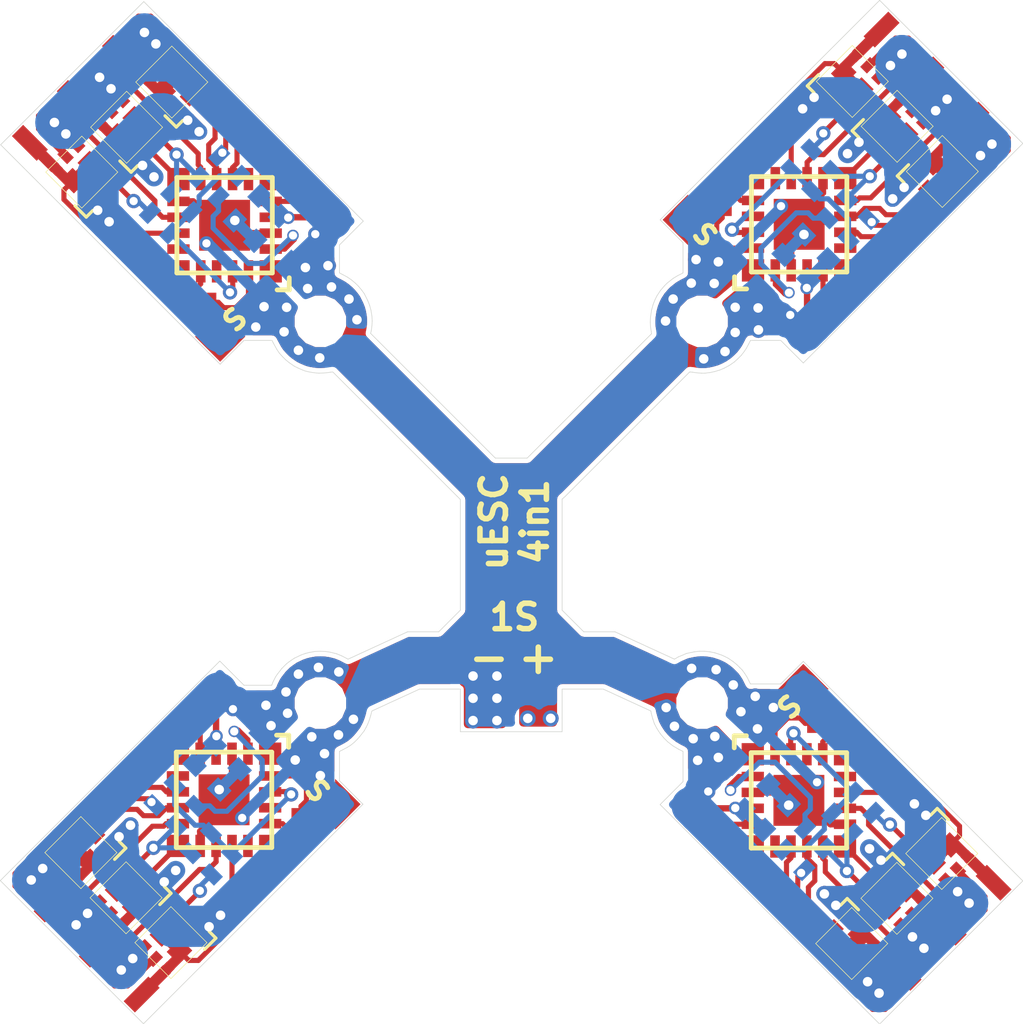
<source format=kicad_pcb>
(kicad_pcb (version 4) (host pcbnew 4.0.7)

  (general
    (links 239)
    (no_connects 49)
    (area 142.529999 70.899999 174.690001 103.100001)
    (thickness 0.8)
    (drawings 207)
    (tracks 1114)
    (zones 0)
    (modules 76)
    (nets 18)
  )

  (page A4)
  (layers
    (0 F.Cu signal)
    (31 B.Cu signal)
    (32 B.Adhes user)
    (33 F.Adhes user)
    (34 B.Paste user)
    (35 F.Paste user)
    (36 B.SilkS user)
    (37 F.SilkS user)
    (38 B.Mask user)
    (39 F.Mask user)
    (40 Dwgs.User user)
    (41 Cmts.User user)
    (42 Eco1.User user)
    (43 Eco2.User user)
    (44 Edge.Cuts user)
    (45 Margin user)
    (46 B.CrtYd user)
    (47 F.CrtYd user)
    (48 B.Fab user)
    (49 F.Fab user)
  )

  (setup
    (last_trace_width 0.16)
    (user_trace_width 0.2)
    (user_trace_width 0.32)
    (user_trace_width 0.35)
    (user_trace_width 0.5)
    (user_trace_width 0.6)
    (user_trace_width 0.8)
    (user_trace_width 1.2)
    (user_trace_width 0.2)
    (user_trace_width 0.32)
    (user_trace_width 0.35)
    (user_trace_width 0.5)
    (user_trace_width 0.6)
    (user_trace_width 0.8)
    (user_trace_width 1.2)
    (user_trace_width 0.2)
    (user_trace_width 0.32)
    (user_trace_width 0.35)
    (user_trace_width 0.5)
    (user_trace_width 0.6)
    (user_trace_width 0.8)
    (user_trace_width 1.2)
    (trace_clearance 0.16)
    (zone_clearance 0.15)
    (zone_45_only no)
    (trace_min 0.16)
    (segment_width 0.02)
    (edge_width 0.02)
    (via_size 0.36)
    (via_drill 0.26)
    (via_min_size 0.36)
    (via_min_drill 0.26)
    (user_via 0.4 0.26)
    (user_via 0.45 0.26)
    (user_via 0.5 0.3)
    (user_via 0.4 0.26)
    (user_via 0.45 0.26)
    (user_via 0.5 0.3)
    (user_via 0.4 0.26)
    (user_via 0.45 0.26)
    (user_via 0.5 0.3)
    (uvia_size 0.3)
    (uvia_drill 0.1)
    (uvias_allowed no)
    (uvia_min_size 0.2)
    (uvia_min_drill 0.1)
    (pcb_text_width 0.3)
    (pcb_text_size 1.5 1.5)
    (mod_edge_width 0.15)
    (mod_text_size 1 1)
    (mod_text_width 0.15)
    (pad_size 1.524 1.524)
    (pad_drill 0.762)
    (pad_to_mask_clearance 0.05)
    (aux_axis_origin 0 0)
    (visible_elements 7FFFF77F)
    (pcbplotparams
      (layerselection 0x00030_80000001)
      (usegerberextensions false)
      (excludeedgelayer true)
      (linewidth 0.150000)
      (plotframeref false)
      (viasonmask false)
      (mode 1)
      (useauxorigin false)
      (hpglpennumber 1)
      (hpglpenspeed 20)
      (hpglpendiameter 15)
      (hpglpenoverlay 2)
      (psnegative false)
      (psa4output false)
      (plotreference true)
      (plotvalue true)
      (plotinvisibletext false)
      (padsonsilk false)
      (subtractmaskfromsilk false)
      (outputformat 4)
      (mirror false)
      (drillshape 0)
      (scaleselection 1)
      (outputdirectory ""))
  )

  (net 0 "")
  (net 1 VCC)
  (net 2 GND)
  (net 3 /M_A)
  (net 4 /M_B)
  (net 5 /M_C)
  (net 6 "Net-(Q1-Pad5)")
  (net 7 "Net-(Q1-Pad2)")
  (net 8 "Net-(Q2-Pad5)")
  (net 9 "Net-(Q2-Pad2)")
  (net 10 "Net-(Q3-Pad5)")
  (net 11 "Net-(Q3-Pad2)")
  (net 12 "Net-(R1-Pad1)")
  (net 13 "Net-(R4-Pad2)")
  (net 14 "Net-(R5-Pad2)")
  (net 15 "Net-(R6-Pad2)")
  (net 16 /C2CK)
  (net 17 /RC)

  (net_class Default "This is the default net class."
    (clearance 0.16)
    (trace_width 0.16)
    (via_dia 0.36)
    (via_drill 0.26)
    (uvia_dia 0.3)
    (uvia_drill 0.1)
    (add_net /C2CK)
    (add_net /M_A)
    (add_net /M_B)
    (add_net /M_C)
    (add_net /RC)
    (add_net "Net-(Q1-Pad2)")
    (add_net "Net-(Q1-Pad5)")
    (add_net "Net-(Q2-Pad2)")
    (add_net "Net-(Q2-Pad5)")
    (add_net "Net-(Q3-Pad2)")
    (add_net "Net-(Q3-Pad5)")
    (add_net "Net-(R1-Pad1)")
    (add_net "Net-(R4-Pad2)")
    (add_net "Net-(R5-Pad2)")
    (add_net "Net-(R6-Pad2)")
  )

  (net_class GND ""
    (clearance 0.16)
    (trace_width 0.34)
    (via_dia 0.5)
    (via_drill 0.3)
    (uvia_dia 0.3)
    (uvia_drill 0.1)
    (add_net GND)
  )

  (net_class VCC ""
    (clearance 0.16)
    (trace_width 0.34)
    (via_dia 0.5)
    (via_drill 0.3)
    (uvia_dia 0.3)
    (uvia_drill 0.1)
    (add_net VCC)
  )

  (module KiCadCustomLibs:MountingHole_1.1mm_M1 (layer F.Cu) (tedit 59EE00FC) (tstamp 59EF351A)
    (at 164.6 93)
    (descr "Mounting Hole 2.2mm, no annular, M2")
    (tags "mounting hole 2.2mm no annular m2")
    (attr virtual)
    (fp_text reference REF** (at 0 -3.2) (layer F.SilkS) hide
      (effects (font (size 1 1) (thickness 0.15)))
    )
    (fp_text value MountingHole_1.1mm_M1 (at 0 3.2) (layer F.Fab) hide
      (effects (font (size 1 1) (thickness 0.15)))
    )
    (pad "" np_thru_hole circle (at 0 0) (size 1.3 1.3) (drill 1.3) (layers *.Cu *.Mask))
  )

  (module KiCadCustomLibs:MountingHole_1.1mm_M1 (layer F.Cu) (tedit 59EE00FC) (tstamp 59EF3511)
    (at 152.6 93)
    (descr "Mounting Hole 2.2mm, no annular, M2")
    (tags "mounting hole 2.2mm no annular m2")
    (attr virtual)
    (fp_text reference REF** (at 0 -3.2) (layer F.SilkS) hide
      (effects (font (size 1 1) (thickness 0.15)))
    )
    (fp_text value MountingHole_1.1mm_M1 (at 0 3.2) (layer F.Fab) hide
      (effects (font (size 1 1) (thickness 0.15)))
    )
    (pad "" np_thru_hole circle (at 0 0) (size 1.3 1.3) (drill 1.3) (layers *.Cu *.Mask))
  )

  (module KiCadCustomLibs:ESC_MOT_PAD_THIN (layer F.Cu) (tedit 59E48129) (tstamp 59EF3076)
    (at 173.762201 98.648277 315)
    (path /59A81331)
    (fp_text reference J1 (at 0 1.6 315) (layer F.SilkS) hide
      (effects (font (size 1 1) (thickness 0.15)))
    )
    (fp_text value A (at -0.1 -1.6 315) (layer F.Fab) hide
      (effects (font (size 1 1) (thickness 0.15)))
    )
    (pad 1 smd rect (at 0 0 315) (size 1.1 0.5) (layers F.Cu F.Paste F.Mask)
      (net 3 /M_A))
  )

  (module KiCadCustomLibs:ESC_MOT_PAD_THIN (layer F.Cu) (tedit 59E48129) (tstamp 59EF3072)
    (at 172.352201 100.058277 315)
    (path /59A81397)
    (fp_text reference J2 (at 0 1.6 315) (layer F.SilkS) hide
      (effects (font (size 1 1) (thickness 0.15)))
    )
    (fp_text value B (at -0.1 -1.6 315) (layer F.Fab) hide
      (effects (font (size 1 1) (thickness 0.15)))
    )
    (pad 1 smd rect (at 0 0 315) (size 1.1 0.5) (layers F.Cu F.Paste F.Mask)
      (net 4 /M_B))
  )

  (module KiCadCustomLibs:QFN20 (layer F.Cu) (tedit 59A7EE18) (tstamp 59EF3054)
    (at 167.642201 96.058277 270)
    (path /59A8233C)
    (fp_text reference U1 (at -0.127 3.302 270) (layer F.SilkS) hide
      (effects (font (size 1 1) (thickness 0.15)))
    )
    (fp_text value EFM8BB21 (at 0.381 5.08 270) (layer F.SilkS) hide
      (effects (font (size 1 1) (thickness 0.15)))
    )
    (fp_line (start -1.651 2.032) (end -2.032 2.032) (layer F.SilkS) (width 0.15))
    (fp_line (start -2.032 2.032) (end -2.032 1.651) (layer F.SilkS) (width 0.15))
    (fp_line (start -1.5 -1.5) (end -1.5 1.5) (layer F.SilkS) (width 0.15))
    (fp_line (start 1.5 -1.5) (end -1.5 -1.5) (layer F.SilkS) (width 0.15))
    (fp_line (start 1.5 1.5) (end 1.5 -1.5) (layer F.SilkS) (width 0.15))
    (fp_line (start -1.5 1.5) (end 1.5 1.5) (layer F.SilkS) (width 0.15))
    (pad 1 smd rect (at -1.45 1.45 270) (size 0.7 0.7) (layers F.Cu F.Paste F.Mask)
      (net 15 "Net-(R6-Pad2)"))
    (pad 16 smd rect (at -1.45 -1.45 270) (size 0.7 0.7) (layers F.Cu F.Paste F.Mask))
    (pad 21 smd rect (at 0 0 270) (size 1.6 1.6) (layers F.Cu F.Paste F.Mask)
      (net 2 GND))
    (pad 20 smd rect (at -1.45 0.75) (size 0.3 0.7) (layers F.Cu F.Paste F.Mask)
      (net 13 "Net-(R4-Pad2)"))
    (pad 14 smd rect (at -0.25 -1.45 270) (size 0.3 0.7) (layers F.Cu F.Paste F.Mask)
      (net 7 "Net-(Q1-Pad2)"))
    (pad 15 smd rect (at -0.75 -1.45 270) (size 0.3 0.7) (layers F.Cu F.Paste F.Mask))
    (pad 13 smd rect (at 0.25 -1.45 270) (size 0.3 0.7) (layers F.Cu F.Paste F.Mask)
      (net 6 "Net-(Q1-Pad5)"))
    (pad 19 smd rect (at -1.45 0.25) (size 0.3 0.7) (layers F.Cu F.Paste F.Mask)
      (net 12 "Net-(R1-Pad1)"))
    (pad 18 smd rect (at -1.45 -0.25) (size 0.3 0.7) (layers F.Cu F.Paste F.Mask))
    (pad 17 smd rect (at -1.45 -0.75) (size 0.3 0.7) (layers F.Cu F.Paste F.Mask)
      (net 17 /RC))
    (pad 12 smd rect (at 0.75 -1.45 270) (size 0.3 0.7) (layers F.Cu F.Paste F.Mask)
      (net 2 GND))
    (pad 11 smd rect (at 1.45 -1.45 270) (size 0.7 0.7) (layers F.Cu F.Paste F.Mask)
      (net 9 "Net-(Q2-Pad2)"))
    (pad 10 smd rect (at 1.45 -0.75) (size 0.3 0.7) (layers F.Cu F.Paste F.Mask)
      (net 8 "Net-(Q2-Pad5)"))
    (pad 6 smd rect (at 1.45 1.45 270) (size 0.7 0.7) (layers F.Cu F.Paste F.Mask))
    (pad 7 smd rect (at 1.45 0.75) (size 0.3 0.7) (layers F.Cu F.Paste F.Mask))
    (pad 9 smd rect (at 1.45 -0.25) (size 0.3 0.7) (layers F.Cu F.Paste F.Mask)
      (net 11 "Net-(Q3-Pad2)"))
    (pad 8 smd rect (at 1.45 0.25) (size 0.3 0.7) (layers F.Cu F.Paste F.Mask)
      (net 10 "Net-(Q3-Pad5)"))
    (pad 5 smd rect (at 0.75 1.45 270) (size 0.3 0.7) (layers F.Cu F.Paste F.Mask)
      (net 16 /C2CK))
    (pad 4 smd rect (at 0.25 1.45 270) (size 0.3 0.7) (layers F.Cu F.Paste F.Mask)
      (net 1 VCC))
    (pad 3 smd rect (at -0.25 1.45 270) (size 0.3 0.7) (layers F.Cu F.Paste F.Mask)
      (net 2 GND))
    (pad 2 smd rect (at -0.75 1.45 270) (size 0.3 0.7) (layers F.Cu F.Paste F.Mask)
      (net 14 "Net-(R5-Pad2)"))
    (model Housings_DFN_QFN.3dshapes/QFN-16-1EP_3x3mm_Pitch0.5mm.wrl
      (at (xyz 0 0 0))
      (scale (xyz 1 1 1))
      (rotate (xyz 0 0 -90))
    )
  )

  (module Resistors_SMD:R_0402_NoSilk (layer F.Cu) (tedit 59E49F4C) (tstamp 59EF3046)
    (at 164.942201 96.708277 315)
    (descr "Resistor SMD 0402, reflow soldering, Vishay (see dcrcw.pdf)")
    (tags "resistor 0402")
    (path /59A847AF)
    (attr smd)
    (fp_text reference R7 (at 0 -1.2 315) (layer F.SilkS) hide
      (effects (font (size 1 1) (thickness 0.15)))
    )
    (fp_text value 1K (at 0 1.25 315) (layer F.Fab) hide
      (effects (font (size 1 1) (thickness 0.15)))
    )
    (fp_text user %R (at 0 -1.2 315) (layer F.Fab) hide
      (effects (font (size 1 1) (thickness 0.15)))
    )
    (fp_line (start -0.5 0.25) (end -0.5 -0.25) (layer F.Fab) (width 0.1))
    (fp_line (start 0.5 0.25) (end -0.5 0.25) (layer F.Fab) (width 0.1))
    (fp_line (start 0.5 -0.25) (end 0.5 0.25) (layer F.Fab) (width 0.1))
    (fp_line (start -0.5 -0.25) (end 0.5 -0.25) (layer F.Fab) (width 0.1))
    (fp_line (start -0.8 -0.45) (end 0.8 -0.45) (layer F.CrtYd) (width 0.05))
    (fp_line (start -0.8 -0.45) (end -0.8 0.45) (layer F.CrtYd) (width 0.05))
    (fp_line (start 0.8 0.45) (end 0.8 -0.45) (layer F.CrtYd) (width 0.05))
    (fp_line (start 0.8 0.45) (end -0.8 0.45) (layer F.CrtYd) (width 0.05))
    (pad 1 smd rect (at -0.45 0 315) (size 0.4 0.6) (layers F.Cu F.Paste F.Mask)
      (net 1 VCC))
    (pad 2 smd rect (at 0.45 0 315) (size 0.4 0.6) (layers F.Cu F.Paste F.Mask)
      (net 16 /C2CK))
    (model ${KISYS3DMOD}/Resistors_SMD.3dshapes/R_0402.wrl
      (at (xyz 0 0 0))
      (scale (xyz 1 1 1))
      (rotate (xyz 0 0 0))
    )
  )

  (module Resistors_SMD:R_0402_NoSilk (layer F.Cu) (tedit 59E4734E) (tstamp 59EF3038)
    (at 166.972199 98.858277 135)
    (descr "Resistor SMD 0402, reflow soldering, Vishay (see dcrcw.pdf)")
    (tags "resistor 0402")
    (path /59A80A6C)
    (attr smd)
    (fp_text reference R6 (at 0 -1.2 135) (layer F.SilkS) hide
      (effects (font (size 1 1) (thickness 0.15)))
    )
    (fp_text value 10K (at 0 1.25 135) (layer F.Fab) hide
      (effects (font (size 1 1) (thickness 0.15)))
    )
    (fp_text user %R (at 0 -1.2 135) (layer F.Fab) hide
      (effects (font (size 1 1) (thickness 0.15)))
    )
    (fp_line (start -0.5 0.25) (end -0.5 -0.25) (layer F.Fab) (width 0.1))
    (fp_line (start 0.5 0.25) (end -0.5 0.25) (layer F.Fab) (width 0.1))
    (fp_line (start 0.5 -0.25) (end 0.5 0.25) (layer F.Fab) (width 0.1))
    (fp_line (start -0.5 -0.25) (end 0.5 -0.25) (layer F.Fab) (width 0.1))
    (fp_line (start -0.8 -0.45) (end 0.8 -0.45) (layer F.CrtYd) (width 0.05))
    (fp_line (start -0.8 -0.45) (end -0.8 0.45) (layer F.CrtYd) (width 0.05))
    (fp_line (start 0.8 0.45) (end 0.8 -0.45) (layer F.CrtYd) (width 0.05))
    (fp_line (start 0.8 0.45) (end -0.8 0.45) (layer F.CrtYd) (width 0.05))
    (pad 1 smd rect (at -0.45 0 135) (size 0.4 0.6) (layers F.Cu F.Paste F.Mask)
      (net 5 /M_C))
    (pad 2 smd rect (at 0.45 0 135) (size 0.4 0.6) (layers F.Cu F.Paste F.Mask)
      (net 15 "Net-(R6-Pad2)"))
    (model ${KISYS3DMOD}/Resistors_SMD.3dshapes/R_0402.wrl
      (at (xyz 0 0 0))
      (scale (xyz 1 1 1))
      (rotate (xyz 0 0 0))
    )
  )

  (module Resistors_SMD:R_0402_NoSilk (layer B.Cu) (tedit 59E4955F) (tstamp 59EF302A)
    (at 168.152199 97.258277 135)
    (descr "Resistor SMD 0402, reflow soldering, Vishay (see dcrcw.pdf)")
    (tags "resistor 0402")
    (path /59A80BBC)
    (attr smd)
    (fp_text reference R5 (at 0 1.2 135) (layer B.SilkS) hide
      (effects (font (size 1 1) (thickness 0.15)) (justify mirror))
    )
    (fp_text value 10K (at 0 -1.25 135) (layer B.Fab) hide
      (effects (font (size 1 1) (thickness 0.15)) (justify mirror))
    )
    (fp_text user %R (at 0 1.2 135) (layer B.Fab) hide
      (effects (font (size 1 1) (thickness 0.15)) (justify mirror))
    )
    (fp_line (start -0.5 -0.25) (end -0.5 0.25) (layer B.Fab) (width 0.1))
    (fp_line (start 0.5 -0.25) (end -0.5 -0.25) (layer B.Fab) (width 0.1))
    (fp_line (start 0.5 0.25) (end 0.5 -0.25) (layer B.Fab) (width 0.1))
    (fp_line (start -0.5 0.25) (end 0.5 0.25) (layer B.Fab) (width 0.1))
    (fp_line (start -0.8 0.45) (end 0.8 0.45) (layer B.CrtYd) (width 0.05))
    (fp_line (start -0.8 0.45) (end -0.8 -0.45) (layer B.CrtYd) (width 0.05))
    (fp_line (start 0.8 -0.45) (end 0.8 0.45) (layer B.CrtYd) (width 0.05))
    (fp_line (start 0.8 -0.45) (end -0.8 -0.45) (layer B.CrtYd) (width 0.05))
    (pad 1 smd rect (at -0.45 0 135) (size 0.4 0.6) (layers B.Cu B.Paste B.Mask)
      (net 4 /M_B))
    (pad 2 smd rect (at 0.45 0 135) (size 0.4 0.6) (layers B.Cu B.Paste B.Mask)
      (net 14 "Net-(R5-Pad2)"))
    (model ${KISYS3DMOD}/Resistors_SMD.3dshapes/R_0402.wrl
      (at (xyz 0 0 0))
      (scale (xyz 1 1 1))
      (rotate (xyz 0 0 0))
    )
  )

  (module Resistors_SMD:R_0402_NoSilk (layer F.Cu) (tedit 59E495AD) (tstamp 59EF301C)
    (at 168.5522 93.638278 180)
    (descr "Resistor SMD 0402, reflow soldering, Vishay (see dcrcw.pdf)")
    (tags "resistor 0402")
    (path /59A80BF5)
    (attr smd)
    (fp_text reference R4 (at 0 -1.2 180) (layer F.SilkS) hide
      (effects (font (size 1 1) (thickness 0.15)))
    )
    (fp_text value 10K (at 0 1.249999 180) (layer F.Fab) hide
      (effects (font (size 1 1) (thickness 0.15)))
    )
    (fp_text user %R (at 0 -1.2 180) (layer F.Fab) hide
      (effects (font (size 1 1) (thickness 0.15)))
    )
    (fp_line (start -0.5 0.25) (end -0.5 -0.25) (layer F.Fab) (width 0.1))
    (fp_line (start 0.5 0.25) (end -0.5 0.25) (layer F.Fab) (width 0.1))
    (fp_line (start 0.5 -0.25) (end 0.5 0.25) (layer F.Fab) (width 0.1))
    (fp_line (start -0.5 -0.25) (end 0.5 -0.25) (layer F.Fab) (width 0.1))
    (fp_line (start -0.8 -0.45) (end 0.8 -0.45) (layer F.CrtYd) (width 0.05))
    (fp_line (start -0.8 -0.45) (end -0.8 0.45) (layer F.CrtYd) (width 0.05))
    (fp_line (start 0.8 0.45) (end 0.8 -0.45) (layer F.CrtYd) (width 0.05))
    (fp_line (start 0.8 0.45) (end -0.8 0.45) (layer F.CrtYd) (width 0.05))
    (pad 1 smd rect (at -0.45 0 180) (size 0.4 0.6) (layers F.Cu F.Paste F.Mask)
      (net 3 /M_A))
    (pad 2 smd rect (at 0.45 0 180) (size 0.4 0.6) (layers F.Cu F.Paste F.Mask)
      (net 13 "Net-(R4-Pad2)"))
    (model ${KISYS3DMOD}/Resistors_SMD.3dshapes/R_0402.wrl
      (at (xyz 0 0 0))
      (scale (xyz 1 1 1))
      (rotate (xyz 0 0 0))
    )
  )

  (module Resistors_SMD:R_0402_NoSilk (layer B.Cu) (tedit 59E46A79) (tstamp 59EF300E)
    (at 167.4922 97.928276 315)
    (descr "Resistor SMD 0402, reflow soldering, Vishay (see dcrcw.pdf)")
    (tags "resistor 0402")
    (path /59A7FFAD)
    (attr smd)
    (fp_text reference R3 (at 0 1.2 315) (layer B.SilkS) hide
      (effects (font (size 1 1) (thickness 0.15)) (justify mirror))
    )
    (fp_text value 1K (at 0 -1.25 315) (layer B.Fab) hide
      (effects (font (size 1 1) (thickness 0.15)) (justify mirror))
    )
    (fp_text user %R (at 0 1.2 315) (layer B.Fab) hide
      (effects (font (size 1 1) (thickness 0.15)) (justify mirror))
    )
    (fp_line (start -0.5 -0.25) (end -0.5 0.25) (layer B.Fab) (width 0.1))
    (fp_line (start 0.5 -0.25) (end -0.5 -0.25) (layer B.Fab) (width 0.1))
    (fp_line (start 0.5 0.25) (end 0.5 -0.25) (layer B.Fab) (width 0.1))
    (fp_line (start -0.5 0.25) (end 0.5 0.25) (layer B.Fab) (width 0.1))
    (fp_line (start -0.8 0.45) (end 0.8 0.45) (layer B.CrtYd) (width 0.05))
    (fp_line (start -0.8 0.45) (end -0.8 -0.45) (layer B.CrtYd) (width 0.05))
    (fp_line (start 0.8 -0.45) (end 0.8 0.45) (layer B.CrtYd) (width 0.05))
    (fp_line (start 0.8 -0.45) (end -0.8 -0.45) (layer B.CrtYd) (width 0.05))
    (pad 1 smd rect (at -0.45 0 315) (size 0.4 0.6) (layers B.Cu B.Paste B.Mask)
      (net 12 "Net-(R1-Pad1)"))
    (pad 2 smd rect (at 0.45 0 315) (size 0.4 0.6) (layers B.Cu B.Paste B.Mask)
      (net 5 /M_C))
    (model ${KISYS3DMOD}/Resistors_SMD.3dshapes/R_0402.wrl
      (at (xyz 0 0 0))
      (scale (xyz 1 1 1))
      (rotate (xyz 0 0 0))
    )
  )

  (module Resistors_SMD:R_0402_NoSilk (layer B.Cu) (tedit 59E46A76) (tstamp 59EF3000)
    (at 169.002201 96.788277 315)
    (descr "Resistor SMD 0402, reflow soldering, Vishay (see dcrcw.pdf)")
    (tags "resistor 0402")
    (path /59A7FF7B)
    (attr smd)
    (fp_text reference R2 (at 0 1.2 315) (layer B.SilkS) hide
      (effects (font (size 1 1) (thickness 0.15)) (justify mirror))
    )
    (fp_text value 1K (at 0 -1.249999 315) (layer B.Fab) hide
      (effects (font (size 1 1) (thickness 0.15)) (justify mirror))
    )
    (fp_text user %R (at 0 1.2 315) (layer B.Fab) hide
      (effects (font (size 1 1) (thickness 0.15)) (justify mirror))
    )
    (fp_line (start -0.5 -0.25) (end -0.5 0.25) (layer B.Fab) (width 0.1))
    (fp_line (start 0.5 -0.25) (end -0.5 -0.25) (layer B.Fab) (width 0.1))
    (fp_line (start 0.5 0.25) (end 0.5 -0.25) (layer B.Fab) (width 0.1))
    (fp_line (start -0.5 0.25) (end 0.5 0.25) (layer B.Fab) (width 0.1))
    (fp_line (start -0.8 0.45) (end 0.8 0.45) (layer B.CrtYd) (width 0.05))
    (fp_line (start -0.8 0.45) (end -0.8 -0.45) (layer B.CrtYd) (width 0.05))
    (fp_line (start 0.8 -0.45) (end 0.8 0.45) (layer B.CrtYd) (width 0.05))
    (fp_line (start 0.8 -0.45) (end -0.8 -0.45) (layer B.CrtYd) (width 0.05))
    (pad 1 smd rect (at -0.45 0 315) (size 0.4 0.6) (layers B.Cu B.Paste B.Mask)
      (net 12 "Net-(R1-Pad1)"))
    (pad 2 smd rect (at 0.45 0 315) (size 0.4 0.6) (layers B.Cu B.Paste B.Mask)
      (net 4 /M_B))
    (model ${KISYS3DMOD}/Resistors_SMD.3dshapes/R_0402.wrl
      (at (xyz 0 0 0))
      (scale (xyz 1 1 1))
      (rotate (xyz 0 0 0))
    )
  )

  (module Resistors_SMD:R_0402_NoSilk (layer B.Cu) (tedit 59E46A0B) (tstamp 59EF2FF2)
    (at 169.672201 96.128277 315)
    (descr "Resistor SMD 0402, reflow soldering, Vishay (see dcrcw.pdf)")
    (tags "resistor 0402")
    (path /59A7F99D)
    (attr smd)
    (fp_text reference R1 (at 0 1.2 315) (layer B.SilkS) hide
      (effects (font (size 1 1) (thickness 0.15)) (justify mirror))
    )
    (fp_text value 1K (at 0 -1.249999 315) (layer B.Fab) hide
      (effects (font (size 1 1) (thickness 0.15)) (justify mirror))
    )
    (fp_text user %R (at 0 1.2 315) (layer B.Fab) hide
      (effects (font (size 1 1) (thickness 0.15)) (justify mirror))
    )
    (fp_line (start -0.5 -0.25) (end -0.5 0.25) (layer B.Fab) (width 0.1))
    (fp_line (start 0.5 -0.25) (end -0.5 -0.25) (layer B.Fab) (width 0.1))
    (fp_line (start 0.5 0.25) (end 0.5 -0.25) (layer B.Fab) (width 0.1))
    (fp_line (start -0.5 0.25) (end 0.5 0.25) (layer B.Fab) (width 0.1))
    (fp_line (start -0.8 0.45) (end 0.8 0.45) (layer B.CrtYd) (width 0.05))
    (fp_line (start -0.8 0.45) (end -0.8 -0.45) (layer B.CrtYd) (width 0.05))
    (fp_line (start 0.8 -0.45) (end 0.8 0.45) (layer B.CrtYd) (width 0.05))
    (fp_line (start 0.8 -0.45) (end -0.8 -0.45) (layer B.CrtYd) (width 0.05))
    (pad 1 smd rect (at -0.45 0 315) (size 0.4 0.6) (layers B.Cu B.Paste B.Mask)
      (net 12 "Net-(R1-Pad1)"))
    (pad 2 smd rect (at 0.45 0 315) (size 0.4 0.6) (layers B.Cu B.Paste B.Mask)
      (net 3 /M_A))
    (model ${KISYS3DMOD}/Resistors_SMD.3dshapes/R_0402.wrl
      (at (xyz 0 0 0))
      (scale (xyz 1 1 1))
      (rotate (xyz 0 0 0))
    )
  )

  (module KiCadCustomLibs:MicroFet-1.6 (layer F.Cu) (tedit 59D35907) (tstamp 59EF2FE1)
    (at 169.3022 100.558277 225)
    (path /59AD8CAA)
    (fp_text reference Q3 (at -0.1 6.6 225) (layer F.SilkS) hide
      (effects (font (size 1 1) (thickness 0.15)))
    )
    (fp_text value DUAL_NP (at 0.4 -9 225) (layer F.Fab) hide
      (effects (font (size 1 1) (thickness 0.15)))
    )
    (fp_line (start -0.6 1.1) (end -0.9 1.1) (layer F.SilkS) (width 0.1))
    (fp_line (start -0.9 1.1) (end -0.9 0.6) (layer F.SilkS) (width 0.1))
    (fp_line (start -0.8 -0.8) (end 0.8 -0.8) (layer F.SilkS) (width 0.02))
    (fp_line (start 0.8 -0.8) (end 0.8 0.8) (layer F.SilkS) (width 0.02))
    (fp_line (start 0.8 0.8) (end -0.8 0.8) (layer F.SilkS) (width 0.02))
    (fp_line (start -0.8 0.8) (end -0.8 -0.8) (layer F.SilkS) (width 0.02))
    (pad 3 smd rect (at 0.38 0 225) (size 0.54 0.6) (layers F.Cu F.Paste F.Mask)
      (net 5 /M_C))
    (pad 6 smd rect (at -0.38 0 225) (size 0.54 0.6) (layers F.Cu F.Paste F.Mask)
      (net 5 /M_C))
    (pad 6 smd rect (at -0.5 -0.72 225) (size 0.33 0.44) (layers F.Cu F.Paste F.Mask)
      (net 5 /M_C))
    (pad 5 smd rect (at 0 -0.72 225) (size 0.3 0.44) (layers F.Cu F.Paste F.Mask)
      (net 10 "Net-(Q3-Pad5)"))
    (pad 4 smd rect (at 0.5 -0.72 225) (size 0.33 0.44) (layers F.Cu F.Paste F.Mask)
      (net 1 VCC))
    (pad 3 smd rect (at 0.5 0.72 225) (size 0.33 0.44) (layers F.Cu F.Paste F.Mask)
      (net 5 /M_C))
    (pad 2 smd rect (at 0 0.72 225) (size 0.3 0.44) (layers F.Cu F.Paste F.Mask)
      (net 11 "Net-(Q3-Pad2)"))
    (pad 1 smd rect (at -0.5 0.72 225) (size 0.33 0.44) (layers F.Cu F.Paste F.Mask)
      (net 2 GND))
  )

  (module KiCadCustomLibs:MicroFet-1.6 (layer F.Cu) (tedit 59D35907) (tstamp 59EF2FD0)
    (at 170.722201 99.138277 225)
    (path /59AD7CBF)
    (fp_text reference Q2 (at -0.1 6.6 225) (layer F.SilkS) hide
      (effects (font (size 1 1) (thickness 0.15)))
    )
    (fp_text value DUAL_NP (at 0.4 -9 225) (layer F.Fab) hide
      (effects (font (size 1 1) (thickness 0.15)))
    )
    (fp_line (start -0.6 1.1) (end -0.9 1.1) (layer F.SilkS) (width 0.1))
    (fp_line (start -0.9 1.1) (end -0.9 0.6) (layer F.SilkS) (width 0.1))
    (fp_line (start -0.8 -0.8) (end 0.8 -0.8) (layer F.SilkS) (width 0.02))
    (fp_line (start 0.8 -0.8) (end 0.8 0.8) (layer F.SilkS) (width 0.02))
    (fp_line (start 0.8 0.8) (end -0.8 0.8) (layer F.SilkS) (width 0.02))
    (fp_line (start -0.8 0.8) (end -0.8 -0.8) (layer F.SilkS) (width 0.02))
    (pad 3 smd rect (at 0.38 0 225) (size 0.54 0.6) (layers F.Cu F.Paste F.Mask)
      (net 4 /M_B))
    (pad 6 smd rect (at -0.38 0 225) (size 0.54 0.6) (layers F.Cu F.Paste F.Mask)
      (net 4 /M_B))
    (pad 6 smd rect (at -0.5 -0.72 225) (size 0.33 0.44) (layers F.Cu F.Paste F.Mask)
      (net 4 /M_B))
    (pad 5 smd rect (at 0 -0.72 225) (size 0.3 0.44) (layers F.Cu F.Paste F.Mask)
      (net 8 "Net-(Q2-Pad5)"))
    (pad 4 smd rect (at 0.5 -0.72 225) (size 0.33 0.44) (layers F.Cu F.Paste F.Mask)
      (net 1 VCC))
    (pad 3 smd rect (at 0.5 0.72 225) (size 0.33 0.44) (layers F.Cu F.Paste F.Mask)
      (net 4 /M_B))
    (pad 2 smd rect (at 0 0.72 225) (size 0.3 0.44) (layers F.Cu F.Paste F.Mask)
      (net 9 "Net-(Q2-Pad2)"))
    (pad 1 smd rect (at -0.5 0.72 225) (size 0.33 0.44) (layers F.Cu F.Paste F.Mask)
      (net 2 GND))
  )

  (module KiCadCustomLibs:MicroFet-1.6 (layer F.Cu) (tedit 59E4697F) (tstamp 59EF2FBF)
    (at 172.132201 97.728277 225)
    (path /59AD6306)
    (fp_text reference Q1 (at -0.1 6.6 225) (layer F.SilkS) hide
      (effects (font (size 1 1) (thickness 0.15)))
    )
    (fp_text value DUAL_NP (at 0.4 -9 225) (layer F.Fab) hide
      (effects (font (size 1 1) (thickness 0.15)))
    )
    (fp_line (start -0.6 1.1) (end -0.9 1.1) (layer F.SilkS) (width 0.1))
    (fp_line (start -0.9 1.1) (end -0.9 0.6) (layer F.SilkS) (width 0.1))
    (fp_line (start -0.8 -0.8) (end 0.8 -0.8) (layer F.SilkS) (width 0.02))
    (fp_line (start 0.8 -0.8) (end 0.8 0.8) (layer F.SilkS) (width 0.02))
    (fp_line (start 0.8 0.8) (end -0.8 0.8) (layer F.SilkS) (width 0.02))
    (fp_line (start -0.8 0.8) (end -0.8 -0.8) (layer F.SilkS) (width 0.02))
    (pad 3 smd rect (at 0.38 0 225) (size 0.54 0.6) (layers F.Cu F.Paste F.Mask)
      (net 3 /M_A))
    (pad 6 smd rect (at -0.38 0 225) (size 0.54 0.6) (layers F.Cu F.Paste F.Mask)
      (net 3 /M_A))
    (pad 6 smd rect (at -0.5 -0.72 225) (size 0.33 0.44) (layers F.Cu F.Paste F.Mask)
      (net 3 /M_A))
    (pad 5 smd rect (at 0 -0.72 225) (size 0.3 0.44) (layers F.Cu F.Paste F.Mask)
      (net 6 "Net-(Q1-Pad5)"))
    (pad 4 smd rect (at 0.5 -0.72 225) (size 0.33 0.44) (layers F.Cu F.Paste F.Mask)
      (net 1 VCC))
    (pad 3 smd rect (at 0.5 0.72 225) (size 0.33 0.44) (layers F.Cu F.Paste F.Mask)
      (net 3 /M_A))
    (pad 2 smd rect (at 0 0.72 225) (size 0.3 0.44) (layers F.Cu F.Paste F.Mask)
      (net 7 "Net-(Q1-Pad2)"))
    (pad 1 smd rect (at -0.5 0.72 225) (size 0.33 0.44) (layers F.Cu F.Paste F.Mask)
      (net 2 GND))
  )

  (module Capacitors_SMD:C_0402_NoSilk (layer B.Cu) (tedit 59E4996B) (tstamp 59EF2FB1)
    (at 166.2922 95.958277 225)
    (descr "Capacitor SMD 0402, reflow soldering, AVX (see smccp.pdf)")
    (tags "capacitor 0402")
    (path /59ADAC97)
    (attr smd)
    (fp_text reference C3 (at 0 1.270001 225) (layer B.SilkS) hide
      (effects (font (size 1 1) (thickness 0.15)) (justify mirror))
    )
    (fp_text value 10uf (at 0 -1.270001 225) (layer B.Fab) hide
      (effects (font (size 1 1) (thickness 0.15)) (justify mirror))
    )
    (fp_text user %R (at 0 1.270001 225) (layer B.Fab) hide
      (effects (font (size 1 1) (thickness 0.15)) (justify mirror))
    )
    (fp_line (start -0.5 -0.25) (end -0.5 0.25) (layer B.Fab) (width 0.1))
    (fp_line (start 0.5 -0.25) (end -0.5 -0.25) (layer B.Fab) (width 0.1))
    (fp_line (start 0.5 0.25) (end 0.5 -0.25) (layer B.Fab) (width 0.1))
    (fp_line (start -0.5 0.25) (end 0.5 0.25) (layer B.Fab) (width 0.1))
    (fp_line (start -1 0.4) (end 1 0.4) (layer B.CrtYd) (width 0.05))
    (fp_line (start -1 0.4) (end -1 -0.4) (layer B.CrtYd) (width 0.05))
    (fp_line (start 1 -0.4) (end 1 0.4) (layer B.CrtYd) (width 0.05))
    (fp_line (start 1 -0.4) (end -1 -0.4) (layer B.CrtYd) (width 0.05))
    (pad 1 smd rect (at -0.55 0 225) (size 0.6 0.5) (layers B.Cu B.Paste B.Mask)
      (net 2 GND))
    (pad 2 smd rect (at 0.55 0 225) (size 0.6 0.5) (layers B.Cu B.Paste B.Mask)
      (net 1 VCC))
    (model Capacitors_SMD.3dshapes/C_0402.wrl
      (at (xyz 0 0 0))
      (scale (xyz 1 1 1))
      (rotate (xyz 0 0 0))
    )
  )

  (module Capacitors_SMD:C_0402_NoSilk (layer B.Cu) (tedit 59E49942) (tstamp 59EF2FA3)
    (at 166.9322 96.598276 225)
    (descr "Capacitor SMD 0402, reflow soldering, AVX (see smccp.pdf)")
    (tags "capacitor 0402")
    (path /59A82FE9)
    (attr smd)
    (fp_text reference C2 (at 0 1.270001 225) (layer B.SilkS) hide
      (effects (font (size 1 1) (thickness 0.15)) (justify mirror))
    )
    (fp_text value 100n (at 0 -1.270001 225) (layer B.Fab) hide
      (effects (font (size 1 1) (thickness 0.15)) (justify mirror))
    )
    (fp_text user %R (at 0 1.270001 225) (layer B.Fab) hide
      (effects (font (size 1 1) (thickness 0.15)) (justify mirror))
    )
    (fp_line (start -0.5 -0.25) (end -0.5 0.25) (layer B.Fab) (width 0.1))
    (fp_line (start 0.5 -0.25) (end -0.5 -0.25) (layer B.Fab) (width 0.1))
    (fp_line (start 0.5 0.25) (end 0.5 -0.25) (layer B.Fab) (width 0.1))
    (fp_line (start -0.5 0.25) (end 0.5 0.25) (layer B.Fab) (width 0.1))
    (fp_line (start -1 0.4) (end 1 0.4) (layer B.CrtYd) (width 0.05))
    (fp_line (start -1 0.4) (end -1 -0.4) (layer B.CrtYd) (width 0.05))
    (fp_line (start 1 -0.4) (end 1 0.4) (layer B.CrtYd) (width 0.05))
    (fp_line (start 1 -0.4) (end -1 -0.4) (layer B.CrtYd) (width 0.05))
    (pad 1 smd rect (at -0.55 0 225) (size 0.6 0.5) (layers B.Cu B.Paste B.Mask)
      (net 2 GND))
    (pad 2 smd rect (at 0.55 0 225) (size 0.6 0.5) (layers B.Cu B.Paste B.Mask)
      (net 1 VCC))
    (model Capacitors_SMD.3dshapes/C_0402.wrl
      (at (xyz 0 0 0))
      (scale (xyz 1 1 1))
      (rotate (xyz 0 0 0))
    )
  )

  (module KiCadCustomLibs:ESC_MOT_PAD_THIN (layer F.Cu) (tedit 59E48129) (tstamp 59EF2F9F)
    (at 170.9322 101.478277 315)
    (path /59A81475)
    (fp_text reference J3 (at 0 1.6 315) (layer F.SilkS) hide
      (effects (font (size 1 1) (thickness 0.15)))
    )
    (fp_text value C (at -0.1 -1.6 315) (layer F.Fab) hide
      (effects (font (size 1 1) (thickness 0.15)))
    )
    (pad 1 smd rect (at 0 0 315) (size 1.1 0.5) (layers F.Cu F.Paste F.Mask)
      (net 5 /M_C))
  )

  (module Capacitors_SMD:C_0603 (layer B.Cu) (tedit 59EE000B) (tstamp 59EF2F91)
    (at 166.092201 94.218277 225)
    (descr "Capacitor SMD 0603, reflow soldering, AVX (see smccp.pdf)")
    (tags "capacitor 0603")
    (path /59A82F24)
    (attr smd)
    (fp_text reference C1 (at 0 1.5 225) (layer B.SilkS) hide
      (effects (font (size 1 1) (thickness 0.15)) (justify mirror))
    )
    (fp_text value 47uf (at 0 -1.5 225) (layer B.Fab) hide
      (effects (font (size 1 1) (thickness 0.15)) (justify mirror))
    )
    (fp_line (start 1.4 -0.65) (end -1.4 -0.65) (layer B.CrtYd) (width 0.05))
    (fp_line (start 1.4 -0.65) (end 1.4 0.65) (layer B.CrtYd) (width 0.05))
    (fp_line (start -1.4 0.65) (end -1.4 -0.65) (layer B.CrtYd) (width 0.05))
    (fp_line (start -1.4 0.65) (end 1.4 0.65) (layer B.CrtYd) (width 0.05))
    (fp_line (start -0.8 0.4) (end 0.8 0.4) (layer B.Fab) (width 0.1))
    (fp_line (start 0.8 0.4) (end 0.8 -0.4) (layer B.Fab) (width 0.1))
    (fp_line (start 0.8 -0.4) (end -0.8 -0.4) (layer B.Fab) (width 0.1))
    (fp_line (start -0.8 -0.4) (end -0.8 0.4) (layer B.Fab) (width 0.1))
    (fp_text user %R (at 0 0 225) (layer B.Fab)
      (effects (font (size 0.3 0.3) (thickness 0.075)) (justify mirror))
    )
    (pad 2 smd rect (at 0.75 0 225) (size 0.8 0.75) (layers B.Cu B.Paste B.Mask)
      (net 1 VCC))
    (pad 1 smd rect (at -0.75 0 225) (size 0.8 0.75) (layers B.Cu B.Paste B.Mask)
      (net 2 GND))
    (model Capacitors_SMD.3dshapes/C_0603.wrl
      (at (xyz 0 0 0))
      (scale (xyz 1 1 1))
      (rotate (xyz 0 0 0))
    )
  )

  (module RC_PAD_TRIANGLE (layer F.Cu) (tedit 59EE004C) (tstamp 59EF2F8D)
    (at 167.782199 92.168277)
    (path /59EDFE82)
    (fp_text reference J4 (at 0 1.6) (layer F.SilkS) hide
      (effects (font (size 1 1) (thickness 0.15)))
    )
    (fp_text value RC (at -0.1 -1.6) (layer F.Fab) hide
      (effects (font (size 1 1) (thickness 0.15)))
    )
    (pad 1 smd trapezoid (at 0 0) (size 0.8 0.8) (rect_delta 0 0.799 ) (layers F.Cu F.Paste F.Mask)
      (net 17 /RC))
  )

  (module KiCadCustomLibs:MountingHole_1.1mm_M1 (layer F.Cu) (tedit 59EE00FC) (tstamp 59EE03C1)
    (at 152.6 81)
    (descr "Mounting Hole 2.2mm, no annular, M2")
    (tags "mounting hole 2.2mm no annular m2")
    (attr virtual)
    (fp_text reference REF** (at 0 -3.2) (layer F.SilkS) hide
      (effects (font (size 1 1) (thickness 0.15)))
    )
    (fp_text value MountingHole_1.1mm_M1 (at 0 3.2) (layer F.Fab) hide
      (effects (font (size 1 1) (thickness 0.15)))
    )
    (pad "" np_thru_hole circle (at 0 0) (size 1.3 1.3) (drill 1.3) (layers *.Cu *.Mask))
  )

  (module RC_PAD_TRIANGLE (layer F.Cu) (tedit 59EE004C) (tstamp 59EDFDC3)
    (at 163.76 77.81 90)
    (path /59EDFE82)
    (fp_text reference J4 (at 0 1.6 90) (layer F.SilkS) hide
      (effects (font (size 1 1) (thickness 0.15)))
    )
    (fp_text value RC (at -0.1 -1.6 90) (layer F.Fab) hide
      (effects (font (size 1 1) (thickness 0.15)))
    )
    (pad 1 smd trapezoid (at 0 0 90) (size 0.8 0.8) (rect_delta 0 0.799 ) (layers F.Cu F.Paste F.Mask)
      (net 17 /RC))
  )

  (module Capacitors_SMD:C_0603 (layer B.Cu) (tedit 59EE000B) (tstamp 59E46930)
    (at 165.81 79.5 315)
    (descr "Capacitor SMD 0603, reflow soldering, AVX (see smccp.pdf)")
    (tags "capacitor 0603")
    (path /59A82F24)
    (attr smd)
    (fp_text reference C1 (at 0 1.5 315) (layer B.SilkS) hide
      (effects (font (size 1 1) (thickness 0.15)) (justify mirror))
    )
    (fp_text value 47uf (at 0 -1.5 315) (layer B.Fab) hide
      (effects (font (size 1 1) (thickness 0.15)) (justify mirror))
    )
    (fp_line (start 1.4 -0.65) (end -1.4 -0.65) (layer B.CrtYd) (width 0.05))
    (fp_line (start 1.4 -0.65) (end 1.4 0.65) (layer B.CrtYd) (width 0.05))
    (fp_line (start -1.4 0.65) (end -1.4 -0.65) (layer B.CrtYd) (width 0.05))
    (fp_line (start -1.4 0.65) (end 1.4 0.65) (layer B.CrtYd) (width 0.05))
    (fp_line (start -0.8 0.4) (end 0.8 0.4) (layer B.Fab) (width 0.1))
    (fp_line (start 0.8 0.4) (end 0.8 -0.4) (layer B.Fab) (width 0.1))
    (fp_line (start 0.8 -0.4) (end -0.8 -0.4) (layer B.Fab) (width 0.1))
    (fp_line (start -0.8 -0.4) (end -0.8 0.4) (layer B.Fab) (width 0.1))
    (fp_text user %R (at 0 0 315) (layer B.Fab)
      (effects (font (size 0.3 0.3) (thickness 0.075)) (justify mirror))
    )
    (pad 2 smd rect (at 0.75 0 315) (size 0.8 0.75) (layers B.Cu B.Paste B.Mask)
      (net 1 VCC))
    (pad 1 smd rect (at -0.75 0 315) (size 0.8 0.75) (layers B.Cu B.Paste B.Mask)
      (net 2 GND))
    (model Capacitors_SMD.3dshapes/C_0603.wrl
      (at (xyz 0 0 0))
      (scale (xyz 1 1 1))
      (rotate (xyz 0 0 0))
    )
  )

  (module KiCadCustomLibs:ESC_MOT_PAD_THIN (layer F.Cu) (tedit 59E48129) (tstamp 59E4695D)
    (at 173.07 74.66 45)
    (path /59A81475)
    (fp_text reference J3 (at 0 1.6 45) (layer F.SilkS) hide
      (effects (font (size 1 1) (thickness 0.15)))
    )
    (fp_text value C (at -0.1 -1.6 45) (layer F.Fab) hide
      (effects (font (size 1 1) (thickness 0.15)))
    )
    (pad 1 smd rect (at 0 0 45) (size 1.1 0.5) (layers F.Cu F.Paste F.Mask)
      (net 5 /M_C))
  )

  (module Capacitors_SMD:C_0402_NoSilk (layer B.Cu) (tedit 59E49942) (tstamp 59E4693F)
    (at 168.19 78.66 315)
    (descr "Capacitor SMD 0402, reflow soldering, AVX (see smccp.pdf)")
    (tags "capacitor 0402")
    (path /59A82FE9)
    (attr smd)
    (fp_text reference C2 (at 0 1.270001 315) (layer B.SilkS) hide
      (effects (font (size 1 1) (thickness 0.15)) (justify mirror))
    )
    (fp_text value 100n (at 0 -1.270001 315) (layer B.Fab) hide
      (effects (font (size 1 1) (thickness 0.15)) (justify mirror))
    )
    (fp_text user %R (at 0 1.270001 315) (layer B.Fab) hide
      (effects (font (size 1 1) (thickness 0.15)) (justify mirror))
    )
    (fp_line (start -0.5 -0.25) (end -0.5 0.25) (layer B.Fab) (width 0.1))
    (fp_line (start 0.5 -0.25) (end -0.5 -0.25) (layer B.Fab) (width 0.1))
    (fp_line (start 0.5 0.25) (end 0.5 -0.25) (layer B.Fab) (width 0.1))
    (fp_line (start -0.5 0.25) (end 0.5 0.25) (layer B.Fab) (width 0.1))
    (fp_line (start -1 0.4) (end 1 0.4) (layer B.CrtYd) (width 0.05))
    (fp_line (start -1 0.4) (end -1 -0.4) (layer B.CrtYd) (width 0.05))
    (fp_line (start 1 -0.4) (end 1 0.4) (layer B.CrtYd) (width 0.05))
    (fp_line (start 1 -0.4) (end -1 -0.4) (layer B.CrtYd) (width 0.05))
    (pad 1 smd rect (at -0.55 0 315) (size 0.6 0.5) (layers B.Cu B.Paste B.Mask)
      (net 2 GND))
    (pad 2 smd rect (at 0.55 0 315) (size 0.6 0.5) (layers B.Cu B.Paste B.Mask)
      (net 1 VCC))
    (model Capacitors_SMD.3dshapes/C_0402.wrl
      (at (xyz 0 0 0))
      (scale (xyz 1 1 1))
      (rotate (xyz 0 0 0))
    )
  )

  (module Capacitors_SMD:C_0402_NoSilk (layer B.Cu) (tedit 59E4996B) (tstamp 59E4694E)
    (at 167.55 79.3 315)
    (descr "Capacitor SMD 0402, reflow soldering, AVX (see smccp.pdf)")
    (tags "capacitor 0402")
    (path /59ADAC97)
    (attr smd)
    (fp_text reference C3 (at 0 1.270001 315) (layer B.SilkS) hide
      (effects (font (size 1 1) (thickness 0.15)) (justify mirror))
    )
    (fp_text value 10uf (at 0 -1.270001 315) (layer B.Fab) hide
      (effects (font (size 1 1) (thickness 0.15)) (justify mirror))
    )
    (fp_text user %R (at 0 1.270001 315) (layer B.Fab) hide
      (effects (font (size 1 1) (thickness 0.15)) (justify mirror))
    )
    (fp_line (start -0.5 -0.25) (end -0.5 0.25) (layer B.Fab) (width 0.1))
    (fp_line (start 0.5 -0.25) (end -0.5 -0.25) (layer B.Fab) (width 0.1))
    (fp_line (start 0.5 0.25) (end 0.5 -0.25) (layer B.Fab) (width 0.1))
    (fp_line (start -0.5 0.25) (end 0.5 0.25) (layer B.Fab) (width 0.1))
    (fp_line (start -1 0.4) (end 1 0.4) (layer B.CrtYd) (width 0.05))
    (fp_line (start -1 0.4) (end -1 -0.4) (layer B.CrtYd) (width 0.05))
    (fp_line (start 1 -0.4) (end 1 0.4) (layer B.CrtYd) (width 0.05))
    (fp_line (start 1 -0.4) (end -1 -0.4) (layer B.CrtYd) (width 0.05))
    (pad 1 smd rect (at -0.55 0 315) (size 0.6 0.5) (layers B.Cu B.Paste B.Mask)
      (net 2 GND))
    (pad 2 smd rect (at 0.55 0 315) (size 0.6 0.5) (layers B.Cu B.Paste B.Mask)
      (net 1 VCC))
    (model Capacitors_SMD.3dshapes/C_0402.wrl
      (at (xyz 0 0 0))
      (scale (xyz 1 1 1))
      (rotate (xyz 0 0 0))
    )
  )

  (module KiCadCustomLibs:MicroFet-1.6 (layer F.Cu) (tedit 59E4697F) (tstamp 59E4696F)
    (at 169.32 73.46 315)
    (path /59AD6306)
    (fp_text reference Q1 (at -0.1 6.6 315) (layer F.SilkS) hide
      (effects (font (size 1 1) (thickness 0.15)))
    )
    (fp_text value DUAL_NP (at 0.4 -9 315) (layer F.Fab) hide
      (effects (font (size 1 1) (thickness 0.15)))
    )
    (fp_line (start -0.6 1.1) (end -0.9 1.1) (layer F.SilkS) (width 0.1))
    (fp_line (start -0.9 1.1) (end -0.9 0.6) (layer F.SilkS) (width 0.1))
    (fp_line (start -0.8 -0.8) (end 0.8 -0.8) (layer F.SilkS) (width 0.02))
    (fp_line (start 0.8 -0.8) (end 0.8 0.8) (layer F.SilkS) (width 0.02))
    (fp_line (start 0.8 0.8) (end -0.8 0.8) (layer F.SilkS) (width 0.02))
    (fp_line (start -0.8 0.8) (end -0.8 -0.8) (layer F.SilkS) (width 0.02))
    (pad 3 smd rect (at 0.38 0 315) (size 0.54 0.6) (layers F.Cu F.Paste F.Mask)
      (net 3 /M_A))
    (pad 6 smd rect (at -0.38 0 315) (size 0.54 0.6) (layers F.Cu F.Paste F.Mask)
      (net 3 /M_A))
    (pad 6 smd rect (at -0.5 -0.72 315) (size 0.33 0.44) (layers F.Cu F.Paste F.Mask)
      (net 3 /M_A))
    (pad 5 smd rect (at 0 -0.72 315) (size 0.3 0.44) (layers F.Cu F.Paste F.Mask)
      (net 6 "Net-(Q1-Pad5)"))
    (pad 4 smd rect (at 0.5 -0.72 315) (size 0.33 0.44) (layers F.Cu F.Paste F.Mask)
      (net 1 VCC))
    (pad 3 smd rect (at 0.5 0.72 315) (size 0.33 0.44) (layers F.Cu F.Paste F.Mask)
      (net 3 /M_A))
    (pad 2 smd rect (at 0 0.72 315) (size 0.3 0.44) (layers F.Cu F.Paste F.Mask)
      (net 7 "Net-(Q1-Pad2)"))
    (pad 1 smd rect (at -0.5 0.72 315) (size 0.33 0.44) (layers F.Cu F.Paste F.Mask)
      (net 2 GND))
  )

  (module KiCadCustomLibs:MicroFet-1.6 (layer F.Cu) (tedit 59D35907) (tstamp 59E46981)
    (at 170.73 74.87 315)
    (path /59AD7CBF)
    (fp_text reference Q2 (at -0.1 6.6 315) (layer F.SilkS) hide
      (effects (font (size 1 1) (thickness 0.15)))
    )
    (fp_text value DUAL_NP (at 0.4 -9 315) (layer F.Fab) hide
      (effects (font (size 1 1) (thickness 0.15)))
    )
    (fp_line (start -0.6 1.1) (end -0.9 1.1) (layer F.SilkS) (width 0.1))
    (fp_line (start -0.9 1.1) (end -0.9 0.6) (layer F.SilkS) (width 0.1))
    (fp_line (start -0.8 -0.8) (end 0.8 -0.8) (layer F.SilkS) (width 0.02))
    (fp_line (start 0.8 -0.8) (end 0.8 0.8) (layer F.SilkS) (width 0.02))
    (fp_line (start 0.8 0.8) (end -0.8 0.8) (layer F.SilkS) (width 0.02))
    (fp_line (start -0.8 0.8) (end -0.8 -0.8) (layer F.SilkS) (width 0.02))
    (pad 3 smd rect (at 0.38 0 315) (size 0.54 0.6) (layers F.Cu F.Paste F.Mask)
      (net 4 /M_B))
    (pad 6 smd rect (at -0.38 0 315) (size 0.54 0.6) (layers F.Cu F.Paste F.Mask)
      (net 4 /M_B))
    (pad 6 smd rect (at -0.5 -0.72 315) (size 0.33 0.44) (layers F.Cu F.Paste F.Mask)
      (net 4 /M_B))
    (pad 5 smd rect (at 0 -0.72 315) (size 0.3 0.44) (layers F.Cu F.Paste F.Mask)
      (net 8 "Net-(Q2-Pad5)"))
    (pad 4 smd rect (at 0.5 -0.72 315) (size 0.33 0.44) (layers F.Cu F.Paste F.Mask)
      (net 1 VCC))
    (pad 3 smd rect (at 0.5 0.72 315) (size 0.33 0.44) (layers F.Cu F.Paste F.Mask)
      (net 4 /M_B))
    (pad 2 smd rect (at 0 0.72 315) (size 0.3 0.44) (layers F.Cu F.Paste F.Mask)
      (net 9 "Net-(Q2-Pad2)"))
    (pad 1 smd rect (at -0.5 0.72 315) (size 0.33 0.44) (layers F.Cu F.Paste F.Mask)
      (net 2 GND))
  )

  (module KiCadCustomLibs:MicroFet-1.6 (layer F.Cu) (tedit 59D35907) (tstamp 59E46993)
    (at 172.15 76.29 315)
    (path /59AD8CAA)
    (fp_text reference Q3 (at -0.1 6.6 315) (layer F.SilkS) hide
      (effects (font (size 1 1) (thickness 0.15)))
    )
    (fp_text value DUAL_NP (at 0.4 -9 315) (layer F.Fab) hide
      (effects (font (size 1 1) (thickness 0.15)))
    )
    (fp_line (start -0.6 1.1) (end -0.9 1.1) (layer F.SilkS) (width 0.1))
    (fp_line (start -0.9 1.1) (end -0.9 0.6) (layer F.SilkS) (width 0.1))
    (fp_line (start -0.8 -0.8) (end 0.8 -0.8) (layer F.SilkS) (width 0.02))
    (fp_line (start 0.8 -0.8) (end 0.8 0.8) (layer F.SilkS) (width 0.02))
    (fp_line (start 0.8 0.8) (end -0.8 0.8) (layer F.SilkS) (width 0.02))
    (fp_line (start -0.8 0.8) (end -0.8 -0.8) (layer F.SilkS) (width 0.02))
    (pad 3 smd rect (at 0.38 0 315) (size 0.54 0.6) (layers F.Cu F.Paste F.Mask)
      (net 5 /M_C))
    (pad 6 smd rect (at -0.38 0 315) (size 0.54 0.6) (layers F.Cu F.Paste F.Mask)
      (net 5 /M_C))
    (pad 6 smd rect (at -0.5 -0.72 315) (size 0.33 0.44) (layers F.Cu F.Paste F.Mask)
      (net 5 /M_C))
    (pad 5 smd rect (at 0 -0.72 315) (size 0.3 0.44) (layers F.Cu F.Paste F.Mask)
      (net 10 "Net-(Q3-Pad5)"))
    (pad 4 smd rect (at 0.5 -0.72 315) (size 0.33 0.44) (layers F.Cu F.Paste F.Mask)
      (net 1 VCC))
    (pad 3 smd rect (at 0.5 0.72 315) (size 0.33 0.44) (layers F.Cu F.Paste F.Mask)
      (net 5 /M_C))
    (pad 2 smd rect (at 0 0.72 315) (size 0.3 0.44) (layers F.Cu F.Paste F.Mask)
      (net 11 "Net-(Q3-Pad2)"))
    (pad 1 smd rect (at -0.5 0.72 315) (size 0.33 0.44) (layers F.Cu F.Paste F.Mask)
      (net 2 GND))
  )

  (module Resistors_SMD:R_0402_NoSilk (layer B.Cu) (tedit 59E46A0B) (tstamp 59E469A2)
    (at 167.72 75.92 45)
    (descr "Resistor SMD 0402, reflow soldering, Vishay (see dcrcw.pdf)")
    (tags "resistor 0402")
    (path /59A7F99D)
    (attr smd)
    (fp_text reference R1 (at 0 1.2 45) (layer B.SilkS) hide
      (effects (font (size 1 1) (thickness 0.15)) (justify mirror))
    )
    (fp_text value 1K (at 0 -1.249999 45) (layer B.Fab) hide
      (effects (font (size 1 1) (thickness 0.15)) (justify mirror))
    )
    (fp_text user %R (at 0 1.2 45) (layer B.Fab) hide
      (effects (font (size 1 1) (thickness 0.15)) (justify mirror))
    )
    (fp_line (start -0.5 -0.25) (end -0.5 0.25) (layer B.Fab) (width 0.1))
    (fp_line (start 0.5 -0.25) (end -0.5 -0.25) (layer B.Fab) (width 0.1))
    (fp_line (start 0.5 0.25) (end 0.5 -0.25) (layer B.Fab) (width 0.1))
    (fp_line (start -0.5 0.25) (end 0.5 0.25) (layer B.Fab) (width 0.1))
    (fp_line (start -0.8 0.45) (end 0.8 0.45) (layer B.CrtYd) (width 0.05))
    (fp_line (start -0.8 0.45) (end -0.8 -0.45) (layer B.CrtYd) (width 0.05))
    (fp_line (start 0.8 -0.45) (end 0.8 0.45) (layer B.CrtYd) (width 0.05))
    (fp_line (start 0.8 -0.45) (end -0.8 -0.45) (layer B.CrtYd) (width 0.05))
    (pad 1 smd rect (at -0.45 0 45) (size 0.4 0.6) (layers B.Cu B.Paste B.Mask)
      (net 12 "Net-(R1-Pad1)"))
    (pad 2 smd rect (at 0.45 0 45) (size 0.4 0.6) (layers B.Cu B.Paste B.Mask)
      (net 3 /M_A))
    (model ${KISYS3DMOD}/Resistors_SMD.3dshapes/R_0402.wrl
      (at (xyz 0 0 0))
      (scale (xyz 1 1 1))
      (rotate (xyz 0 0 0))
    )
  )

  (module Resistors_SMD:R_0402_NoSilk (layer B.Cu) (tedit 59E46A76) (tstamp 59E469B1)
    (at 168.38 76.59 45)
    (descr "Resistor SMD 0402, reflow soldering, Vishay (see dcrcw.pdf)")
    (tags "resistor 0402")
    (path /59A7FF7B)
    (attr smd)
    (fp_text reference R2 (at 0 1.2 45) (layer B.SilkS) hide
      (effects (font (size 1 1) (thickness 0.15)) (justify mirror))
    )
    (fp_text value 1K (at 0 -1.249999 45) (layer B.Fab) hide
      (effects (font (size 1 1) (thickness 0.15)) (justify mirror))
    )
    (fp_text user %R (at 0 1.2 45) (layer B.Fab) hide
      (effects (font (size 1 1) (thickness 0.15)) (justify mirror))
    )
    (fp_line (start -0.5 -0.25) (end -0.5 0.25) (layer B.Fab) (width 0.1))
    (fp_line (start 0.5 -0.25) (end -0.5 -0.25) (layer B.Fab) (width 0.1))
    (fp_line (start 0.5 0.25) (end 0.5 -0.25) (layer B.Fab) (width 0.1))
    (fp_line (start -0.5 0.25) (end 0.5 0.25) (layer B.Fab) (width 0.1))
    (fp_line (start -0.8 0.45) (end 0.8 0.45) (layer B.CrtYd) (width 0.05))
    (fp_line (start -0.8 0.45) (end -0.8 -0.45) (layer B.CrtYd) (width 0.05))
    (fp_line (start 0.8 -0.45) (end 0.8 0.45) (layer B.CrtYd) (width 0.05))
    (fp_line (start 0.8 -0.45) (end -0.8 -0.45) (layer B.CrtYd) (width 0.05))
    (pad 1 smd rect (at -0.45 0 45) (size 0.4 0.6) (layers B.Cu B.Paste B.Mask)
      (net 12 "Net-(R1-Pad1)"))
    (pad 2 smd rect (at 0.45 0 45) (size 0.4 0.6) (layers B.Cu B.Paste B.Mask)
      (net 4 /M_B))
    (model ${KISYS3DMOD}/Resistors_SMD.3dshapes/R_0402.wrl
      (at (xyz 0 0 0))
      (scale (xyz 1 1 1))
      (rotate (xyz 0 0 0))
    )
  )

  (module Resistors_SMD:R_0402_NoSilk (layer B.Cu) (tedit 59E46A79) (tstamp 59E469C0)
    (at 169.52 78.1 45)
    (descr "Resistor SMD 0402, reflow soldering, Vishay (see dcrcw.pdf)")
    (tags "resistor 0402")
    (path /59A7FFAD)
    (attr smd)
    (fp_text reference R3 (at 0 1.2 45) (layer B.SilkS) hide
      (effects (font (size 1 1) (thickness 0.15)) (justify mirror))
    )
    (fp_text value 1K (at 0 -1.25 45) (layer B.Fab) hide
      (effects (font (size 1 1) (thickness 0.15)) (justify mirror))
    )
    (fp_text user %R (at 0 1.2 45) (layer B.Fab) hide
      (effects (font (size 1 1) (thickness 0.15)) (justify mirror))
    )
    (fp_line (start -0.5 -0.25) (end -0.5 0.25) (layer B.Fab) (width 0.1))
    (fp_line (start 0.5 -0.25) (end -0.5 -0.25) (layer B.Fab) (width 0.1))
    (fp_line (start 0.5 0.25) (end 0.5 -0.25) (layer B.Fab) (width 0.1))
    (fp_line (start -0.5 0.25) (end 0.5 0.25) (layer B.Fab) (width 0.1))
    (fp_line (start -0.8 0.45) (end 0.8 0.45) (layer B.CrtYd) (width 0.05))
    (fp_line (start -0.8 0.45) (end -0.8 -0.45) (layer B.CrtYd) (width 0.05))
    (fp_line (start 0.8 -0.45) (end 0.8 0.45) (layer B.CrtYd) (width 0.05))
    (fp_line (start 0.8 -0.45) (end -0.8 -0.45) (layer B.CrtYd) (width 0.05))
    (pad 1 smd rect (at -0.45 0 45) (size 0.4 0.6) (layers B.Cu B.Paste B.Mask)
      (net 12 "Net-(R1-Pad1)"))
    (pad 2 smd rect (at 0.45 0 45) (size 0.4 0.6) (layers B.Cu B.Paste B.Mask)
      (net 5 /M_C))
    (model ${KISYS3DMOD}/Resistors_SMD.3dshapes/R_0402.wrl
      (at (xyz 0 0 0))
      (scale (xyz 1 1 1))
      (rotate (xyz 0 0 0))
    )
  )

  (module Resistors_SMD:R_0402_NoSilk (layer F.Cu) (tedit 59E495AD) (tstamp 59E469CF)
    (at 165.23 77.04 270)
    (descr "Resistor SMD 0402, reflow soldering, Vishay (see dcrcw.pdf)")
    (tags "resistor 0402")
    (path /59A80BF5)
    (attr smd)
    (fp_text reference R4 (at 0 -1.2 270) (layer F.SilkS) hide
      (effects (font (size 1 1) (thickness 0.15)))
    )
    (fp_text value 10K (at 0 1.249999 270) (layer F.Fab) hide
      (effects (font (size 1 1) (thickness 0.15)))
    )
    (fp_text user %R (at 0 -1.2 270) (layer F.Fab) hide
      (effects (font (size 1 1) (thickness 0.15)))
    )
    (fp_line (start -0.5 0.25) (end -0.5 -0.25) (layer F.Fab) (width 0.1))
    (fp_line (start 0.5 0.25) (end -0.5 0.25) (layer F.Fab) (width 0.1))
    (fp_line (start 0.5 -0.25) (end 0.5 0.25) (layer F.Fab) (width 0.1))
    (fp_line (start -0.5 -0.25) (end 0.5 -0.25) (layer F.Fab) (width 0.1))
    (fp_line (start -0.8 -0.45) (end 0.8 -0.45) (layer F.CrtYd) (width 0.05))
    (fp_line (start -0.8 -0.45) (end -0.8 0.45) (layer F.CrtYd) (width 0.05))
    (fp_line (start 0.8 0.45) (end 0.8 -0.45) (layer F.CrtYd) (width 0.05))
    (fp_line (start 0.8 0.45) (end -0.8 0.45) (layer F.CrtYd) (width 0.05))
    (pad 1 smd rect (at -0.45 0 270) (size 0.4 0.6) (layers F.Cu F.Paste F.Mask)
      (net 3 /M_A))
    (pad 2 smd rect (at 0.45 0 270) (size 0.4 0.6) (layers F.Cu F.Paste F.Mask)
      (net 13 "Net-(R4-Pad2)"))
    (model ${KISYS3DMOD}/Resistors_SMD.3dshapes/R_0402.wrl
      (at (xyz 0 0 0))
      (scale (xyz 1 1 1))
      (rotate (xyz 0 0 0))
    )
  )

  (module Resistors_SMD:R_0402_NoSilk (layer B.Cu) (tedit 59E4955F) (tstamp 59E469DE)
    (at 168.85 77.44 225)
    (descr "Resistor SMD 0402, reflow soldering, Vishay (see dcrcw.pdf)")
    (tags "resistor 0402")
    (path /59A80BBC)
    (attr smd)
    (fp_text reference R5 (at 0 1.2 225) (layer B.SilkS) hide
      (effects (font (size 1 1) (thickness 0.15)) (justify mirror))
    )
    (fp_text value 10K (at 0 -1.25 225) (layer B.Fab) hide
      (effects (font (size 1 1) (thickness 0.15)) (justify mirror))
    )
    (fp_text user %R (at 0 1.2 225) (layer B.Fab) hide
      (effects (font (size 1 1) (thickness 0.15)) (justify mirror))
    )
    (fp_line (start -0.5 -0.25) (end -0.5 0.25) (layer B.Fab) (width 0.1))
    (fp_line (start 0.5 -0.25) (end -0.5 -0.25) (layer B.Fab) (width 0.1))
    (fp_line (start 0.5 0.25) (end 0.5 -0.25) (layer B.Fab) (width 0.1))
    (fp_line (start -0.5 0.25) (end 0.5 0.25) (layer B.Fab) (width 0.1))
    (fp_line (start -0.8 0.45) (end 0.8 0.45) (layer B.CrtYd) (width 0.05))
    (fp_line (start -0.8 0.45) (end -0.8 -0.45) (layer B.CrtYd) (width 0.05))
    (fp_line (start 0.8 -0.45) (end 0.8 0.45) (layer B.CrtYd) (width 0.05))
    (fp_line (start 0.8 -0.45) (end -0.8 -0.45) (layer B.CrtYd) (width 0.05))
    (pad 1 smd rect (at -0.45 0 225) (size 0.4 0.6) (layers B.Cu B.Paste B.Mask)
      (net 4 /M_B))
    (pad 2 smd rect (at 0.45 0 225) (size 0.4 0.6) (layers B.Cu B.Paste B.Mask)
      (net 14 "Net-(R5-Pad2)"))
    (model ${KISYS3DMOD}/Resistors_SMD.3dshapes/R_0402.wrl
      (at (xyz 0 0 0))
      (scale (xyz 1 1 1))
      (rotate (xyz 0 0 0))
    )
  )

  (module Resistors_SMD:R_0402_NoSilk (layer F.Cu) (tedit 59E4734E) (tstamp 59E469ED)
    (at 170.45 78.62 225)
    (descr "Resistor SMD 0402, reflow soldering, Vishay (see dcrcw.pdf)")
    (tags "resistor 0402")
    (path /59A80A6C)
    (attr smd)
    (fp_text reference R6 (at 0 -1.2 225) (layer F.SilkS) hide
      (effects (font (size 1 1) (thickness 0.15)))
    )
    (fp_text value 10K (at 0 1.25 225) (layer F.Fab) hide
      (effects (font (size 1 1) (thickness 0.15)))
    )
    (fp_text user %R (at 0 -1.2 225) (layer F.Fab) hide
      (effects (font (size 1 1) (thickness 0.15)))
    )
    (fp_line (start -0.5 0.25) (end -0.5 -0.25) (layer F.Fab) (width 0.1))
    (fp_line (start 0.5 0.25) (end -0.5 0.25) (layer F.Fab) (width 0.1))
    (fp_line (start 0.5 -0.25) (end 0.5 0.25) (layer F.Fab) (width 0.1))
    (fp_line (start -0.5 -0.25) (end 0.5 -0.25) (layer F.Fab) (width 0.1))
    (fp_line (start -0.8 -0.45) (end 0.8 -0.45) (layer F.CrtYd) (width 0.05))
    (fp_line (start -0.8 -0.45) (end -0.8 0.45) (layer F.CrtYd) (width 0.05))
    (fp_line (start 0.8 0.45) (end 0.8 -0.45) (layer F.CrtYd) (width 0.05))
    (fp_line (start 0.8 0.45) (end -0.8 0.45) (layer F.CrtYd) (width 0.05))
    (pad 1 smd rect (at -0.45 0 225) (size 0.4 0.6) (layers F.Cu F.Paste F.Mask)
      (net 5 /M_C))
    (pad 2 smd rect (at 0.45 0 225) (size 0.4 0.6) (layers F.Cu F.Paste F.Mask)
      (net 15 "Net-(R6-Pad2)"))
    (model ${KISYS3DMOD}/Resistors_SMD.3dshapes/R_0402.wrl
      (at (xyz 0 0 0))
      (scale (xyz 1 1 1))
      (rotate (xyz 0 0 0))
    )
  )

  (module Resistors_SMD:R_0402_NoSilk (layer F.Cu) (tedit 59E49F4C) (tstamp 59E469FC)
    (at 168.3 80.65 45)
    (descr "Resistor SMD 0402, reflow soldering, Vishay (see dcrcw.pdf)")
    (tags "resistor 0402")
    (path /59A847AF)
    (attr smd)
    (fp_text reference R7 (at 0 -1.2 45) (layer F.SilkS) hide
      (effects (font (size 1 1) (thickness 0.15)))
    )
    (fp_text value 1K (at 0 1.25 45) (layer F.Fab) hide
      (effects (font (size 1 1) (thickness 0.15)))
    )
    (fp_text user %R (at 0 -1.2 45) (layer F.Fab) hide
      (effects (font (size 1 1) (thickness 0.15)))
    )
    (fp_line (start -0.5 0.25) (end -0.5 -0.25) (layer F.Fab) (width 0.1))
    (fp_line (start 0.5 0.25) (end -0.5 0.25) (layer F.Fab) (width 0.1))
    (fp_line (start 0.5 -0.25) (end 0.5 0.25) (layer F.Fab) (width 0.1))
    (fp_line (start -0.5 -0.25) (end 0.5 -0.25) (layer F.Fab) (width 0.1))
    (fp_line (start -0.8 -0.45) (end 0.8 -0.45) (layer F.CrtYd) (width 0.05))
    (fp_line (start -0.8 -0.45) (end -0.8 0.45) (layer F.CrtYd) (width 0.05))
    (fp_line (start 0.8 0.45) (end 0.8 -0.45) (layer F.CrtYd) (width 0.05))
    (fp_line (start 0.8 0.45) (end -0.8 0.45) (layer F.CrtYd) (width 0.05))
    (pad 1 smd rect (at -0.45 0 45) (size 0.4 0.6) (layers F.Cu F.Paste F.Mask)
      (net 1 VCC))
    (pad 2 smd rect (at 0.45 0 45) (size 0.4 0.6) (layers F.Cu F.Paste F.Mask)
      (net 16 /C2CK))
    (model ${KISYS3DMOD}/Resistors_SMD.3dshapes/R_0402.wrl
      (at (xyz 0 0 0))
      (scale (xyz 1 1 1))
      (rotate (xyz 0 0 0))
    )
  )

  (module KiCadCustomLibs:QFN20 (layer F.Cu) (tedit 59A7EE18) (tstamp 59E46A1B)
    (at 167.65 77.95)
    (path /59A8233C)
    (fp_text reference U1 (at -0.127 3.302) (layer F.SilkS) hide
      (effects (font (size 1 1) (thickness 0.15)))
    )
    (fp_text value EFM8BB21 (at 0.381 5.08) (layer F.SilkS) hide
      (effects (font (size 1 1) (thickness 0.15)))
    )
    (fp_line (start -1.651 2.032) (end -2.032 2.032) (layer F.SilkS) (width 0.15))
    (fp_line (start -2.032 2.032) (end -2.032 1.651) (layer F.SilkS) (width 0.15))
    (fp_line (start -1.5 -1.5) (end -1.5 1.5) (layer F.SilkS) (width 0.15))
    (fp_line (start 1.5 -1.5) (end -1.5 -1.5) (layer F.SilkS) (width 0.15))
    (fp_line (start 1.5 1.5) (end 1.5 -1.5) (layer F.SilkS) (width 0.15))
    (fp_line (start -1.5 1.5) (end 1.5 1.5) (layer F.SilkS) (width 0.15))
    (pad 1 smd rect (at -1.45 1.45) (size 0.7 0.7) (layers F.Cu F.Paste F.Mask)
      (net 15 "Net-(R6-Pad2)"))
    (pad 16 smd rect (at -1.45 -1.45) (size 0.7 0.7) (layers F.Cu F.Paste F.Mask))
    (pad 21 smd rect (at 0 0) (size 1.6 1.6) (layers F.Cu F.Paste F.Mask)
      (net 2 GND))
    (pad 20 smd rect (at -1.45 0.75 90) (size 0.3 0.7) (layers F.Cu F.Paste F.Mask)
      (net 13 "Net-(R4-Pad2)"))
    (pad 14 smd rect (at -0.25 -1.45) (size 0.3 0.7) (layers F.Cu F.Paste F.Mask)
      (net 7 "Net-(Q1-Pad2)"))
    (pad 15 smd rect (at -0.75 -1.45) (size 0.3 0.7) (layers F.Cu F.Paste F.Mask))
    (pad 13 smd rect (at 0.25 -1.45) (size 0.3 0.7) (layers F.Cu F.Paste F.Mask)
      (net 6 "Net-(Q1-Pad5)"))
    (pad 19 smd rect (at -1.45 0.25 90) (size 0.3 0.7) (layers F.Cu F.Paste F.Mask)
      (net 12 "Net-(R1-Pad1)"))
    (pad 18 smd rect (at -1.45 -0.25 90) (size 0.3 0.7) (layers F.Cu F.Paste F.Mask))
    (pad 17 smd rect (at -1.45 -0.75 90) (size 0.3 0.7) (layers F.Cu F.Paste F.Mask)
      (net 17 /RC))
    (pad 12 smd rect (at 0.75 -1.45) (size 0.3 0.7) (layers F.Cu F.Paste F.Mask)
      (net 2 GND))
    (pad 11 smd rect (at 1.45 -1.45) (size 0.7 0.7) (layers F.Cu F.Paste F.Mask)
      (net 9 "Net-(Q2-Pad2)"))
    (pad 10 smd rect (at 1.45 -0.75 90) (size 0.3 0.7) (layers F.Cu F.Paste F.Mask)
      (net 8 "Net-(Q2-Pad5)"))
    (pad 6 smd rect (at 1.45 1.45) (size 0.7 0.7) (layers F.Cu F.Paste F.Mask))
    (pad 7 smd rect (at 1.45 0.75 90) (size 0.3 0.7) (layers F.Cu F.Paste F.Mask))
    (pad 9 smd rect (at 1.45 -0.25 90) (size 0.3 0.7) (layers F.Cu F.Paste F.Mask)
      (net 11 "Net-(Q3-Pad2)"))
    (pad 8 smd rect (at 1.45 0.25 90) (size 0.3 0.7) (layers F.Cu F.Paste F.Mask)
      (net 10 "Net-(Q3-Pad5)"))
    (pad 5 smd rect (at 0.75 1.45) (size 0.3 0.7) (layers F.Cu F.Paste F.Mask)
      (net 16 /C2CK))
    (pad 4 smd rect (at 0.25 1.45) (size 0.3 0.7) (layers F.Cu F.Paste F.Mask)
      (net 1 VCC))
    (pad 3 smd rect (at -0.25 1.45) (size 0.3 0.7) (layers F.Cu F.Paste F.Mask)
      (net 2 GND))
    (pad 2 smd rect (at -0.75 1.45) (size 0.3 0.7) (layers F.Cu F.Paste F.Mask)
      (net 14 "Net-(R5-Pad2)"))
    (model Housings_DFN_QFN.3dshapes/QFN-16-1EP_3x3mm_Pitch0.5mm.wrl
      (at (xyz 0 0 0))
      (scale (xyz 1 1 1))
      (rotate (xyz 0 0 -90))
    )
  )

  (module KiCadCustomLibs:ESC_MOT_PAD_THIN (layer F.Cu) (tedit 59E48129) (tstamp 59E46958)
    (at 171.65 73.24 45)
    (path /59A81397)
    (fp_text reference J2 (at 0 1.6 45) (layer F.SilkS) hide
      (effects (font (size 1 1) (thickness 0.15)))
    )
    (fp_text value B (at -0.1 -1.6 45) (layer F.Fab) hide
      (effects (font (size 1 1) (thickness 0.15)))
    )
    (pad 1 smd rect (at 0 0 45) (size 1.1 0.5) (layers F.Cu F.Paste F.Mask)
      (net 4 /M_B))
  )

  (module KiCadCustomLibs:ESC_MOT_PAD_THIN (layer F.Cu) (tedit 59E48129) (tstamp 59E46953)
    (at 170.24 71.83 45)
    (path /59A81331)
    (fp_text reference J1 (at 0 1.6 45) (layer F.SilkS) hide
      (effects (font (size 1 1) (thickness 0.15)))
    )
    (fp_text value A (at -0.1 -1.6 45) (layer F.Fab) hide
      (effects (font (size 1 1) (thickness 0.15)))
    )
    (pad 1 smd rect (at 0 0 45) (size 1.1 0.5) (layers F.Cu F.Paste F.Mask)
      (net 3 /M_A))
  )

  (module KiCadCustomLibs:MountingHole_1.1mm_M1 (layer F.Cu) (tedit 59EE00FC) (tstamp 59EE0210)
    (at 164.6 81)
    (descr "Mounting Hole 2.2mm, no annular, M2")
    (tags "mounting hole 2.2mm no annular m2")
    (attr virtual)
    (fp_text reference REF** (at 0 -3.2) (layer F.SilkS) hide
      (effects (font (size 1 1) (thickness 0.15)))
    )
    (fp_text value MountingHole_1.1mm_M1 (at 0 3.2) (layer F.Fab) hide
      (effects (font (size 1 1) (thickness 0.15)))
    )
    (pad "" np_thru_hole circle (at 0 0) (size 1.3 1.3) (drill 1.3) (layers *.Cu *.Mask))
  )

  (module RC_PAD_TRIANGLE (layer F.Cu) (tedit 59EE004C) (tstamp 59EDFDC3)
    (at 149.45 81.87 180)
    (path /59EDFE82)
    (fp_text reference J4 (at 0 1.6 180) (layer F.SilkS) hide
      (effects (font (size 1 1) (thickness 0.15)))
    )
    (fp_text value RC (at -0.1 -1.6 180) (layer F.Fab) hide
      (effects (font (size 1 1) (thickness 0.15)))
    )
    (pad 1 smd trapezoid (at 0 0 180) (size 0.8 0.8) (rect_delta 0 0.799 ) (layers F.Cu F.Paste F.Mask)
      (net 17 /RC))
  )

  (module Capacitors_SMD:C_0603 (layer B.Cu) (tedit 59EE000B) (tstamp 59E46930)
    (at 151.14 79.82 45)
    (descr "Capacitor SMD 0603, reflow soldering, AVX (see smccp.pdf)")
    (tags "capacitor 0603")
    (path /59A82F24)
    (attr smd)
    (fp_text reference C1 (at 0 1.5 45) (layer B.SilkS) hide
      (effects (font (size 1 1) (thickness 0.15)) (justify mirror))
    )
    (fp_text value 47uf (at 0 -1.5 45) (layer B.Fab) hide
      (effects (font (size 1 1) (thickness 0.15)) (justify mirror))
    )
    (fp_line (start 1.4 -0.65) (end -1.4 -0.65) (layer B.CrtYd) (width 0.05))
    (fp_line (start 1.4 -0.65) (end 1.4 0.65) (layer B.CrtYd) (width 0.05))
    (fp_line (start -1.4 0.65) (end -1.4 -0.65) (layer B.CrtYd) (width 0.05))
    (fp_line (start -1.4 0.65) (end 1.4 0.65) (layer B.CrtYd) (width 0.05))
    (fp_line (start -0.8 0.4) (end 0.8 0.4) (layer B.Fab) (width 0.1))
    (fp_line (start 0.8 0.4) (end 0.8 -0.4) (layer B.Fab) (width 0.1))
    (fp_line (start 0.8 -0.4) (end -0.8 -0.4) (layer B.Fab) (width 0.1))
    (fp_line (start -0.8 -0.4) (end -0.8 0.4) (layer B.Fab) (width 0.1))
    (fp_text user %R (at 0 0 45) (layer B.Fab)
      (effects (font (size 0.3 0.3) (thickness 0.075)) (justify mirror))
    )
    (pad 2 smd rect (at 0.75 0 45) (size 0.8 0.75) (layers B.Cu B.Paste B.Mask)
      (net 1 VCC))
    (pad 1 smd rect (at -0.75 0 45) (size 0.8 0.75) (layers B.Cu B.Paste B.Mask)
      (net 2 GND))
    (model Capacitors_SMD.3dshapes/C_0603.wrl
      (at (xyz 0 0 0))
      (scale (xyz 1 1 1))
      (rotate (xyz 0 0 0))
    )
  )

  (module KiCadCustomLibs:ESC_MOT_PAD_THIN (layer F.Cu) (tedit 59E48129) (tstamp 59E4695D)
    (at 146.3 72.56 135)
    (path /59A81475)
    (fp_text reference J3 (at 0 1.6 135) (layer F.SilkS) hide
      (effects (font (size 1 1) (thickness 0.15)))
    )
    (fp_text value C (at -0.1 -1.6 135) (layer F.Fab) hide
      (effects (font (size 1 1) (thickness 0.15)))
    )
    (pad 1 smd rect (at 0 0 135) (size 1.1 0.5) (layers F.Cu F.Paste F.Mask)
      (net 5 /M_C))
  )

  (module Capacitors_SMD:C_0402_NoSilk (layer B.Cu) (tedit 59E49942) (tstamp 59E4693F)
    (at 150.3 77.44 45)
    (descr "Capacitor SMD 0402, reflow soldering, AVX (see smccp.pdf)")
    (tags "capacitor 0402")
    (path /59A82FE9)
    (attr smd)
    (fp_text reference C2 (at 0 1.270001 45) (layer B.SilkS) hide
      (effects (font (size 1 1) (thickness 0.15)) (justify mirror))
    )
    (fp_text value 100n (at 0 -1.270001 45) (layer B.Fab) hide
      (effects (font (size 1 1) (thickness 0.15)) (justify mirror))
    )
    (fp_text user %R (at 0 1.270001 45) (layer B.Fab) hide
      (effects (font (size 1 1) (thickness 0.15)) (justify mirror))
    )
    (fp_line (start -0.5 -0.25) (end -0.5 0.25) (layer B.Fab) (width 0.1))
    (fp_line (start 0.5 -0.25) (end -0.5 -0.25) (layer B.Fab) (width 0.1))
    (fp_line (start 0.5 0.25) (end 0.5 -0.25) (layer B.Fab) (width 0.1))
    (fp_line (start -0.5 0.25) (end 0.5 0.25) (layer B.Fab) (width 0.1))
    (fp_line (start -1 0.4) (end 1 0.4) (layer B.CrtYd) (width 0.05))
    (fp_line (start -1 0.4) (end -1 -0.4) (layer B.CrtYd) (width 0.05))
    (fp_line (start 1 -0.4) (end 1 0.4) (layer B.CrtYd) (width 0.05))
    (fp_line (start 1 -0.4) (end -1 -0.4) (layer B.CrtYd) (width 0.05))
    (pad 1 smd rect (at -0.55 0 45) (size 0.6 0.5) (layers B.Cu B.Paste B.Mask)
      (net 2 GND))
    (pad 2 smd rect (at 0.55 0 45) (size 0.6 0.5) (layers B.Cu B.Paste B.Mask)
      (net 1 VCC))
    (model Capacitors_SMD.3dshapes/C_0402.wrl
      (at (xyz 0 0 0))
      (scale (xyz 1 1 1))
      (rotate (xyz 0 0 0))
    )
  )

  (module Capacitors_SMD:C_0402_NoSilk (layer B.Cu) (tedit 59E4996B) (tstamp 59E4694E)
    (at 150.94 78.08 45)
    (descr "Capacitor SMD 0402, reflow soldering, AVX (see smccp.pdf)")
    (tags "capacitor 0402")
    (path /59ADAC97)
    (attr smd)
    (fp_text reference C3 (at 0 1.270001 45) (layer B.SilkS) hide
      (effects (font (size 1 1) (thickness 0.15)) (justify mirror))
    )
    (fp_text value 10uf (at 0 -1.270001 45) (layer B.Fab) hide
      (effects (font (size 1 1) (thickness 0.15)) (justify mirror))
    )
    (fp_text user %R (at 0 1.270001 45) (layer B.Fab) hide
      (effects (font (size 1 1) (thickness 0.15)) (justify mirror))
    )
    (fp_line (start -0.5 -0.25) (end -0.5 0.25) (layer B.Fab) (width 0.1))
    (fp_line (start 0.5 -0.25) (end -0.5 -0.25) (layer B.Fab) (width 0.1))
    (fp_line (start 0.5 0.25) (end 0.5 -0.25) (layer B.Fab) (width 0.1))
    (fp_line (start -0.5 0.25) (end 0.5 0.25) (layer B.Fab) (width 0.1))
    (fp_line (start -1 0.4) (end 1 0.4) (layer B.CrtYd) (width 0.05))
    (fp_line (start -1 0.4) (end -1 -0.4) (layer B.CrtYd) (width 0.05))
    (fp_line (start 1 -0.4) (end 1 0.4) (layer B.CrtYd) (width 0.05))
    (fp_line (start 1 -0.4) (end -1 -0.4) (layer B.CrtYd) (width 0.05))
    (pad 1 smd rect (at -0.55 0 45) (size 0.6 0.5) (layers B.Cu B.Paste B.Mask)
      (net 2 GND))
    (pad 2 smd rect (at 0.55 0 45) (size 0.6 0.5) (layers B.Cu B.Paste B.Mask)
      (net 1 VCC))
    (model Capacitors_SMD.3dshapes/C_0402.wrl
      (at (xyz 0 0 0))
      (scale (xyz 1 1 1))
      (rotate (xyz 0 0 0))
    )
  )

  (module KiCadCustomLibs:MicroFet-1.6 (layer F.Cu) (tedit 59E4697F) (tstamp 59E4696F)
    (at 145.1 76.31 45)
    (path /59AD6306)
    (fp_text reference Q1 (at -0.1 6.6 45) (layer F.SilkS) hide
      (effects (font (size 1 1) (thickness 0.15)))
    )
    (fp_text value DUAL_NP (at 0.4 -9 45) (layer F.Fab) hide
      (effects (font (size 1 1) (thickness 0.15)))
    )
    (fp_line (start -0.6 1.1) (end -0.9 1.1) (layer F.SilkS) (width 0.1))
    (fp_line (start -0.9 1.1) (end -0.9 0.6) (layer F.SilkS) (width 0.1))
    (fp_line (start -0.8 -0.8) (end 0.8 -0.8) (layer F.SilkS) (width 0.02))
    (fp_line (start 0.8 -0.8) (end 0.8 0.8) (layer F.SilkS) (width 0.02))
    (fp_line (start 0.8 0.8) (end -0.8 0.8) (layer F.SilkS) (width 0.02))
    (fp_line (start -0.8 0.8) (end -0.8 -0.8) (layer F.SilkS) (width 0.02))
    (pad 3 smd rect (at 0.38 0 45) (size 0.54 0.6) (layers F.Cu F.Paste F.Mask)
      (net 3 /M_A))
    (pad 6 smd rect (at -0.38 0 45) (size 0.54 0.6) (layers F.Cu F.Paste F.Mask)
      (net 3 /M_A))
    (pad 6 smd rect (at -0.5 -0.72 45) (size 0.33 0.44) (layers F.Cu F.Paste F.Mask)
      (net 3 /M_A))
    (pad 5 smd rect (at 0 -0.72 45) (size 0.3 0.44) (layers F.Cu F.Paste F.Mask)
      (net 6 "Net-(Q1-Pad5)"))
    (pad 4 smd rect (at 0.5 -0.72 45) (size 0.33 0.44) (layers F.Cu F.Paste F.Mask)
      (net 1 VCC))
    (pad 3 smd rect (at 0.5 0.72 45) (size 0.33 0.44) (layers F.Cu F.Paste F.Mask)
      (net 3 /M_A))
    (pad 2 smd rect (at 0 0.72 45) (size 0.3 0.44) (layers F.Cu F.Paste F.Mask)
      (net 7 "Net-(Q1-Pad2)"))
    (pad 1 smd rect (at -0.5 0.72 45) (size 0.33 0.44) (layers F.Cu F.Paste F.Mask)
      (net 2 GND))
  )

  (module KiCadCustomLibs:MicroFet-1.6 (layer F.Cu) (tedit 59D35907) (tstamp 59E46981)
    (at 146.51 74.9 45)
    (path /59AD7CBF)
    (fp_text reference Q2 (at -0.1 6.6 45) (layer F.SilkS) hide
      (effects (font (size 1 1) (thickness 0.15)))
    )
    (fp_text value DUAL_NP (at 0.4 -9 45) (layer F.Fab) hide
      (effects (font (size 1 1) (thickness 0.15)))
    )
    (fp_line (start -0.6 1.1) (end -0.9 1.1) (layer F.SilkS) (width 0.1))
    (fp_line (start -0.9 1.1) (end -0.9 0.6) (layer F.SilkS) (width 0.1))
    (fp_line (start -0.8 -0.8) (end 0.8 -0.8) (layer F.SilkS) (width 0.02))
    (fp_line (start 0.8 -0.8) (end 0.8 0.8) (layer F.SilkS) (width 0.02))
    (fp_line (start 0.8 0.8) (end -0.8 0.8) (layer F.SilkS) (width 0.02))
    (fp_line (start -0.8 0.8) (end -0.8 -0.8) (layer F.SilkS) (width 0.02))
    (pad 3 smd rect (at 0.38 0 45) (size 0.54 0.6) (layers F.Cu F.Paste F.Mask)
      (net 4 /M_B))
    (pad 6 smd rect (at -0.38 0 45) (size 0.54 0.6) (layers F.Cu F.Paste F.Mask)
      (net 4 /M_B))
    (pad 6 smd rect (at -0.5 -0.72 45) (size 0.33 0.44) (layers F.Cu F.Paste F.Mask)
      (net 4 /M_B))
    (pad 5 smd rect (at 0 -0.72 45) (size 0.3 0.44) (layers F.Cu F.Paste F.Mask)
      (net 8 "Net-(Q2-Pad5)"))
    (pad 4 smd rect (at 0.5 -0.72 45) (size 0.33 0.44) (layers F.Cu F.Paste F.Mask)
      (net 1 VCC))
    (pad 3 smd rect (at 0.5 0.72 45) (size 0.33 0.44) (layers F.Cu F.Paste F.Mask)
      (net 4 /M_B))
    (pad 2 smd rect (at 0 0.72 45) (size 0.3 0.44) (layers F.Cu F.Paste F.Mask)
      (net 9 "Net-(Q2-Pad2)"))
    (pad 1 smd rect (at -0.5 0.72 45) (size 0.33 0.44) (layers F.Cu F.Paste F.Mask)
      (net 2 GND))
  )

  (module KiCadCustomLibs:MicroFet-1.6 (layer F.Cu) (tedit 59D35907) (tstamp 59E46993)
    (at 147.93 73.48 45)
    (path /59AD8CAA)
    (fp_text reference Q3 (at -0.1 6.6 45) (layer F.SilkS) hide
      (effects (font (size 1 1) (thickness 0.15)))
    )
    (fp_text value DUAL_NP (at 0.4 -9 45) (layer F.Fab) hide
      (effects (font (size 1 1) (thickness 0.15)))
    )
    (fp_line (start -0.6 1.1) (end -0.9 1.1) (layer F.SilkS) (width 0.1))
    (fp_line (start -0.9 1.1) (end -0.9 0.6) (layer F.SilkS) (width 0.1))
    (fp_line (start -0.8 -0.8) (end 0.8 -0.8) (layer F.SilkS) (width 0.02))
    (fp_line (start 0.8 -0.8) (end 0.8 0.8) (layer F.SilkS) (width 0.02))
    (fp_line (start 0.8 0.8) (end -0.8 0.8) (layer F.SilkS) (width 0.02))
    (fp_line (start -0.8 0.8) (end -0.8 -0.8) (layer F.SilkS) (width 0.02))
    (pad 3 smd rect (at 0.38 0 45) (size 0.54 0.6) (layers F.Cu F.Paste F.Mask)
      (net 5 /M_C))
    (pad 6 smd rect (at -0.38 0 45) (size 0.54 0.6) (layers F.Cu F.Paste F.Mask)
      (net 5 /M_C))
    (pad 6 smd rect (at -0.5 -0.72 45) (size 0.33 0.44) (layers F.Cu F.Paste F.Mask)
      (net 5 /M_C))
    (pad 5 smd rect (at 0 -0.72 45) (size 0.3 0.44) (layers F.Cu F.Paste F.Mask)
      (net 10 "Net-(Q3-Pad5)"))
    (pad 4 smd rect (at 0.5 -0.72 45) (size 0.33 0.44) (layers F.Cu F.Paste F.Mask)
      (net 1 VCC))
    (pad 3 smd rect (at 0.5 0.72 45) (size 0.33 0.44) (layers F.Cu F.Paste F.Mask)
      (net 5 /M_C))
    (pad 2 smd rect (at 0 0.72 45) (size 0.3 0.44) (layers F.Cu F.Paste F.Mask)
      (net 11 "Net-(Q3-Pad2)"))
    (pad 1 smd rect (at -0.5 0.72 45) (size 0.33 0.44) (layers F.Cu F.Paste F.Mask)
      (net 2 GND))
  )

  (module Resistors_SMD:R_0402_NoSilk (layer B.Cu) (tedit 59E46A0B) (tstamp 59E469A2)
    (at 147.56 77.91 135)
    (descr "Resistor SMD 0402, reflow soldering, Vishay (see dcrcw.pdf)")
    (tags "resistor 0402")
    (path /59A7F99D)
    (attr smd)
    (fp_text reference R1 (at 0 1.2 135) (layer B.SilkS) hide
      (effects (font (size 1 1) (thickness 0.15)) (justify mirror))
    )
    (fp_text value 1K (at 0 -1.249999 135) (layer B.Fab) hide
      (effects (font (size 1 1) (thickness 0.15)) (justify mirror))
    )
    (fp_text user %R (at 0 1.2 135) (layer B.Fab) hide
      (effects (font (size 1 1) (thickness 0.15)) (justify mirror))
    )
    (fp_line (start -0.5 -0.25) (end -0.5 0.25) (layer B.Fab) (width 0.1))
    (fp_line (start 0.5 -0.25) (end -0.5 -0.25) (layer B.Fab) (width 0.1))
    (fp_line (start 0.5 0.25) (end 0.5 -0.25) (layer B.Fab) (width 0.1))
    (fp_line (start -0.5 0.25) (end 0.5 0.25) (layer B.Fab) (width 0.1))
    (fp_line (start -0.8 0.45) (end 0.8 0.45) (layer B.CrtYd) (width 0.05))
    (fp_line (start -0.8 0.45) (end -0.8 -0.45) (layer B.CrtYd) (width 0.05))
    (fp_line (start 0.8 -0.45) (end 0.8 0.45) (layer B.CrtYd) (width 0.05))
    (fp_line (start 0.8 -0.45) (end -0.8 -0.45) (layer B.CrtYd) (width 0.05))
    (pad 1 smd rect (at -0.45 0 135) (size 0.4 0.6) (layers B.Cu B.Paste B.Mask)
      (net 12 "Net-(R1-Pad1)"))
    (pad 2 smd rect (at 0.45 0 135) (size 0.4 0.6) (layers B.Cu B.Paste B.Mask)
      (net 3 /M_A))
    (model ${KISYS3DMOD}/Resistors_SMD.3dshapes/R_0402.wrl
      (at (xyz 0 0 0))
      (scale (xyz 1 1 1))
      (rotate (xyz 0 0 0))
    )
  )

  (module Resistors_SMD:R_0402_NoSilk (layer B.Cu) (tedit 59E46A76) (tstamp 59E469B1)
    (at 148.23 77.25 135)
    (descr "Resistor SMD 0402, reflow soldering, Vishay (see dcrcw.pdf)")
    (tags "resistor 0402")
    (path /59A7FF7B)
    (attr smd)
    (fp_text reference R2 (at 0 1.2 135) (layer B.SilkS) hide
      (effects (font (size 1 1) (thickness 0.15)) (justify mirror))
    )
    (fp_text value 1K (at 0 -1.249999 135) (layer B.Fab) hide
      (effects (font (size 1 1) (thickness 0.15)) (justify mirror))
    )
    (fp_text user %R (at 0 1.2 135) (layer B.Fab) hide
      (effects (font (size 1 1) (thickness 0.15)) (justify mirror))
    )
    (fp_line (start -0.5 -0.25) (end -0.5 0.25) (layer B.Fab) (width 0.1))
    (fp_line (start 0.5 -0.25) (end -0.5 -0.25) (layer B.Fab) (width 0.1))
    (fp_line (start 0.5 0.25) (end 0.5 -0.25) (layer B.Fab) (width 0.1))
    (fp_line (start -0.5 0.25) (end 0.5 0.25) (layer B.Fab) (width 0.1))
    (fp_line (start -0.8 0.45) (end 0.8 0.45) (layer B.CrtYd) (width 0.05))
    (fp_line (start -0.8 0.45) (end -0.8 -0.45) (layer B.CrtYd) (width 0.05))
    (fp_line (start 0.8 -0.45) (end 0.8 0.45) (layer B.CrtYd) (width 0.05))
    (fp_line (start 0.8 -0.45) (end -0.8 -0.45) (layer B.CrtYd) (width 0.05))
    (pad 1 smd rect (at -0.45 0 135) (size 0.4 0.6) (layers B.Cu B.Paste B.Mask)
      (net 12 "Net-(R1-Pad1)"))
    (pad 2 smd rect (at 0.45 0 135) (size 0.4 0.6) (layers B.Cu B.Paste B.Mask)
      (net 4 /M_B))
    (model ${KISYS3DMOD}/Resistors_SMD.3dshapes/R_0402.wrl
      (at (xyz 0 0 0))
      (scale (xyz 1 1 1))
      (rotate (xyz 0 0 0))
    )
  )

  (module Resistors_SMD:R_0402_NoSilk (layer B.Cu) (tedit 59E46A79) (tstamp 59E469C0)
    (at 149.74 76.11 135)
    (descr "Resistor SMD 0402, reflow soldering, Vishay (see dcrcw.pdf)")
    (tags "resistor 0402")
    (path /59A7FFAD)
    (attr smd)
    (fp_text reference R3 (at 0 1.2 135) (layer B.SilkS) hide
      (effects (font (size 1 1) (thickness 0.15)) (justify mirror))
    )
    (fp_text value 1K (at 0 -1.25 135) (layer B.Fab) hide
      (effects (font (size 1 1) (thickness 0.15)) (justify mirror))
    )
    (fp_text user %R (at 0 1.2 135) (layer B.Fab) hide
      (effects (font (size 1 1) (thickness 0.15)) (justify mirror))
    )
    (fp_line (start -0.5 -0.25) (end -0.5 0.25) (layer B.Fab) (width 0.1))
    (fp_line (start 0.5 -0.25) (end -0.5 -0.25) (layer B.Fab) (width 0.1))
    (fp_line (start 0.5 0.25) (end 0.5 -0.25) (layer B.Fab) (width 0.1))
    (fp_line (start -0.5 0.25) (end 0.5 0.25) (layer B.Fab) (width 0.1))
    (fp_line (start -0.8 0.45) (end 0.8 0.45) (layer B.CrtYd) (width 0.05))
    (fp_line (start -0.8 0.45) (end -0.8 -0.45) (layer B.CrtYd) (width 0.05))
    (fp_line (start 0.8 -0.45) (end 0.8 0.45) (layer B.CrtYd) (width 0.05))
    (fp_line (start 0.8 -0.45) (end -0.8 -0.45) (layer B.CrtYd) (width 0.05))
    (pad 1 smd rect (at -0.45 0 135) (size 0.4 0.6) (layers B.Cu B.Paste B.Mask)
      (net 12 "Net-(R1-Pad1)"))
    (pad 2 smd rect (at 0.45 0 135) (size 0.4 0.6) (layers B.Cu B.Paste B.Mask)
      (net 5 /M_C))
    (model ${KISYS3DMOD}/Resistors_SMD.3dshapes/R_0402.wrl
      (at (xyz 0 0 0))
      (scale (xyz 1 1 1))
      (rotate (xyz 0 0 0))
    )
  )

  (module Resistors_SMD:R_0402_NoSilk (layer F.Cu) (tedit 59E495AD) (tstamp 59E469CF)
    (at 148.68 80.4)
    (descr "Resistor SMD 0402, reflow soldering, Vishay (see dcrcw.pdf)")
    (tags "resistor 0402")
    (path /59A80BF5)
    (attr smd)
    (fp_text reference R4 (at 0 -1.2) (layer F.SilkS) hide
      (effects (font (size 1 1) (thickness 0.15)))
    )
    (fp_text value 10K (at 0 1.249999) (layer F.Fab) hide
      (effects (font (size 1 1) (thickness 0.15)))
    )
    (fp_text user %R (at 0 -1.2) (layer F.Fab) hide
      (effects (font (size 1 1) (thickness 0.15)))
    )
    (fp_line (start -0.5 0.25) (end -0.5 -0.25) (layer F.Fab) (width 0.1))
    (fp_line (start 0.5 0.25) (end -0.5 0.25) (layer F.Fab) (width 0.1))
    (fp_line (start 0.5 -0.25) (end 0.5 0.25) (layer F.Fab) (width 0.1))
    (fp_line (start -0.5 -0.25) (end 0.5 -0.25) (layer F.Fab) (width 0.1))
    (fp_line (start -0.8 -0.45) (end 0.8 -0.45) (layer F.CrtYd) (width 0.05))
    (fp_line (start -0.8 -0.45) (end -0.8 0.45) (layer F.CrtYd) (width 0.05))
    (fp_line (start 0.8 0.45) (end 0.8 -0.45) (layer F.CrtYd) (width 0.05))
    (fp_line (start 0.8 0.45) (end -0.8 0.45) (layer F.CrtYd) (width 0.05))
    (pad 1 smd rect (at -0.45 0) (size 0.4 0.6) (layers F.Cu F.Paste F.Mask)
      (net 3 /M_A))
    (pad 2 smd rect (at 0.45 0) (size 0.4 0.6) (layers F.Cu F.Paste F.Mask)
      (net 13 "Net-(R4-Pad2)"))
    (model ${KISYS3DMOD}/Resistors_SMD.3dshapes/R_0402.wrl
      (at (xyz 0 0 0))
      (scale (xyz 1 1 1))
      (rotate (xyz 0 0 0))
    )
  )

  (module Resistors_SMD:R_0402_NoSilk (layer B.Cu) (tedit 59E4955F) (tstamp 59E469DE)
    (at 149.08 76.78 315)
    (descr "Resistor SMD 0402, reflow soldering, Vishay (see dcrcw.pdf)")
    (tags "resistor 0402")
    (path /59A80BBC)
    (attr smd)
    (fp_text reference R5 (at 0 1.2 315) (layer B.SilkS) hide
      (effects (font (size 1 1) (thickness 0.15)) (justify mirror))
    )
    (fp_text value 10K (at 0 -1.25 315) (layer B.Fab) hide
      (effects (font (size 1 1) (thickness 0.15)) (justify mirror))
    )
    (fp_text user %R (at 0 1.2 315) (layer B.Fab) hide
      (effects (font (size 1 1) (thickness 0.15)) (justify mirror))
    )
    (fp_line (start -0.5 -0.25) (end -0.5 0.25) (layer B.Fab) (width 0.1))
    (fp_line (start 0.5 -0.25) (end -0.5 -0.25) (layer B.Fab) (width 0.1))
    (fp_line (start 0.5 0.25) (end 0.5 -0.25) (layer B.Fab) (width 0.1))
    (fp_line (start -0.5 0.25) (end 0.5 0.25) (layer B.Fab) (width 0.1))
    (fp_line (start -0.8 0.45) (end 0.8 0.45) (layer B.CrtYd) (width 0.05))
    (fp_line (start -0.8 0.45) (end -0.8 -0.45) (layer B.CrtYd) (width 0.05))
    (fp_line (start 0.8 -0.45) (end 0.8 0.45) (layer B.CrtYd) (width 0.05))
    (fp_line (start 0.8 -0.45) (end -0.8 -0.45) (layer B.CrtYd) (width 0.05))
    (pad 1 smd rect (at -0.45 0 315) (size 0.4 0.6) (layers B.Cu B.Paste B.Mask)
      (net 4 /M_B))
    (pad 2 smd rect (at 0.45 0 315) (size 0.4 0.6) (layers B.Cu B.Paste B.Mask)
      (net 14 "Net-(R5-Pad2)"))
    (model ${KISYS3DMOD}/Resistors_SMD.3dshapes/R_0402.wrl
      (at (xyz 0 0 0))
      (scale (xyz 1 1 1))
      (rotate (xyz 0 0 0))
    )
  )

  (module Resistors_SMD:R_0402_NoSilk (layer F.Cu) (tedit 59E4734E) (tstamp 59E469ED)
    (at 150.26 75.18 315)
    (descr "Resistor SMD 0402, reflow soldering, Vishay (see dcrcw.pdf)")
    (tags "resistor 0402")
    (path /59A80A6C)
    (attr smd)
    (fp_text reference R6 (at 0 -1.2 315) (layer F.SilkS) hide
      (effects (font (size 1 1) (thickness 0.15)))
    )
    (fp_text value 10K (at 0 1.25 315) (layer F.Fab) hide
      (effects (font (size 1 1) (thickness 0.15)))
    )
    (fp_text user %R (at 0 -1.2 315) (layer F.Fab) hide
      (effects (font (size 1 1) (thickness 0.15)))
    )
    (fp_line (start -0.5 0.25) (end -0.5 -0.25) (layer F.Fab) (width 0.1))
    (fp_line (start 0.5 0.25) (end -0.5 0.25) (layer F.Fab) (width 0.1))
    (fp_line (start 0.5 -0.25) (end 0.5 0.25) (layer F.Fab) (width 0.1))
    (fp_line (start -0.5 -0.25) (end 0.5 -0.25) (layer F.Fab) (width 0.1))
    (fp_line (start -0.8 -0.45) (end 0.8 -0.45) (layer F.CrtYd) (width 0.05))
    (fp_line (start -0.8 -0.45) (end -0.8 0.45) (layer F.CrtYd) (width 0.05))
    (fp_line (start 0.8 0.45) (end 0.8 -0.45) (layer F.CrtYd) (width 0.05))
    (fp_line (start 0.8 0.45) (end -0.8 0.45) (layer F.CrtYd) (width 0.05))
    (pad 1 smd rect (at -0.45 0 315) (size 0.4 0.6) (layers F.Cu F.Paste F.Mask)
      (net 5 /M_C))
    (pad 2 smd rect (at 0.45 0 315) (size 0.4 0.6) (layers F.Cu F.Paste F.Mask)
      (net 15 "Net-(R6-Pad2)"))
    (model ${KISYS3DMOD}/Resistors_SMD.3dshapes/R_0402.wrl
      (at (xyz 0 0 0))
      (scale (xyz 1 1 1))
      (rotate (xyz 0 0 0))
    )
  )

  (module Resistors_SMD:R_0402_NoSilk (layer F.Cu) (tedit 59E49F4C) (tstamp 59E469FC)
    (at 152.29 77.33 135)
    (descr "Resistor SMD 0402, reflow soldering, Vishay (see dcrcw.pdf)")
    (tags "resistor 0402")
    (path /59A847AF)
    (attr smd)
    (fp_text reference R7 (at 0 -1.2 135) (layer F.SilkS) hide
      (effects (font (size 1 1) (thickness 0.15)))
    )
    (fp_text value 1K (at 0 1.25 135) (layer F.Fab) hide
      (effects (font (size 1 1) (thickness 0.15)))
    )
    (fp_text user %R (at 0 -1.2 135) (layer F.Fab) hide
      (effects (font (size 1 1) (thickness 0.15)))
    )
    (fp_line (start -0.5 0.25) (end -0.5 -0.25) (layer F.Fab) (width 0.1))
    (fp_line (start 0.5 0.25) (end -0.5 0.25) (layer F.Fab) (width 0.1))
    (fp_line (start 0.5 -0.25) (end 0.5 0.25) (layer F.Fab) (width 0.1))
    (fp_line (start -0.5 -0.25) (end 0.5 -0.25) (layer F.Fab) (width 0.1))
    (fp_line (start -0.8 -0.45) (end 0.8 -0.45) (layer F.CrtYd) (width 0.05))
    (fp_line (start -0.8 -0.45) (end -0.8 0.45) (layer F.CrtYd) (width 0.05))
    (fp_line (start 0.8 0.45) (end 0.8 -0.45) (layer F.CrtYd) (width 0.05))
    (fp_line (start 0.8 0.45) (end -0.8 0.45) (layer F.CrtYd) (width 0.05))
    (pad 1 smd rect (at -0.45 0 135) (size 0.4 0.6) (layers F.Cu F.Paste F.Mask)
      (net 1 VCC))
    (pad 2 smd rect (at 0.45 0 135) (size 0.4 0.6) (layers F.Cu F.Paste F.Mask)
      (net 16 /C2CK))
    (model ${KISYS3DMOD}/Resistors_SMD.3dshapes/R_0402.wrl
      (at (xyz 0 0 0))
      (scale (xyz 1 1 1))
      (rotate (xyz 0 0 0))
    )
  )

  (module KiCadCustomLibs:QFN20 (layer F.Cu) (tedit 59A7EE18) (tstamp 59E46A1B)
    (at 149.59 77.98 90)
    (path /59A8233C)
    (fp_text reference U1 (at -0.127 3.302 90) (layer F.SilkS) hide
      (effects (font (size 1 1) (thickness 0.15)))
    )
    (fp_text value EFM8BB21 (at 0.381 5.08 90) (layer F.SilkS) hide
      (effects (font (size 1 1) (thickness 0.15)))
    )
    (fp_line (start -1.651 2.032) (end -2.032 2.032) (layer F.SilkS) (width 0.15))
    (fp_line (start -2.032 2.032) (end -2.032 1.651) (layer F.SilkS) (width 0.15))
    (fp_line (start -1.5 -1.5) (end -1.5 1.5) (layer F.SilkS) (width 0.15))
    (fp_line (start 1.5 -1.5) (end -1.5 -1.5) (layer F.SilkS) (width 0.15))
    (fp_line (start 1.5 1.5) (end 1.5 -1.5) (layer F.SilkS) (width 0.15))
    (fp_line (start -1.5 1.5) (end 1.5 1.5) (layer F.SilkS) (width 0.15))
    (pad 1 smd rect (at -1.45 1.45 90) (size 0.7 0.7) (layers F.Cu F.Paste F.Mask)
      (net 15 "Net-(R6-Pad2)"))
    (pad 16 smd rect (at -1.45 -1.45 90) (size 0.7 0.7) (layers F.Cu F.Paste F.Mask))
    (pad 21 smd rect (at 0 0 90) (size 1.6 1.6) (layers F.Cu F.Paste F.Mask)
      (net 2 GND))
    (pad 20 smd rect (at -1.45 0.75 180) (size 0.3 0.7) (layers F.Cu F.Paste F.Mask)
      (net 13 "Net-(R4-Pad2)"))
    (pad 14 smd rect (at -0.25 -1.45 90) (size 0.3 0.7) (layers F.Cu F.Paste F.Mask)
      (net 7 "Net-(Q1-Pad2)"))
    (pad 15 smd rect (at -0.75 -1.45 90) (size 0.3 0.7) (layers F.Cu F.Paste F.Mask))
    (pad 13 smd rect (at 0.25 -1.45 90) (size 0.3 0.7) (layers F.Cu F.Paste F.Mask)
      (net 6 "Net-(Q1-Pad5)"))
    (pad 19 smd rect (at -1.45 0.25 180) (size 0.3 0.7) (layers F.Cu F.Paste F.Mask)
      (net 12 "Net-(R1-Pad1)"))
    (pad 18 smd rect (at -1.45 -0.25 180) (size 0.3 0.7) (layers F.Cu F.Paste F.Mask))
    (pad 17 smd rect (at -1.45 -0.75 180) (size 0.3 0.7) (layers F.Cu F.Paste F.Mask)
      (net 17 /RC))
    (pad 12 smd rect (at 0.75 -1.45 90) (size 0.3 0.7) (layers F.Cu F.Paste F.Mask)
      (net 2 GND))
    (pad 11 smd rect (at 1.45 -1.45 90) (size 0.7 0.7) (layers F.Cu F.Paste F.Mask)
      (net 9 "Net-(Q2-Pad2)"))
    (pad 10 smd rect (at 1.45 -0.75 180) (size 0.3 0.7) (layers F.Cu F.Paste F.Mask)
      (net 8 "Net-(Q2-Pad5)"))
    (pad 6 smd rect (at 1.45 1.45 90) (size 0.7 0.7) (layers F.Cu F.Paste F.Mask))
    (pad 7 smd rect (at 1.45 0.75 180) (size 0.3 0.7) (layers F.Cu F.Paste F.Mask))
    (pad 9 smd rect (at 1.45 -0.25 180) (size 0.3 0.7) (layers F.Cu F.Paste F.Mask)
      (net 11 "Net-(Q3-Pad2)"))
    (pad 8 smd rect (at 1.45 0.25 180) (size 0.3 0.7) (layers F.Cu F.Paste F.Mask)
      (net 10 "Net-(Q3-Pad5)"))
    (pad 5 smd rect (at 0.75 1.45 90) (size 0.3 0.7) (layers F.Cu F.Paste F.Mask)
      (net 16 /C2CK))
    (pad 4 smd rect (at 0.25 1.45 90) (size 0.3 0.7) (layers F.Cu F.Paste F.Mask)
      (net 1 VCC))
    (pad 3 smd rect (at -0.25 1.45 90) (size 0.3 0.7) (layers F.Cu F.Paste F.Mask)
      (net 2 GND))
    (pad 2 smd rect (at -0.75 1.45 90) (size 0.3 0.7) (layers F.Cu F.Paste F.Mask)
      (net 14 "Net-(R5-Pad2)"))
    (model Housings_DFN_QFN.3dshapes/QFN-16-1EP_3x3mm_Pitch0.5mm.wrl
      (at (xyz 0 0 0))
      (scale (xyz 1 1 1))
      (rotate (xyz 0 0 -90))
    )
  )

  (module KiCadCustomLibs:ESC_MOT_PAD_THIN (layer F.Cu) (tedit 59E48129) (tstamp 59E46958)
    (at 144.88 73.98 135)
    (path /59A81397)
    (fp_text reference J2 (at 0 1.6 135) (layer F.SilkS) hide
      (effects (font (size 1 1) (thickness 0.15)))
    )
    (fp_text value B (at -0.1 -1.6 135) (layer F.Fab) hide
      (effects (font (size 1 1) (thickness 0.15)))
    )
    (pad 1 smd rect (at 0 0 135) (size 1.1 0.5) (layers F.Cu F.Paste F.Mask)
      (net 4 /M_B))
  )

  (module KiCadCustomLibs:ESC_MOT_PAD_THIN (layer F.Cu) (tedit 59E48129) (tstamp 59E46953)
    (at 143.47 75.39 135)
    (path /59A81331)
    (fp_text reference J1 (at 0 1.6 135) (layer F.SilkS) hide
      (effects (font (size 1 1) (thickness 0.15)))
    )
    (fp_text value A (at -0.1 -1.6 135) (layer F.Fab) hide
      (effects (font (size 1 1) (thickness 0.15)))
    )
    (pad 1 smd rect (at 0 0 135) (size 1.1 0.5) (layers F.Cu F.Paste F.Mask)
      (net 3 /M_A))
  )

  (module RC_PAD_TRIANGLE (layer F.Cu) (tedit 59EE004C) (tstamp 59EDFDC3)
    (at 153.462505 96.180484 270)
    (path /59EDFE82)
    (fp_text reference J4 (at 0 1.6 270) (layer F.SilkS) hide
      (effects (font (size 1 1) (thickness 0.15)))
    )
    (fp_text value RC (at -0.1 -1.6 270) (layer F.Fab) hide
      (effects (font (size 1 1) (thickness 0.15)))
    )
    (pad 1 smd trapezoid (at 0 0 270) (size 0.8 0.8) (rect_delta 0 0.799 ) (layers F.Cu F.Paste F.Mask)
      (net 17 /RC))
  )

  (module Capacitors_SMD:C_0603 (layer B.Cu) (tedit 59EE000B) (tstamp 59E46930)
    (at 151.412505 94.490485 135)
    (descr "Capacitor SMD 0603, reflow soldering, AVX (see smccp.pdf)")
    (tags "capacitor 0603")
    (path /59A82F24)
    (attr smd)
    (fp_text reference C1 (at 0 1.5 135) (layer B.SilkS) hide
      (effects (font (size 1 1) (thickness 0.15)) (justify mirror))
    )
    (fp_text value 47uf (at 0 -1.5 135) (layer B.Fab) hide
      (effects (font (size 1 1) (thickness 0.15)) (justify mirror))
    )
    (fp_line (start 1.4 -0.65) (end -1.4 -0.65) (layer B.CrtYd) (width 0.05))
    (fp_line (start 1.4 -0.65) (end 1.4 0.65) (layer B.CrtYd) (width 0.05))
    (fp_line (start -1.4 0.65) (end -1.4 -0.65) (layer B.CrtYd) (width 0.05))
    (fp_line (start -1.4 0.65) (end 1.4 0.65) (layer B.CrtYd) (width 0.05))
    (fp_line (start -0.8 0.4) (end 0.8 0.4) (layer B.Fab) (width 0.1))
    (fp_line (start 0.8 0.4) (end 0.8 -0.4) (layer B.Fab) (width 0.1))
    (fp_line (start 0.8 -0.4) (end -0.8 -0.4) (layer B.Fab) (width 0.1))
    (fp_line (start -0.8 -0.4) (end -0.8 0.4) (layer B.Fab) (width 0.1))
    (fp_text user %R (at 0 0 135) (layer B.Fab)
      (effects (font (size 0.3 0.3) (thickness 0.075)) (justify mirror))
    )
    (pad 2 smd rect (at 0.75 0 135) (size 0.8 0.75) (layers B.Cu B.Paste B.Mask)
      (net 1 VCC))
    (pad 1 smd rect (at -0.75 0 135) (size 0.8 0.75) (layers B.Cu B.Paste B.Mask)
      (net 2 GND))
    (model Capacitors_SMD.3dshapes/C_0603.wrl
      (at (xyz 0 0 0))
      (scale (xyz 1 1 1))
      (rotate (xyz 0 0 0))
    )
  )

  (module KiCadCustomLibs:ESC_MOT_PAD_THIN (layer F.Cu) (tedit 59E48129) (tstamp 59E4695D)
    (at 144.152505 99.330484 225)
    (path /59A81475)
    (fp_text reference J3 (at 0 1.6 225) (layer F.SilkS) hide
      (effects (font (size 1 1) (thickness 0.15)))
    )
    (fp_text value C (at -0.1 -1.6 225) (layer F.Fab) hide
      (effects (font (size 1 1) (thickness 0.15)))
    )
    (pad 1 smd rect (at 0 0 225) (size 1.1 0.5) (layers F.Cu F.Paste F.Mask)
      (net 5 /M_C))
  )

  (module Capacitors_SMD:C_0402_NoSilk (layer B.Cu) (tedit 59E49942) (tstamp 59E4693F)
    (at 149.032506 95.330484 135)
    (descr "Capacitor SMD 0402, reflow soldering, AVX (see smccp.pdf)")
    (tags "capacitor 0402")
    (path /59A82FE9)
    (attr smd)
    (fp_text reference C2 (at 0 1.270001 135) (layer B.SilkS) hide
      (effects (font (size 1 1) (thickness 0.15)) (justify mirror))
    )
    (fp_text value 100n (at 0 -1.270001 135) (layer B.Fab) hide
      (effects (font (size 1 1) (thickness 0.15)) (justify mirror))
    )
    (fp_text user %R (at 0 1.270001 135) (layer B.Fab) hide
      (effects (font (size 1 1) (thickness 0.15)) (justify mirror))
    )
    (fp_line (start -0.5 -0.25) (end -0.5 0.25) (layer B.Fab) (width 0.1))
    (fp_line (start 0.5 -0.25) (end -0.5 -0.25) (layer B.Fab) (width 0.1))
    (fp_line (start 0.5 0.25) (end 0.5 -0.25) (layer B.Fab) (width 0.1))
    (fp_line (start -0.5 0.25) (end 0.5 0.25) (layer B.Fab) (width 0.1))
    (fp_line (start -1 0.4) (end 1 0.4) (layer B.CrtYd) (width 0.05))
    (fp_line (start -1 0.4) (end -1 -0.4) (layer B.CrtYd) (width 0.05))
    (fp_line (start 1 -0.4) (end 1 0.4) (layer B.CrtYd) (width 0.05))
    (fp_line (start 1 -0.4) (end -1 -0.4) (layer B.CrtYd) (width 0.05))
    (pad 1 smd rect (at -0.55 0 135) (size 0.6 0.5) (layers B.Cu B.Paste B.Mask)
      (net 2 GND))
    (pad 2 smd rect (at 0.55 0 135) (size 0.6 0.5) (layers B.Cu B.Paste B.Mask)
      (net 1 VCC))
    (model Capacitors_SMD.3dshapes/C_0402.wrl
      (at (xyz 0 0 0))
      (scale (xyz 1 1 1))
      (rotate (xyz 0 0 0))
    )
  )

  (module Capacitors_SMD:C_0402_NoSilk (layer B.Cu) (tedit 59E4996B) (tstamp 59E4694E)
    (at 149.672505 94.690484 135)
    (descr "Capacitor SMD 0402, reflow soldering, AVX (see smccp.pdf)")
    (tags "capacitor 0402")
    (path /59ADAC97)
    (attr smd)
    (fp_text reference C3 (at 0 1.270001 135) (layer B.SilkS) hide
      (effects (font (size 1 1) (thickness 0.15)) (justify mirror))
    )
    (fp_text value 10uf (at 0 -1.270001 135) (layer B.Fab) hide
      (effects (font (size 1 1) (thickness 0.15)) (justify mirror))
    )
    (fp_text user %R (at 0 1.270001 135) (layer B.Fab) hide
      (effects (font (size 1 1) (thickness 0.15)) (justify mirror))
    )
    (fp_line (start -0.5 -0.25) (end -0.5 0.25) (layer B.Fab) (width 0.1))
    (fp_line (start 0.5 -0.25) (end -0.5 -0.25) (layer B.Fab) (width 0.1))
    (fp_line (start 0.5 0.25) (end 0.5 -0.25) (layer B.Fab) (width 0.1))
    (fp_line (start -0.5 0.25) (end 0.5 0.25) (layer B.Fab) (width 0.1))
    (fp_line (start -1 0.4) (end 1 0.4) (layer B.CrtYd) (width 0.05))
    (fp_line (start -1 0.4) (end -1 -0.4) (layer B.CrtYd) (width 0.05))
    (fp_line (start 1 -0.4) (end 1 0.4) (layer B.CrtYd) (width 0.05))
    (fp_line (start 1 -0.4) (end -1 -0.4) (layer B.CrtYd) (width 0.05))
    (pad 1 smd rect (at -0.55 0 135) (size 0.6 0.5) (layers B.Cu B.Paste B.Mask)
      (net 2 GND))
    (pad 2 smd rect (at 0.55 0 135) (size 0.6 0.5) (layers B.Cu B.Paste B.Mask)
      (net 1 VCC))
    (model Capacitors_SMD.3dshapes/C_0402.wrl
      (at (xyz 0 0 0))
      (scale (xyz 1 1 1))
      (rotate (xyz 0 0 0))
    )
  )

  (module KiCadCustomLibs:MicroFet-1.6 (layer F.Cu) (tedit 59E4697F) (tstamp 59E4696F)
    (at 147.902505 100.530485 135)
    (path /59AD6306)
    (fp_text reference Q1 (at -0.1 6.6 135) (layer F.SilkS) hide
      (effects (font (size 1 1) (thickness 0.15)))
    )
    (fp_text value DUAL_NP (at 0.4 -9 135) (layer F.Fab) hide
      (effects (font (size 1 1) (thickness 0.15)))
    )
    (fp_line (start -0.6 1.1) (end -0.9 1.1) (layer F.SilkS) (width 0.1))
    (fp_line (start -0.9 1.1) (end -0.9 0.6) (layer F.SilkS) (width 0.1))
    (fp_line (start -0.8 -0.8) (end 0.8 -0.8) (layer F.SilkS) (width 0.02))
    (fp_line (start 0.8 -0.8) (end 0.8 0.8) (layer F.SilkS) (width 0.02))
    (fp_line (start 0.8 0.8) (end -0.8 0.8) (layer F.SilkS) (width 0.02))
    (fp_line (start -0.8 0.8) (end -0.8 -0.8) (layer F.SilkS) (width 0.02))
    (pad 3 smd rect (at 0.38 0 135) (size 0.54 0.6) (layers F.Cu F.Paste F.Mask)
      (net 3 /M_A))
    (pad 6 smd rect (at -0.38 0 135) (size 0.54 0.6) (layers F.Cu F.Paste F.Mask)
      (net 3 /M_A))
    (pad 6 smd rect (at -0.5 -0.72 135) (size 0.33 0.44) (layers F.Cu F.Paste F.Mask)
      (net 3 /M_A))
    (pad 5 smd rect (at 0 -0.72 135) (size 0.3 0.44) (layers F.Cu F.Paste F.Mask)
      (net 6 "Net-(Q1-Pad5)"))
    (pad 4 smd rect (at 0.5 -0.72 135) (size 0.33 0.44) (layers F.Cu F.Paste F.Mask)
      (net 1 VCC))
    (pad 3 smd rect (at 0.5 0.72 135) (size 0.33 0.44) (layers F.Cu F.Paste F.Mask)
      (net 3 /M_A))
    (pad 2 smd rect (at 0 0.72 135) (size 0.3 0.44) (layers F.Cu F.Paste F.Mask)
      (net 7 "Net-(Q1-Pad2)"))
    (pad 1 smd rect (at -0.5 0.72 135) (size 0.33 0.44) (layers F.Cu F.Paste F.Mask)
      (net 2 GND))
  )

  (module KiCadCustomLibs:MicroFet-1.6 (layer F.Cu) (tedit 59D35907) (tstamp 59E46981)
    (at 146.492505 99.120485 135)
    (path /59AD7CBF)
    (fp_text reference Q2 (at -0.1 6.6 135) (layer F.SilkS) hide
      (effects (font (size 1 1) (thickness 0.15)))
    )
    (fp_text value DUAL_NP (at 0.4 -9 135) (layer F.Fab) hide
      (effects (font (size 1 1) (thickness 0.15)))
    )
    (fp_line (start -0.6 1.1) (end -0.9 1.1) (layer F.SilkS) (width 0.1))
    (fp_line (start -0.9 1.1) (end -0.9 0.6) (layer F.SilkS) (width 0.1))
    (fp_line (start -0.8 -0.8) (end 0.8 -0.8) (layer F.SilkS) (width 0.02))
    (fp_line (start 0.8 -0.8) (end 0.8 0.8) (layer F.SilkS) (width 0.02))
    (fp_line (start 0.8 0.8) (end -0.8 0.8) (layer F.SilkS) (width 0.02))
    (fp_line (start -0.8 0.8) (end -0.8 -0.8) (layer F.SilkS) (width 0.02))
    (pad 3 smd rect (at 0.38 0 135) (size 0.54 0.6) (layers F.Cu F.Paste F.Mask)
      (net 4 /M_B))
    (pad 6 smd rect (at -0.38 0 135) (size 0.54 0.6) (layers F.Cu F.Paste F.Mask)
      (net 4 /M_B))
    (pad 6 smd rect (at -0.5 -0.72 135) (size 0.33 0.44) (layers F.Cu F.Paste F.Mask)
      (net 4 /M_B))
    (pad 5 smd rect (at 0 -0.72 135) (size 0.3 0.44) (layers F.Cu F.Paste F.Mask)
      (net 8 "Net-(Q2-Pad5)"))
    (pad 4 smd rect (at 0.5 -0.72 135) (size 0.33 0.44) (layers F.Cu F.Paste F.Mask)
      (net 1 VCC))
    (pad 3 smd rect (at 0.5 0.72 135) (size 0.33 0.44) (layers F.Cu F.Paste F.Mask)
      (net 4 /M_B))
    (pad 2 smd rect (at 0 0.72 135) (size 0.3 0.44) (layers F.Cu F.Paste F.Mask)
      (net 9 "Net-(Q2-Pad2)"))
    (pad 1 smd rect (at -0.5 0.72 135) (size 0.33 0.44) (layers F.Cu F.Paste F.Mask)
      (net 2 GND))
  )

  (module KiCadCustomLibs:MicroFet-1.6 (layer F.Cu) (tedit 59D35907) (tstamp 59E46993)
    (at 145.072505 97.700485 135)
    (path /59AD8CAA)
    (fp_text reference Q3 (at -0.1 6.6 135) (layer F.SilkS) hide
      (effects (font (size 1 1) (thickness 0.15)))
    )
    (fp_text value DUAL_NP (at 0.4 -9 135) (layer F.Fab) hide
      (effects (font (size 1 1) (thickness 0.15)))
    )
    (fp_line (start -0.6 1.1) (end -0.9 1.1) (layer F.SilkS) (width 0.1))
    (fp_line (start -0.9 1.1) (end -0.9 0.6) (layer F.SilkS) (width 0.1))
    (fp_line (start -0.8 -0.8) (end 0.8 -0.8) (layer F.SilkS) (width 0.02))
    (fp_line (start 0.8 -0.8) (end 0.8 0.8) (layer F.SilkS) (width 0.02))
    (fp_line (start 0.8 0.8) (end -0.8 0.8) (layer F.SilkS) (width 0.02))
    (fp_line (start -0.8 0.8) (end -0.8 -0.8) (layer F.SilkS) (width 0.02))
    (pad 3 smd rect (at 0.38 0 135) (size 0.54 0.6) (layers F.Cu F.Paste F.Mask)
      (net 5 /M_C))
    (pad 6 smd rect (at -0.38 0 135) (size 0.54 0.6) (layers F.Cu F.Paste F.Mask)
      (net 5 /M_C))
    (pad 6 smd rect (at -0.5 -0.72 135) (size 0.33 0.44) (layers F.Cu F.Paste F.Mask)
      (net 5 /M_C))
    (pad 5 smd rect (at 0 -0.72 135) (size 0.3 0.44) (layers F.Cu F.Paste F.Mask)
      (net 10 "Net-(Q3-Pad5)"))
    (pad 4 smd rect (at 0.5 -0.72 135) (size 0.33 0.44) (layers F.Cu F.Paste F.Mask)
      (net 1 VCC))
    (pad 3 smd rect (at 0.5 0.72 135) (size 0.33 0.44) (layers F.Cu F.Paste F.Mask)
      (net 5 /M_C))
    (pad 2 smd rect (at 0 0.72 135) (size 0.3 0.44) (layers F.Cu F.Paste F.Mask)
      (net 11 "Net-(Q3-Pad2)"))
    (pad 1 smd rect (at -0.5 0.72 135) (size 0.33 0.44) (layers F.Cu F.Paste F.Mask)
      (net 2 GND))
  )

  (module Resistors_SMD:R_0402_NoSilk (layer B.Cu) (tedit 59E46A0B) (tstamp 59E469A2)
    (at 149.502505 98.070485 225)
    (descr "Resistor SMD 0402, reflow soldering, Vishay (see dcrcw.pdf)")
    (tags "resistor 0402")
    (path /59A7F99D)
    (attr smd)
    (fp_text reference R1 (at 0 1.2 225) (layer B.SilkS) hide
      (effects (font (size 1 1) (thickness 0.15)) (justify mirror))
    )
    (fp_text value 1K (at 0 -1.249999 225) (layer B.Fab) hide
      (effects (font (size 1 1) (thickness 0.15)) (justify mirror))
    )
    (fp_text user %R (at 0 1.2 225) (layer B.Fab) hide
      (effects (font (size 1 1) (thickness 0.15)) (justify mirror))
    )
    (fp_line (start -0.5 -0.25) (end -0.5 0.25) (layer B.Fab) (width 0.1))
    (fp_line (start 0.5 -0.25) (end -0.5 -0.25) (layer B.Fab) (width 0.1))
    (fp_line (start 0.5 0.25) (end 0.5 -0.25) (layer B.Fab) (width 0.1))
    (fp_line (start -0.5 0.25) (end 0.5 0.25) (layer B.Fab) (width 0.1))
    (fp_line (start -0.8 0.45) (end 0.8 0.45) (layer B.CrtYd) (width 0.05))
    (fp_line (start -0.8 0.45) (end -0.8 -0.45) (layer B.CrtYd) (width 0.05))
    (fp_line (start 0.8 -0.45) (end 0.8 0.45) (layer B.CrtYd) (width 0.05))
    (fp_line (start 0.8 -0.45) (end -0.8 -0.45) (layer B.CrtYd) (width 0.05))
    (pad 1 smd rect (at -0.45 0 225) (size 0.4 0.6) (layers B.Cu B.Paste B.Mask)
      (net 12 "Net-(R1-Pad1)"))
    (pad 2 smd rect (at 0.45 0 225) (size 0.4 0.6) (layers B.Cu B.Paste B.Mask)
      (net 3 /M_A))
    (model ${KISYS3DMOD}/Resistors_SMD.3dshapes/R_0402.wrl
      (at (xyz 0 0 0))
      (scale (xyz 1 1 1))
      (rotate (xyz 0 0 0))
    )
  )

  (module Resistors_SMD:R_0402_NoSilk (layer B.Cu) (tedit 59E46A76) (tstamp 59E469B1)
    (at 148.842505 97.400485 225)
    (descr "Resistor SMD 0402, reflow soldering, Vishay (see dcrcw.pdf)")
    (tags "resistor 0402")
    (path /59A7FF7B)
    (attr smd)
    (fp_text reference R2 (at 0 1.2 225) (layer B.SilkS) hide
      (effects (font (size 1 1) (thickness 0.15)) (justify mirror))
    )
    (fp_text value 1K (at 0 -1.249999 225) (layer B.Fab) hide
      (effects (font (size 1 1) (thickness 0.15)) (justify mirror))
    )
    (fp_text user %R (at 0 1.2 225) (layer B.Fab) hide
      (effects (font (size 1 1) (thickness 0.15)) (justify mirror))
    )
    (fp_line (start -0.5 -0.25) (end -0.5 0.25) (layer B.Fab) (width 0.1))
    (fp_line (start 0.5 -0.25) (end -0.5 -0.25) (layer B.Fab) (width 0.1))
    (fp_line (start 0.5 0.25) (end 0.5 -0.25) (layer B.Fab) (width 0.1))
    (fp_line (start -0.5 0.25) (end 0.5 0.25) (layer B.Fab) (width 0.1))
    (fp_line (start -0.8 0.45) (end 0.8 0.45) (layer B.CrtYd) (width 0.05))
    (fp_line (start -0.8 0.45) (end -0.8 -0.45) (layer B.CrtYd) (width 0.05))
    (fp_line (start 0.8 -0.45) (end 0.8 0.45) (layer B.CrtYd) (width 0.05))
    (fp_line (start 0.8 -0.45) (end -0.8 -0.45) (layer B.CrtYd) (width 0.05))
    (pad 1 smd rect (at -0.45 0 225) (size 0.4 0.6) (layers B.Cu B.Paste B.Mask)
      (net 12 "Net-(R1-Pad1)"))
    (pad 2 smd rect (at 0.45 0 225) (size 0.4 0.6) (layers B.Cu B.Paste B.Mask)
      (net 4 /M_B))
    (model ${KISYS3DMOD}/Resistors_SMD.3dshapes/R_0402.wrl
      (at (xyz 0 0 0))
      (scale (xyz 1 1 1))
      (rotate (xyz 0 0 0))
    )
  )

  (module Resistors_SMD:R_0402_NoSilk (layer B.Cu) (tedit 59E46A79) (tstamp 59E469C0)
    (at 147.702506 95.890484 225)
    (descr "Resistor SMD 0402, reflow soldering, Vishay (see dcrcw.pdf)")
    (tags "resistor 0402")
    (path /59A7FFAD)
    (attr smd)
    (fp_text reference R3 (at 0 1.2 225) (layer B.SilkS) hide
      (effects (font (size 1 1) (thickness 0.15)) (justify mirror))
    )
    (fp_text value 1K (at 0 -1.25 225) (layer B.Fab) hide
      (effects (font (size 1 1) (thickness 0.15)) (justify mirror))
    )
    (fp_text user %R (at 0 1.2 225) (layer B.Fab) hide
      (effects (font (size 1 1) (thickness 0.15)) (justify mirror))
    )
    (fp_line (start -0.5 -0.25) (end -0.5 0.25) (layer B.Fab) (width 0.1))
    (fp_line (start 0.5 -0.25) (end -0.5 -0.25) (layer B.Fab) (width 0.1))
    (fp_line (start 0.5 0.25) (end 0.5 -0.25) (layer B.Fab) (width 0.1))
    (fp_line (start -0.5 0.25) (end 0.5 0.25) (layer B.Fab) (width 0.1))
    (fp_line (start -0.8 0.45) (end 0.8 0.45) (layer B.CrtYd) (width 0.05))
    (fp_line (start -0.8 0.45) (end -0.8 -0.45) (layer B.CrtYd) (width 0.05))
    (fp_line (start 0.8 -0.45) (end 0.8 0.45) (layer B.CrtYd) (width 0.05))
    (fp_line (start 0.8 -0.45) (end -0.8 -0.45) (layer B.CrtYd) (width 0.05))
    (pad 1 smd rect (at -0.45 0 225) (size 0.4 0.6) (layers B.Cu B.Paste B.Mask)
      (net 12 "Net-(R1-Pad1)"))
    (pad 2 smd rect (at 0.45 0 225) (size 0.4 0.6) (layers B.Cu B.Paste B.Mask)
      (net 5 /M_C))
    (model ${KISYS3DMOD}/Resistors_SMD.3dshapes/R_0402.wrl
      (at (xyz 0 0 0))
      (scale (xyz 1 1 1))
      (rotate (xyz 0 0 0))
    )
  )

  (module Resistors_SMD:R_0402_NoSilk (layer F.Cu) (tedit 59E495AD) (tstamp 59E469CF)
    (at 151.992504 96.950484 90)
    (descr "Resistor SMD 0402, reflow soldering, Vishay (see dcrcw.pdf)")
    (tags "resistor 0402")
    (path /59A80BF5)
    (attr smd)
    (fp_text reference R4 (at 0 -1.2 90) (layer F.SilkS) hide
      (effects (font (size 1 1) (thickness 0.15)))
    )
    (fp_text value 10K (at 0 1.249999 90) (layer F.Fab) hide
      (effects (font (size 1 1) (thickness 0.15)))
    )
    (fp_text user %R (at 0 -1.2 90) (layer F.Fab) hide
      (effects (font (size 1 1) (thickness 0.15)))
    )
    (fp_line (start -0.5 0.25) (end -0.5 -0.25) (layer F.Fab) (width 0.1))
    (fp_line (start 0.5 0.25) (end -0.5 0.25) (layer F.Fab) (width 0.1))
    (fp_line (start 0.5 -0.25) (end 0.5 0.25) (layer F.Fab) (width 0.1))
    (fp_line (start -0.5 -0.25) (end 0.5 -0.25) (layer F.Fab) (width 0.1))
    (fp_line (start -0.8 -0.45) (end 0.8 -0.45) (layer F.CrtYd) (width 0.05))
    (fp_line (start -0.8 -0.45) (end -0.8 0.45) (layer F.CrtYd) (width 0.05))
    (fp_line (start 0.8 0.45) (end 0.8 -0.45) (layer F.CrtYd) (width 0.05))
    (fp_line (start 0.8 0.45) (end -0.8 0.45) (layer F.CrtYd) (width 0.05))
    (pad 1 smd rect (at -0.45 0 90) (size 0.4 0.6) (layers F.Cu F.Paste F.Mask)
      (net 3 /M_A))
    (pad 2 smd rect (at 0.45 0 90) (size 0.4 0.6) (layers F.Cu F.Paste F.Mask)
      (net 13 "Net-(R4-Pad2)"))
    (model ${KISYS3DMOD}/Resistors_SMD.3dshapes/R_0402.wrl
      (at (xyz 0 0 0))
      (scale (xyz 1 1 1))
      (rotate (xyz 0 0 0))
    )
  )

  (module Resistors_SMD:R_0402_NoSilk (layer B.Cu) (tedit 59E4955F) (tstamp 59E469DE)
    (at 148.372505 96.550484 45)
    (descr "Resistor SMD 0402, reflow soldering, Vishay (see dcrcw.pdf)")
    (tags "resistor 0402")
    (path /59A80BBC)
    (attr smd)
    (fp_text reference R5 (at 0 1.2 45) (layer B.SilkS) hide
      (effects (font (size 1 1) (thickness 0.15)) (justify mirror))
    )
    (fp_text value 10K (at 0 -1.25 45) (layer B.Fab) hide
      (effects (font (size 1 1) (thickness 0.15)) (justify mirror))
    )
    (fp_text user %R (at 0 1.2 45) (layer B.Fab) hide
      (effects (font (size 1 1) (thickness 0.15)) (justify mirror))
    )
    (fp_line (start -0.5 -0.25) (end -0.5 0.25) (layer B.Fab) (width 0.1))
    (fp_line (start 0.5 -0.25) (end -0.5 -0.25) (layer B.Fab) (width 0.1))
    (fp_line (start 0.5 0.25) (end 0.5 -0.25) (layer B.Fab) (width 0.1))
    (fp_line (start -0.5 0.25) (end 0.5 0.25) (layer B.Fab) (width 0.1))
    (fp_line (start -0.8 0.45) (end 0.8 0.45) (layer B.CrtYd) (width 0.05))
    (fp_line (start -0.8 0.45) (end -0.8 -0.45) (layer B.CrtYd) (width 0.05))
    (fp_line (start 0.8 -0.45) (end 0.8 0.45) (layer B.CrtYd) (width 0.05))
    (fp_line (start 0.8 -0.45) (end -0.8 -0.45) (layer B.CrtYd) (width 0.05))
    (pad 1 smd rect (at -0.45 0 45) (size 0.4 0.6) (layers B.Cu B.Paste B.Mask)
      (net 4 /M_B))
    (pad 2 smd rect (at 0.45 0 45) (size 0.4 0.6) (layers B.Cu B.Paste B.Mask)
      (net 14 "Net-(R5-Pad2)"))
    (model ${KISYS3DMOD}/Resistors_SMD.3dshapes/R_0402.wrl
      (at (xyz 0 0 0))
      (scale (xyz 1 1 1))
      (rotate (xyz 0 0 0))
    )
  )

  (module Resistors_SMD:R_0402_NoSilk (layer F.Cu) (tedit 59E4734E) (tstamp 59E469ED)
    (at 146.772505 95.370484 45)
    (descr "Resistor SMD 0402, reflow soldering, Vishay (see dcrcw.pdf)")
    (tags "resistor 0402")
    (path /59A80A6C)
    (attr smd)
    (fp_text reference R6 (at 0 -1.2 45) (layer F.SilkS) hide
      (effects (font (size 1 1) (thickness 0.15)))
    )
    (fp_text value 10K (at 0 1.25 45) (layer F.Fab) hide
      (effects (font (size 1 1) (thickness 0.15)))
    )
    (fp_text user %R (at 0 -1.2 45) (layer F.Fab) hide
      (effects (font (size 1 1) (thickness 0.15)))
    )
    (fp_line (start -0.5 0.25) (end -0.5 -0.25) (layer F.Fab) (width 0.1))
    (fp_line (start 0.5 0.25) (end -0.5 0.25) (layer F.Fab) (width 0.1))
    (fp_line (start 0.5 -0.25) (end 0.5 0.25) (layer F.Fab) (width 0.1))
    (fp_line (start -0.5 -0.25) (end 0.5 -0.25) (layer F.Fab) (width 0.1))
    (fp_line (start -0.8 -0.45) (end 0.8 -0.45) (layer F.CrtYd) (width 0.05))
    (fp_line (start -0.8 -0.45) (end -0.8 0.45) (layer F.CrtYd) (width 0.05))
    (fp_line (start 0.8 0.45) (end 0.8 -0.45) (layer F.CrtYd) (width 0.05))
    (fp_line (start 0.8 0.45) (end -0.8 0.45) (layer F.CrtYd) (width 0.05))
    (pad 1 smd rect (at -0.45 0 45) (size 0.4 0.6) (layers F.Cu F.Paste F.Mask)
      (net 5 /M_C))
    (pad 2 smd rect (at 0.45 0 45) (size 0.4 0.6) (layers F.Cu F.Paste F.Mask)
      (net 15 "Net-(R6-Pad2)"))
    (model ${KISYS3DMOD}/Resistors_SMD.3dshapes/R_0402.wrl
      (at (xyz 0 0 0))
      (scale (xyz 1 1 1))
      (rotate (xyz 0 0 0))
    )
  )

  (module Resistors_SMD:R_0402_NoSilk (layer F.Cu) (tedit 59E49F4C) (tstamp 59E469FC)
    (at 148.922505 93.340485 225)
    (descr "Resistor SMD 0402, reflow soldering, Vishay (see dcrcw.pdf)")
    (tags "resistor 0402")
    (path /59A847AF)
    (attr smd)
    (fp_text reference R7 (at 0 -1.2 225) (layer F.SilkS) hide
      (effects (font (size 1 1) (thickness 0.15)))
    )
    (fp_text value 1K (at 0 1.25 225) (layer F.Fab) hide
      (effects (font (size 1 1) (thickness 0.15)))
    )
    (fp_text user %R (at 0 -1.2 225) (layer F.Fab) hide
      (effects (font (size 1 1) (thickness 0.15)))
    )
    (fp_line (start -0.5 0.25) (end -0.5 -0.25) (layer F.Fab) (width 0.1))
    (fp_line (start 0.5 0.25) (end -0.5 0.25) (layer F.Fab) (width 0.1))
    (fp_line (start 0.5 -0.25) (end 0.5 0.25) (layer F.Fab) (width 0.1))
    (fp_line (start -0.5 -0.25) (end 0.5 -0.25) (layer F.Fab) (width 0.1))
    (fp_line (start -0.8 -0.45) (end 0.8 -0.45) (layer F.CrtYd) (width 0.05))
    (fp_line (start -0.8 -0.45) (end -0.8 0.45) (layer F.CrtYd) (width 0.05))
    (fp_line (start 0.8 0.45) (end 0.8 -0.45) (layer F.CrtYd) (width 0.05))
    (fp_line (start 0.8 0.45) (end -0.8 0.45) (layer F.CrtYd) (width 0.05))
    (pad 1 smd rect (at -0.45 0 225) (size 0.4 0.6) (layers F.Cu F.Paste F.Mask)
      (net 1 VCC))
    (pad 2 smd rect (at 0.45 0 225) (size 0.4 0.6) (layers F.Cu F.Paste F.Mask)
      (net 16 /C2CK))
    (model ${KISYS3DMOD}/Resistors_SMD.3dshapes/R_0402.wrl
      (at (xyz 0 0 0))
      (scale (xyz 1 1 1))
      (rotate (xyz 0 0 0))
    )
  )

  (module KiCadCustomLibs:QFN20 (layer F.Cu) (tedit 59A7EE18) (tstamp 59E46A1B)
    (at 149.572505 96.040485 180)
    (path /59A8233C)
    (fp_text reference U1 (at -0.127 3.302 180) (layer F.SilkS) hide
      (effects (font (size 1 1) (thickness 0.15)))
    )
    (fp_text value EFM8BB21 (at 0.381 5.08 180) (layer F.SilkS) hide
      (effects (font (size 1 1) (thickness 0.15)))
    )
    (fp_line (start -1.651 2.032) (end -2.032 2.032) (layer F.SilkS) (width 0.15))
    (fp_line (start -2.032 2.032) (end -2.032 1.651) (layer F.SilkS) (width 0.15))
    (fp_line (start -1.5 -1.5) (end -1.5 1.5) (layer F.SilkS) (width 0.15))
    (fp_line (start 1.5 -1.5) (end -1.5 -1.5) (layer F.SilkS) (width 0.15))
    (fp_line (start 1.5 1.5) (end 1.5 -1.5) (layer F.SilkS) (width 0.15))
    (fp_line (start -1.5 1.5) (end 1.5 1.5) (layer F.SilkS) (width 0.15))
    (pad 1 smd rect (at -1.45 1.45 180) (size 0.7 0.7) (layers F.Cu F.Paste F.Mask)
      (net 15 "Net-(R6-Pad2)"))
    (pad 16 smd rect (at -1.45 -1.45 180) (size 0.7 0.7) (layers F.Cu F.Paste F.Mask))
    (pad 21 smd rect (at 0 0 180) (size 1.6 1.6) (layers F.Cu F.Paste F.Mask)
      (net 2 GND))
    (pad 20 smd rect (at -1.45 0.75 270) (size 0.3 0.7) (layers F.Cu F.Paste F.Mask)
      (net 13 "Net-(R4-Pad2)"))
    (pad 14 smd rect (at -0.25 -1.45 180) (size 0.3 0.7) (layers F.Cu F.Paste F.Mask)
      (net 7 "Net-(Q1-Pad2)"))
    (pad 15 smd rect (at -0.75 -1.45 180) (size 0.3 0.7) (layers F.Cu F.Paste F.Mask))
    (pad 13 smd rect (at 0.25 -1.45 180) (size 0.3 0.7) (layers F.Cu F.Paste F.Mask)
      (net 6 "Net-(Q1-Pad5)"))
    (pad 19 smd rect (at -1.45 0.25 270) (size 0.3 0.7) (layers F.Cu F.Paste F.Mask)
      (net 12 "Net-(R1-Pad1)"))
    (pad 18 smd rect (at -1.45 -0.25 270) (size 0.3 0.7) (layers F.Cu F.Paste F.Mask))
    (pad 17 smd rect (at -1.45 -0.75 270) (size 0.3 0.7) (layers F.Cu F.Paste F.Mask)
      (net 17 /RC))
    (pad 12 smd rect (at 0.75 -1.45 180) (size 0.3 0.7) (layers F.Cu F.Paste F.Mask)
      (net 2 GND))
    (pad 11 smd rect (at 1.45 -1.45 180) (size 0.7 0.7) (layers F.Cu F.Paste F.Mask)
      (net 9 "Net-(Q2-Pad2)"))
    (pad 10 smd rect (at 1.45 -0.75 270) (size 0.3 0.7) (layers F.Cu F.Paste F.Mask)
      (net 8 "Net-(Q2-Pad5)"))
    (pad 6 smd rect (at 1.45 1.45 180) (size 0.7 0.7) (layers F.Cu F.Paste F.Mask))
    (pad 7 smd rect (at 1.45 0.75 270) (size 0.3 0.7) (layers F.Cu F.Paste F.Mask))
    (pad 9 smd rect (at 1.45 -0.25 270) (size 0.3 0.7) (layers F.Cu F.Paste F.Mask)
      (net 11 "Net-(Q3-Pad2)"))
    (pad 8 smd rect (at 1.45 0.25 270) (size 0.3 0.7) (layers F.Cu F.Paste F.Mask)
      (net 10 "Net-(Q3-Pad5)"))
    (pad 5 smd rect (at 0.75 1.45 180) (size 0.3 0.7) (layers F.Cu F.Paste F.Mask)
      (net 16 /C2CK))
    (pad 4 smd rect (at 0.25 1.45 180) (size 0.3 0.7) (layers F.Cu F.Paste F.Mask)
      (net 1 VCC))
    (pad 3 smd rect (at -0.25 1.45 180) (size 0.3 0.7) (layers F.Cu F.Paste F.Mask)
      (net 2 GND))
    (pad 2 smd rect (at -0.75 1.45 180) (size 0.3 0.7) (layers F.Cu F.Paste F.Mask)
      (net 14 "Net-(R5-Pad2)"))
    (model Housings_DFN_QFN.3dshapes/QFN-16-1EP_3x3mm_Pitch0.5mm.wrl
      (at (xyz 0 0 0))
      (scale (xyz 1 1 1))
      (rotate (xyz 0 0 -90))
    )
  )

  (module KiCadCustomLibs:ESC_MOT_PAD_THIN (layer F.Cu) (tedit 59E48129) (tstamp 59E46958)
    (at 145.572505 100.750485 225)
    (path /59A81397)
    (fp_text reference J2 (at 0 1.6 225) (layer F.SilkS) hide
      (effects (font (size 1 1) (thickness 0.15)))
    )
    (fp_text value B (at -0.1 -1.6 225) (layer F.Fab) hide
      (effects (font (size 1 1) (thickness 0.15)))
    )
    (pad 1 smd rect (at 0 0 225) (size 1.1 0.5) (layers F.Cu F.Paste F.Mask)
      (net 4 /M_B))
  )

  (module KiCadCustomLibs:ESC_MOT_PAD_THIN (layer F.Cu) (tedit 59E48129) (tstamp 59E46953)
    (at 146.982505 102.160485 225)
    (path /59A81331)
    (fp_text reference J1 (at 0 1.6 225) (layer F.SilkS) hide
      (effects (font (size 1 1) (thickness 0.15)))
    )
    (fp_text value A (at -0.1 -1.6 225) (layer F.Fab) hide
      (effects (font (size 1 1) (thickness 0.15)))
    )
    (pad 1 smd rect (at 0 0 225) (size 1.1 0.5) (layers F.Cu F.Paste F.Mask)
      (net 3 /M_A))
  )

  (gr_text "uESC\n4in1" (at 158.7 87.3 90) (layer F.SilkS)
    (effects (font (size 0.8 0.8) (thickness 0.175)))
  )
  (gr_text 1S (at 158.7 90.3) (layer F.SilkS)
    (effects (font (size 0.8 0.8) (thickness 0.175)))
  )
  (gr_text + (at 159.45 91.55) (layer F.SilkS)
    (effects (font (size 1 1) (thickness 0.175)))
  )
  (gr_text - (at 157.9 91.55) (layer F.SilkS)
    (effects (font (size 1 1) (thickness 0.175)))
  )
  (gr_line (start 151.1 94.5) (end 154.2 91.4) (angle 90) (layer Dwgs.User) (width 0.02))
  (gr_line (start 152.6 93) (end 151.1 94.5) (angle 90) (layer Dwgs.User) (width 0.02))
  (gr_line (start 163.73 91.62) (end 161.86 90.76) (angle 90) (layer Edge.Cuts) (width 0.02))
  (gr_line (start 160.88 90.76) (end 161.86 90.76) (angle 90) (layer Edge.Cuts) (width 0.02))
  (gr_line (start 160.2 90.08) (end 160.88 90.76) (angle 90) (layer Edge.Cuts) (width 0.02))
  (gr_line (start 160.2 90.08) (end 160.2 86.59) (angle 90) (layer Edge.Cuts) (width 0.02))
  (gr_line (start 155.34 90.76) (end 156.32 90.76) (angle 90) (layer Edge.Cuts) (width 0.02))
  (gr_line (start 153.47 91.62) (end 155.34 90.76) (angle 90) (layer Edge.Cuts) (width 0.02))
  (gr_line (start 157 86.6) (end 157 90.08) (angle 90) (layer Edge.Cuts) (width 0.02))
  (gr_line (start 157 90.08) (end 156.32 90.76) (angle 90) (layer Edge.Cuts) (width 0.02))
  (gr_line (start 162.99 93.25) (end 161.49 92.56) (angle 90) (layer Edge.Cuts) (width 0.02))
  (gr_line (start 163 93.32) (end 162.99 93.25) (angle 90) (layer Edge.Cuts) (width 0.02))
  (gr_line (start 160.2 86.59) (end 160.3 86.5) (angle 90) (layer Edge.Cuts) (width 0.02))
  (gr_line (start 163.85 91.55) (end 163.73 91.62) (angle 90) (layer Edge.Cuts) (width 0.02))
  (gr_line (start 164.11 91.44) (end 163.85 91.55) (angle 90) (layer Edge.Cuts) (width 0.02))
  (gr_line (start 164.35 91.39) (end 164.11 91.44) (angle 90) (layer Edge.Cuts) (width 0.02))
  (gr_line (start 155.72 92.56) (end 157 92.56) (angle 90) (layer Edge.Cuts) (width 0.02))
  (gr_line (start 161.49 92.56) (end 160.2 92.56) (angle 90) (layer Edge.Cuts) (width 0.02))
  (gr_line (start 160.2 93.9) (end 160.2 92.56) (angle 90) (layer Edge.Cuts) (width 0.02))
  (gr_line (start 157 93.9) (end 160.2 93.9) (angle 90) (layer Edge.Cuts) (width 0.02))
  (gr_line (start 157 92.56) (end 157 93.9) (angle 90) (layer Edge.Cuts) (width 0.02))
  (gr_line (start 157 86.6) (end 156.9 86.5) (angle 90) (layer Edge.Cuts) (width 0.02))
  (gr_line (start 153.28 91.52) (end 153.47 91.62) (angle 90) (layer Edge.Cuts) (width 0.02))
  (gr_line (start 153.11 91.45) (end 153.28 91.52) (angle 90) (layer Edge.Cuts) (width 0.02))
  (gr_line (start 152.91 91.4) (end 153.11 91.45) (angle 90) (layer Edge.Cuts) (width 0.02))
  (gr_line (start 154.76 93) (end 155.72 92.56) (angle 90) (layer Edge.Cuts) (width 0.02))
  (gr_line (start 154.22 93.25) (end 154.76 93) (angle 90) (layer Edge.Cuts) (width 0.02))
  (gr_line (start 154.18 93.4) (end 154.22 93.25) (angle 90) (layer Edge.Cuts) (width 0.02))
  (gr_line (start 168.5 94.8) (end 168.9 94) (angle 90) (layer Dwgs.User) (width 0.02) (tstamp 59EF3603))
  (gr_line (start 168.1 95.6) (end 168.5 94.8) (angle 90) (layer Dwgs.User) (width 0.02) (tstamp 59EF35FE))
  (gr_line (start 148.3 94) (end 148.7 94.8) (angle 90) (layer Dwgs.User) (width 0.02) (tstamp 59EF35F3))
  (gr_line (start 159.8 90.8) (end 168.5 94.8) (angle 90) (layer Dwgs.User) (width 0.02))
  (gr_line (start 148.7 94.8) (end 149.1 95.6) (angle 90) (layer Dwgs.User) (width 0.02) (tstamp 59EF35DE))
  (gr_line (start 157.4 90.8) (end 148.7 94.8) (angle 90) (layer Dwgs.User) (width 0.02))
  (gr_line (start 157.4 90.8) (end 152.6 93) (angle 90) (layer Dwgs.User) (width 0.02))
  (gr_line (start 159.8 90.8) (end 164.6 93) (angle 90) (layer Dwgs.User) (width 0.02))
  (gr_line (start 163.28 96.19) (end 170.18 103.09) (angle 90) (layer Edge.Cuts) (width 0.02))
  (gr_line (start 164 95.47) (end 163.28 96.19) (angle 90) (layer Edge.Cuts) (width 0.02))
  (gr_line (start 174.68 98.59) (end 170.18 103.09) (angle 90) (layer Edge.Cuts) (width 0.02))
  (gr_line (start 167.78 91.69) (end 174.68 98.59) (angle 90) (layer Edge.Cuts) (width 0.02))
  (gr_line (start 167.07 92.4) (end 167.78 91.69) (angle 90) (layer Edge.Cuts) (width 0.02))
  (gr_line (start 164.52 91.37) (end 164.35 91.39) (angle 90) (layer Edge.Cuts) (width 0.02))
  (gr_line (start 164.67 91.37) (end 164.52 91.37) (angle 90) (layer Edge.Cuts) (width 0.02))
  (gr_line (start 164.85 91.39) (end 164.67 91.37) (angle 90) (layer Edge.Cuts) (width 0.02))
  (gr_line (start 165 91.42) (end 164.85 91.39) (angle 90) (layer Edge.Cuts) (width 0.02))
  (gr_line (start 165.21 91.49) (end 165 91.42) (angle 90) (layer Edge.Cuts) (width 0.02))
  (gr_line (start 165.32 91.54) (end 165.21 91.49) (angle 90) (layer Edge.Cuts) (width 0.02))
  (gr_line (start 165.42 91.59) (end 165.32 91.54) (angle 90) (layer Edge.Cuts) (width 0.02))
  (gr_line (start 165.58 91.7) (end 165.42 91.59) (angle 90) (layer Edge.Cuts) (width 0.02))
  (gr_line (start 165.69 91.79) (end 165.58 91.7) (angle 90) (layer Edge.Cuts) (width 0.02))
  (gr_line (start 165.79 91.89) (end 165.69 91.79) (angle 90) (layer Edge.Cuts) (width 0.02))
  (gr_line (start 165.86 91.96) (end 165.79 91.89) (angle 90) (layer Edge.Cuts) (width 0.02))
  (gr_line (start 165.94 92.07) (end 165.86 91.96) (angle 90) (layer Edge.Cuts) (width 0.02))
  (gr_line (start 166.01 92.18) (end 165.94 92.07) (angle 90) (layer Edge.Cuts) (width 0.02))
  (gr_line (start 166.06 92.28) (end 166.01 92.18) (angle 90) (layer Edge.Cuts) (width 0.02))
  (gr_line (start 166.12 92.4) (end 166.06 92.28) (angle 90) (layer Edge.Cuts) (width 0.02))
  (gr_line (start 167.07 92.4) (end 166.12 92.4) (angle 90) (layer Edge.Cuts) (width 0.02))
  (gr_line (start 164 94.52) (end 164 95.47) (angle 90) (layer Edge.Cuts) (width 0.02))
  (gr_line (start 163.86 94.45) (end 164 94.52) (angle 90) (layer Edge.Cuts) (width 0.02))
  (gr_line (start 163.69 94.35) (end 163.86 94.45) (angle 90) (layer Edge.Cuts) (width 0.02))
  (gr_line (start 163.52 94.22) (end 163.69 94.35) (angle 90) (layer Edge.Cuts) (width 0.02))
  (gr_line (start 163.4 94.1) (end 163.52 94.22) (angle 90) (layer Edge.Cuts) (width 0.02))
  (gr_line (start 163.29 93.97) (end 163.4 94.1) (angle 90) (layer Edge.Cuts) (width 0.02))
  (gr_line (start 163.23 93.88) (end 163.29 93.97) (angle 90) (layer Edge.Cuts) (width 0.02))
  (gr_line (start 163.18 93.8) (end 163.23 93.88) (angle 90) (layer Edge.Cuts) (width 0.02))
  (gr_line (start 163.1 93.65) (end 163.18 93.8) (angle 90) (layer Edge.Cuts) (width 0.02))
  (gr_line (start 163.05 93.5) (end 163.1 93.65) (angle 90) (layer Edge.Cuts) (width 0.02))
  (gr_line (start 163 93.32) (end 163.05 93.5) (angle 90) (layer Edge.Cuts) (width 0.02))
  (gr_line (start 154.14 93.53) (end 154.18 93.4) (angle 90) (layer Edge.Cuts) (width 0.02))
  (gr_line (start 154.09 93.66) (end 154.14 93.53) (angle 90) (layer Edge.Cuts) (width 0.02))
  (gr_line (start 154.04 93.76) (end 154.09 93.66) (angle 90) (layer Edge.Cuts) (width 0.02))
  (gr_line (start 153.98 93.87) (end 154.04 93.76) (angle 90) (layer Edge.Cuts) (width 0.02))
  (gr_line (start 153.84 94.05) (end 153.98 93.87) (angle 90) (layer Edge.Cuts) (width 0.02))
  (gr_line (start 153.77 94.13) (end 153.84 94.05) (angle 90) (layer Edge.Cuts) (width 0.02))
  (gr_line (start 153.67 94.23) (end 153.77 94.13) (angle 90) (layer Edge.Cuts) (width 0.02))
  (gr_line (start 153.56 94.32) (end 153.67 94.23) (angle 90) (layer Edge.Cuts) (width 0.02))
  (gr_line (start 153.45 94.39) (end 153.56 94.32) (angle 90) (layer Edge.Cuts) (width 0.02))
  (gr_line (start 153.32 94.46) (end 153.45 94.39) (angle 90) (layer Edge.Cuts) (width 0.02))
  (gr_line (start 153.2 94.52) (end 153.32 94.46) (angle 90) (layer Edge.Cuts) (width 0.02))
  (gr_line (start 153.2 95.44) (end 153.2 94.52) (angle 90) (layer Edge.Cuts) (width 0.02))
  (gr_line (start 152.77 91.38) (end 152.91 91.4) (angle 90) (layer Edge.Cuts) (width 0.02))
  (gr_line (start 152.6 91.37) (end 152.77 91.38) (angle 90) (layer Edge.Cuts) (width 0.02))
  (gr_line (start 152.42 91.38) (end 152.6 91.37) (angle 90) (layer Edge.Cuts) (width 0.02))
  (gr_line (start 152.25 91.41) (end 152.42 91.38) (angle 90) (layer Edge.Cuts) (width 0.02))
  (gr_line (start 152.13 91.44) (end 152.25 91.41) (angle 90) (layer Edge.Cuts) (width 0.02))
  (gr_line (start 151.99 91.49) (end 152.13 91.44) (angle 90) (layer Edge.Cuts) (width 0.02))
  (gr_line (start 151.78 91.59) (end 151.99 91.49) (angle 90) (layer Edge.Cuts) (width 0.02))
  (gr_line (start 151.62 91.7) (end 151.78 91.59) (angle 90) (layer Edge.Cuts) (width 0.02))
  (gr_line (start 151.53 91.77) (end 151.62 91.7) (angle 90) (layer Edge.Cuts) (width 0.02))
  (gr_line (start 151.39 91.91) (end 151.53 91.77) (angle 90) (layer Edge.Cuts) (width 0.02))
  (gr_line (start 151.25 92.09) (end 151.39 91.91) (angle 90) (layer Edge.Cuts) (width 0.02))
  (gr_line (start 151.19 92.18) (end 151.25 92.09) (angle 90) (layer Edge.Cuts) (width 0.02))
  (gr_line (start 151.11 92.34) (end 151.19 92.18) (angle 90) (layer Edge.Cuts) (width 0.02))
  (gr_line (start 151.07 92.44) (end 151.11 92.34) (angle 90) (layer Edge.Cuts) (width 0.02))
  (gr_line (start 150.2 92.44) (end 151.07 92.44) (angle 90) (layer Edge.Cuts) (width 0.02))
  (gr_line (start 153.94 96.18) (end 147.04 103.08) (angle 90) (layer Edge.Cuts) (width 0.02))
  (gr_line (start 153.2 95.44) (end 153.94 96.18) (angle 90) (layer Edge.Cuts) (width 0.02))
  (gr_line (start 142.54 98.58) (end 147.04 103.08) (angle 90) (layer Edge.Cuts) (width 0.02))
  (gr_line (start 149.44 91.68) (end 142.54 98.58) (angle 90) (layer Edge.Cuts) (width 0.02))
  (gr_line (start 150.2 92.44) (end 149.44 91.68) (angle 90) (layer Edge.Cuts) (width 0.02))
  (gr_line (start 164 94.51) (end 164 95.47) (angle 90) (layer Dwgs.User) (width 0.02))
  (gr_line (start 167.07 92.4) (end 166.11 92.4) (angle 90) (layer Dwgs.User) (width 0.02))
  (gr_circle (center 164.6 93) (end 165.8 94.1) (layer Dwgs.User) (width 0.02) (tstamp 59EF3539))
  (gr_text S (at 167.3122 93.088276 225) (layer F.SilkS) (tstamp 59EF315E)
    (effects (font (size 0.6 0.6) (thickness 0.15)))
  )
  (gr_line (start 167.07 81.6) (end 167.78 82.31) (angle 90) (layer Edge.Cuts) (width 0.02))
  (gr_line (start 166.12 81.6) (end 167.07 81.6) (angle 90) (layer Edge.Cuts) (width 0.02))
  (gr_line (start 166.06 81.72) (end 166.12 81.6) (angle 90) (layer Edge.Cuts) (width 0.02))
  (gr_line (start 165.99 81.85) (end 166.06 81.72) (angle 90) (layer Edge.Cuts) (width 0.02))
  (gr_line (start 165.93 81.94) (end 165.99 81.85) (angle 90) (layer Edge.Cuts) (width 0.02))
  (gr_line (start 165.83 82.07) (end 165.93 81.94) (angle 90) (layer Edge.Cuts) (width 0.02))
  (gr_line (start 165.72 82.18) (end 165.83 82.07) (angle 90) (layer Edge.Cuts) (width 0.02))
  (gr_line (start 165.61 82.28) (end 165.72 82.18) (angle 90) (layer Edge.Cuts) (width 0.02))
  (gr_line (start 165.45 82.39) (end 165.61 82.28) (angle 90) (layer Edge.Cuts) (width 0.02))
  (gr_line (start 165.3 82.47) (end 165.45 82.39) (angle 90) (layer Edge.Cuts) (width 0.02))
  (gr_line (start 165.16 82.53) (end 165.3 82.47) (angle 90) (layer Edge.Cuts) (width 0.02))
  (gr_line (start 164.99 82.58) (end 165.16 82.53) (angle 90) (layer Edge.Cuts) (width 0.02))
  (gr_line (start 164.85 82.61) (end 164.99 82.58) (angle 90) (layer Edge.Cuts) (width 0.02))
  (gr_line (start 164.69 82.63) (end 164.85 82.61) (angle 90) (layer Edge.Cuts) (width 0.02))
  (gr_line (start 164.58 82.63) (end 164.69 82.63) (angle 90) (layer Edge.Cuts) (width 0.02))
  (gr_line (start 164.44 82.62) (end 164.58 82.63) (angle 90) (layer Edge.Cuts) (width 0.02))
  (gr_line (start 164.3 82.6) (end 164.44 82.62) (angle 90) (layer Edge.Cuts) (width 0.02))
  (gr_line (start 164.21 82.59) (end 164.3 82.6) (angle 90) (layer Edge.Cuts) (width 0.02))
  (gr_line (start 160.3 86.5) (end 164.21 82.59) (angle 90) (layer Edge.Cuts) (width 0.02))
  (gr_line (start 152.99 82.59) (end 156.9 86.5) (angle 90) (layer Edge.Cuts) (width 0.02))
  (gr_line (start 152.92 82.6) (end 152.99 82.59) (angle 90) (layer Edge.Cuts) (width 0.02))
  (gr_line (start 152.77 82.62) (end 152.92 82.6) (angle 90) (layer Edge.Cuts) (width 0.02))
  (gr_line (start 152.56 82.63) (end 152.77 82.62) (angle 90) (layer Edge.Cuts) (width 0.02))
  (gr_line (start 152.43 82.62) (end 152.56 82.63) (angle 90) (layer Edge.Cuts) (width 0.02))
  (gr_line (start 152.24 82.59) (end 152.43 82.62) (angle 90) (layer Edge.Cuts) (width 0.02))
  (gr_line (start 152.12 82.56) (end 152.24 82.59) (angle 90) (layer Edge.Cuts) (width 0.02))
  (gr_line (start 152.04 82.53) (end 152.12 82.56) (angle 90) (layer Edge.Cuts) (width 0.02))
  (gr_line (start 151.9 82.47) (end 152.04 82.53) (angle 90) (layer Edge.Cuts) (width 0.02))
  (gr_line (start 151.78 82.41) (end 151.9 82.47) (angle 90) (layer Edge.Cuts) (width 0.02))
  (gr_line (start 151.62 82.3) (end 151.78 82.41) (angle 90) (layer Edge.Cuts) (width 0.02))
  (gr_line (start 151.51 82.21) (end 151.62 82.3) (angle 90) (layer Edge.Cuts) (width 0.02))
  (gr_line (start 151.42 82.12) (end 151.51 82.21) (angle 90) (layer Edge.Cuts) (width 0.02))
  (gr_line (start 151.31 82) (end 151.42 82.12) (angle 90) (layer Edge.Cuts) (width 0.02))
  (gr_line (start 151.23 81.88) (end 151.31 82) (angle 90) (layer Edge.Cuts) (width 0.02))
  (gr_line (start 151.12 81.68) (end 151.23 81.88) (angle 90) (layer Edge.Cuts) (width 0.02))
  (gr_line (start 151.08 81.6) (end 151.12 81.68) (angle 90) (layer Edge.Cuts) (width 0.02))
  (gr_line (start 150.2 81.6) (end 151.08 81.6) (angle 90) (layer Edge.Cuts) (width 0.02))
  (gr_line (start 149.45 82.35) (end 150.2 81.6) (angle 90) (layer Edge.Cuts) (width 0.02))
  (gr_line (start 153.2 78.6) (end 153.95 77.85) (angle 90) (layer Edge.Cuts) (width 0.02))
  (gr_line (start 164 78.53) (end 163.28 77.81) (angle 90) (layer Edge.Cuts) (width 0.02))
  (gr_line (start 164 79.48) (end 164 78.53) (angle 90) (layer Edge.Cuts) (width 0.02))
  (gr_line (start 163.84 79.56) (end 164 79.48) (angle 90) (layer Edge.Cuts) (width 0.02))
  (gr_line (start 163.69 79.65) (end 163.84 79.56) (angle 90) (layer Edge.Cuts) (width 0.02))
  (gr_line (start 163.5 79.8) (end 163.69 79.65) (angle 90) (layer Edge.Cuts) (width 0.02))
  (gr_line (start 163.42 79.88) (end 163.5 79.8) (angle 90) (layer Edge.Cuts) (width 0.02))
  (gr_line (start 163.29 80.03) (end 163.42 79.88) (angle 90) (layer Edge.Cuts) (width 0.02))
  (gr_line (start 163.18 80.2) (end 163.29 80.03) (angle 90) (layer Edge.Cuts) (width 0.02))
  (gr_line (start 163.12 80.32) (end 163.18 80.2) (angle 90) (layer Edge.Cuts) (width 0.02))
  (gr_line (start 163.06 80.47) (end 163.12 80.32) (angle 90) (layer Edge.Cuts) (width 0.02))
  (gr_line (start 163.01 80.65) (end 163.06 80.47) (angle 90) (layer Edge.Cuts) (width 0.02))
  (gr_line (start 162.98 80.85) (end 163.01 80.65) (angle 90) (layer Edge.Cuts) (width 0.02))
  (gr_line (start 162.97 81.03) (end 162.98 80.85) (angle 90) (layer Edge.Cuts) (width 0.02))
  (gr_line (start 162.98 81.18) (end 162.97 81.03) (angle 90) (layer Edge.Cuts) (width 0.02))
  (gr_line (start 163 81.32) (end 162.98 81.18) (angle 90) (layer Edge.Cuts) (width 0.02))
  (gr_line (start 163.01 81.39) (end 163 81.32) (angle 90) (layer Edge.Cuts) (width 0.02))
  (gr_line (start 159.1 85.3) (end 163.01 81.39) (angle 90) (layer Edge.Cuts) (width 0.02))
  (gr_line (start 158.1 85.3) (end 159.1 85.3) (angle 90) (layer Edge.Cuts) (width 0.02))
  (gr_line (start 154.18 81.38) (end 158.1 85.3) (angle 90) (layer Edge.Cuts) (width 0.02))
  (gr_line (start 154.2 81.3) (end 154.18 81.38) (angle 90) (layer Edge.Cuts) (width 0.02))
  (gr_line (start 154.22 81.15) (end 154.2 81.3) (angle 90) (layer Edge.Cuts) (width 0.02))
  (gr_line (start 154.23 80.99) (end 154.22 81.15) (angle 90) (layer Edge.Cuts) (width 0.02))
  (gr_line (start 154.22 80.83) (end 154.23 80.99) (angle 90) (layer Edge.Cuts) (width 0.02))
  (gr_line (start 154.19 80.65) (end 154.22 80.83) (angle 90) (layer Edge.Cuts) (width 0.02))
  (gr_line (start 154.15 80.5) (end 154.19 80.65) (angle 90) (layer Edge.Cuts) (width 0.02))
  (gr_line (start 154.09 80.35) (end 154.15 80.5) (angle 90) (layer Edge.Cuts) (width 0.02))
  (gr_line (start 153.98 80.13) (end 154.09 80.35) (angle 90) (layer Edge.Cuts) (width 0.02))
  (gr_line (start 153.9 80.02) (end 153.98 80.13) (angle 90) (layer Edge.Cuts) (width 0.02))
  (gr_line (start 153.8 79.9) (end 153.9 80.02) (angle 90) (layer Edge.Cuts) (width 0.02))
  (gr_line (start 153.71 79.81) (end 153.8 79.9) (angle 90) (layer Edge.Cuts) (width 0.02))
  (gr_line (start 153.58 79.7) (end 153.71 79.81) (angle 90) (layer Edge.Cuts) (width 0.02))
  (gr_line (start 153.45 79.61) (end 153.58 79.7) (angle 90) (layer Edge.Cuts) (width 0.02))
  (gr_line (start 153.3 79.53) (end 153.45 79.61) (angle 90) (layer Edge.Cuts) (width 0.02))
  (gr_line (start 153.2 79.48) (end 153.3 79.53) (angle 90) (layer Edge.Cuts) (width 0.02))
  (gr_line (start 153.2 78.6) (end 153.2 79.48) (angle 90) (layer Edge.Cuts) (width 0.02))
  (gr_line (start 158.1 85.3) (end 159.1 85.3) (angle 90) (layer Dwgs.User) (width 0.02))
  (gr_line (start 158 85.2) (end 158.1 85.3) (angle 90) (layer Dwgs.User) (width 0.02))
  (gr_circle (center 155.78 93.9) (end 155.88 95.1) (layer Dwgs.User) (width 0.02))
  (gr_line (start 152.6 81) (end 166.4 94.8) (angle 90) (layer Dwgs.User) (width 0.02))
  (gr_line (start 151.1 81.6) (end 150.2 81.6) (angle 90) (layer Dwgs.User) (width 0.02))
  (gr_line (start 153.2 79.5) (end 153.2 78.6) (angle 90) (layer Dwgs.User) (width 0.02))
  (gr_line (start 152.6 81) (end 151.2 79.6) (angle 90) (layer Dwgs.User) (width 0.02))
  (gr_circle (center 152.6 81) (end 153.8 82.1) (layer Dwgs.User) (width 0.02) (tstamp 59EE0403))
  (gr_line (start 152.6 81) (end 164.6 81) (angle 90) (layer Dwgs.User) (width 0.02))
  (gr_line (start 152.6 93) (end 152.6 81) (angle 90) (layer Dwgs.User) (width 0.02))
  (gr_line (start 164.6 93) (end 152.6 93) (angle 90) (layer Dwgs.User) (width 0.02))
  (gr_line (start 164.6 81) (end 164.6 93) (angle 90) (layer Dwgs.User) (width 0.02))
  (gr_line (start 164.6 81) (end 165.9 79.7) (angle 90) (layer Dwgs.User) (width 0.02))
  (gr_line (start 164 79.5) (end 164 78.5) (angle 90) (layer Dwgs.User) (width 0.02))
  (gr_line (start 166.1 81.6) (end 167.1 81.6) (angle 90) (layer Dwgs.User) (width 0.02))
  (gr_circle (center 164.6 81) (end 165.8 82.1) (layer Dwgs.User) (width 0.02))
  (gr_text S (at 164.68 78.28 315) (layer F.SilkS)
    (effects (font (size 0.6 0.6) (thickness 0.15)))
  )
  (gr_line (start 167.78 82.31) (end 174.68 75.41) (angle 90) (layer Edge.Cuts) (width 0.02))
  (gr_line (start 170.18 70.91) (end 163.28 77.81) (angle 90) (layer Edge.Cuts) (width 0.02))
  (gr_line (start 174.68 75.41) (end 170.18 70.91) (angle 90) (layer Edge.Cuts) (width 0.02) (tstamp 59E46A2D))
  (gr_text S (at 149.92 80.95 45) (layer F.SilkS)
    (effects (font (size 0.6 0.6) (thickness 0.15)))
  )
  (gr_line (start 153.95 77.85) (end 147.05 70.95) (angle 90) (layer Edge.Cuts) (width 0.02))
  (gr_line (start 142.55 75.45) (end 149.45 82.35) (angle 90) (layer Edge.Cuts) (width 0.02))
  (gr_line (start 147.05 70.95) (end 142.55 75.45) (angle 90) (layer Edge.Cuts) (width 0.02) (tstamp 59E46A2D))
  (gr_text S (at 152.542506 95.710484 135) (layer F.SilkS)
    (effects (font (size 0.6 0.6) (thickness 0.15)))
  )

  (segment (start 159.84 93.48) (end 159.12 93.48) (width 0.34) (layer F.Cu) (net 1))
  (segment (start 163.47 92.93) (end 162.28 91.74) (width 0.34) (layer F.Cu) (net 1) (tstamp 59F05975))
  (segment (start 162.28 91.74) (end 160.05 91.74) (width 0.34) (layer F.Cu) (net 1) (tstamp 59F0597B))
  (segment (start 160.05 91.74) (end 159.19 92.6) (width 0.34) (layer F.Cu) (net 1) (tstamp 59F0597D))
  (segment (start 159.19 92.6) (end 159.12 93.48) (width 0.34) (layer F.Cu) (net 1) (tstamp 59F05981))
  (via (at 159.12 93.48) (size 0.5) (drill 0.3) (layers F.Cu B.Cu) (net 1))
  (segment (start 163.47 92.93) (end 163.47 93.14) (width 0.34) (layer F.Cu) (net 1))
  (via (at 159.84 93.48) (size 0.5) (drill 0.3) (layers F.Cu B.Cu) (net 1))
  (segment (start 163.73 93.73) (end 163.47 93.46) (width 0.34) (layer F.Cu) (net 1))
  (segment (start 164.14 94.12) (end 163.73 93.73) (width 0.34) (layer F.Cu) (net 1) (tstamp 59EF491E))
  (via (at 163.73 93.73) (size 0.5) (drill 0.3) (layers F.Cu B.Cu) (net 1))
  (segment (start 165 94.05) (end 164.32 94.12) (width 0.34) (layer F.Cu) (net 1))
  (via (at 164.32 94.12) (size 0.5) (drill 0.3) (layers F.Cu B.Cu) (net 1))
  (segment (start 164.32 94.12) (end 164.14 94.12) (width 0.34) (layer F.Cu) (net 1))
  (segment (start 163.45 93.12) (end 163.43 93.14) (width 0.34) (layer B.Cu) (net 1) (tstamp 59EF496B))
  (segment (start 163.46 93.12) (end 163.45 93.12) (width 0.34) (layer B.Cu) (net 1) (tstamp 59EF496A))
  (segment (start 163.47 93.13) (end 163.46 93.12) (width 0.34) (layer B.Cu) (net 1) (tstamp 59EF4969))
  (segment (start 163.47 93.14) (end 163.47 93.13) (width 0.34) (layer B.Cu) (net 1) (tstamp 59EF4968))
  (via (at 163.47 93.14) (size 0.5) (drill 0.3) (layers F.Cu B.Cu) (net 1))
  (segment (start 163.47 93.46) (end 163.47 93.14) (width 0.34) (layer F.Cu) (net 1) (tstamp 59EF4962))
  (segment (start 165.11 94.71) (end 165.11 94.16) (width 0.34) (layer F.Cu) (net 1))
  (segment (start 165 94.05) (end 165.01 94.05) (width 0.34) (layer B.Cu) (net 1) (tstamp 59EF48FF))
  (via (at 165 94.05) (size 0.5) (drill 0.3) (layers F.Cu B.Cu) (net 1))
  (segment (start 165.11 94.16) (end 165 94.05) (width 0.34) (layer F.Cu) (net 1) (tstamp 59EF48FA))
  (segment (start 164.46 94.8) (end 165.09 94.69) (width 0.34) (layer F.Cu) (net 1))
  (segment (start 164.7922 94.8922) (end 164.46 94.8) (width 0.34) (layer B.Cu) (net 1) (tstamp 59EF48A9))
  (via (at 164.46 94.8) (size 0.5) (drill 0.3) (layers F.Cu B.Cu) (net 1))
  (segment (start 164.7922 95.778278) (end 164.7922 94.8922) (width 0.34) (layer B.Cu) (net 1))
  (segment (start 165.11 94.71) (end 165.148607 94.748607) (width 0.34) (layer B.Cu) (net 1) (tstamp 59EF48E6))
  (via (at 165.11 94.71) (size 0.5) (drill 0.3) (layers F.Cu B.Cu) (net 1))
  (segment (start 165.09 94.69) (end 165.11 94.71) (width 0.34) (layer F.Cu) (net 1) (tstamp 59EF48E0))
  (segment (start 165.148607 94.748607) (end 165.561871 94.748607) (width 0.34) (layer B.Cu) (net 1) (tstamp 59EF48E7))
  (segment (start 152.54 91.88) (end 152.68 92.02) (width 0.34) (layer F.Cu) (net 1))
  (segment (start 152.12 91.88) (end 152.54 91.88) (width 0.34) (layer F.Cu) (net 1) (tstamp 59EF3E1B))
  (via (at 152.54 91.88) (size 0.5) (drill 0.3) (layers F.Cu B.Cu) (net 1))
  (segment (start 151.52 92.65) (end 151.52 92.48) (width 0.34) (layer F.Cu) (net 1))
  (segment (start 151.1 93.07) (end 151.52 92.65) (width 0.34) (layer F.Cu) (net 1) (tstamp 59EF3DF2))
  (via (at 151.52 92.65) (size 0.5) (drill 0.3) (layers F.Cu B.Cu) (net 1))
  (segment (start 150.89 93.07) (end 151.1 93.07) (width 0.34) (layer F.Cu) (net 1))
  (via (at 151.91 92.09) (size 0.5) (drill 0.3) (layers F.Cu B.Cu) (net 1))
  (segment (start 151.52 92.48) (end 151.91 92.09) (width 0.34) (layer F.Cu) (net 1) (tstamp 59EF3E12))
  (segment (start 151.91 92.09) (end 152.12 91.88) (width 0.34) (layer F.Cu) (net 1))
  (segment (start 153.18 92.02) (end 153.17 92.03) (width 0.34) (layer B.Cu) (net 1) (tstamp 59EF3E49))
  (via (at 153.18 92.02) (size 0.5) (drill 0.3) (layers F.Cu B.Cu) (net 1))
  (segment (start 152.68 92.02) (end 153.18 92.02) (width 0.34) (layer F.Cu) (net 1) (tstamp 59EF3E45))
  (segment (start 151.05 93.71) (end 151.18 93.36) (width 0.34) (layer F.Cu) (net 1))
  (segment (start 150.900484 93.080484) (end 150.900484 93.190484) (width 0.34) (layer B.Cu) (net 1) (tstamp 59EF3DD5))
  (segment (start 150.89 93.07) (end 150.900484 93.080484) (width 0.34) (layer B.Cu) (net 1) (tstamp 59EF3DD4))
  (via (at 150.89 93.07) (size 0.5) (drill 0.3) (layers F.Cu B.Cu) (net 1))
  (segment (start 151.18 93.36) (end 150.89 93.07) (width 0.34) (layer F.Cu) (net 1) (tstamp 59EF3DCE))
  (segment (start 151.05 93.71) (end 151.05 93.63) (width 0.34) (layer F.Cu) (net 1))
  (via (at 151.05 93.71) (size 0.5) (drill 0.3) (layers F.Cu B.Cu) (net 1))
  (segment (start 149.852504 93.190484) (end 150.900484 93.190484) (width 0.34) (layer B.Cu) (net 1))
  (via (at 151.57 93.32) (size 0.5) (drill 0.3) (layers F.Cu B.Cu) (net 1))
  (segment (start 151.05 93.63) (end 151.57 93.32) (width 0.34) (layer F.Cu) (net 1) (tstamp 59EF3DA2))
  (segment (start 171.2122 100.345382) (end 171.212201 100.348277) (width 0.34) (layer F.Cu) (net 1) (tstamp 59EF30AA))
  (via (at 171.212201 100.348277) (size 0.5) (drill 0.3) (layers F.Cu B.Cu) (net 1) (tstamp 59EF30A9))
  (segment (start 171.212201 100.348277) (end 171.2122 100.398275) (width 0.34) (layer B.Cu) (net 1) (tstamp 59EF30A8))
  (segment (start 170.877764 100.000946) (end 171.2122 100.345382) (width 0.34) (layer F.Cu) (net 1) (tstamp 59EF30A7))
  (segment (start 171.212201 100.348277) (end 171.572201 100.708277) (width 0.6) (layer B.Cu) (net 1) (tstamp 59EF30A6))
  (via (at 171.572201 100.708277) (size 0.5) (drill 0.3) (layers F.Cu B.Cu) (net 1) (tstamp 59EF30A5))
  (segment (start 171.572201 100.708277) (end 171.212201 100.348277) (width 0.5) (layer F.Cu) (net 1) (tstamp 59EF30A4))
  (segment (start 169.8022 101.755384) (end 169.8022 101.758277) (width 0.34) (layer F.Cu) (net 1) (tstamp 59EF30A3))
  (via (at 169.8022 101.758277) (size 0.5) (drill 0.3) (layers F.Cu B.Cu) (net 1) (tstamp 59EF30A2))
  (segment (start 169.8022 101.758277) (end 169.8022 101.768277) (width 0.34) (layer B.Cu) (net 1) (tstamp 59EF30A1))
  (segment (start 170.162201 102.118277) (end 169.8022 101.758277) (width 0.6) (layer B.Cu) (net 1) (tstamp 59EF30A0))
  (segment (start 169.795093 101.758277) (end 169.457763 101.420947) (width 0.34) (layer F.Cu) (net 1) (tstamp 59EF309F))
  (segment (start 169.8022 101.758277) (end 169.795093 101.758277) (width 0.34) (layer F.Cu) (net 1) (tstamp 59EF309E))
  (segment (start 169.020794 101.008277) (end 164.4822 96.477845) (width 1.2) (layer B.Cu) (net 1) (tstamp 59EF309D))
  (segment (start 169.8022 101.788277) (end 169.020794 101.008277) (width 1.2) (layer B.Cu) (net 1) (tstamp 59EF309C))
  (segment (start 169.8022 101.758277) (end 169.8022 101.788277) (width 0.34) (layer B.Cu) (net 1) (tstamp 59EF309B))
  (segment (start 172.992201 99.288277) (end 172.632199 98.928277) (width 0.6) (layer B.Cu) (net 1) (tstamp 59EF309A))
  (via (at 172.632199 98.928277) (size 0.5) (drill 0.3) (layers F.Cu B.Cu) (net 1) (tstamp 59EF3099))
  (segment (start 172.632199 98.925384) (end 172.632199 98.928277) (width 0.34) (layer F.Cu) (net 1) (tstamp 59EF3098))
  (via (at 172.992201 99.288277) (size 0.5) (drill 0.3) (layers F.Cu B.Cu) (net 1) (tstamp 59EF3097))
  (segment (start 172.632199 98.928277) (end 172.992201 99.288277) (width 0.5) (layer F.Cu) (net 1) (tstamp 59EF3096))
  (segment (start 172.625094 98.928277) (end 172.287764 98.590947) (width 0.34) (layer F.Cu) (net 1) (tstamp 59EF3095))
  (segment (start 172.632199 98.928277) (end 172.625094 98.928277) (width 0.34) (layer F.Cu) (net 1) (tstamp 59EF3094))
  (segment (start 170.162201 102.118277) (end 172.992201 99.288277) (width 1.2) (layer B.Cu) (net 1) (tstamp 59EF3093))
  (via (at 170.162201 102.118277) (size 0.5) (drill 0.3) (layers F.Cu B.Cu) (net 1) (tstamp 59EF3092))
  (segment (start 169.8022 101.758277) (end 170.162201 102.118277) (width 0.5) (layer F.Cu) (net 1) (tstamp 59EF3091))
  (segment (start 169.052201 101.008277) (end 169.020794 101.008277) (width 1.2) (layer B.Cu) (net 1) (tstamp 59EF3090))
  (segment (start 170.162201 102.118277) (end 169.052201 101.008277) (width 1.2) (layer B.Cu) (net 1) (tstamp 59EF308F))
  (segment (start 172.992201 99.288277) (end 172.762201 99.058277) (width 1.2) (layer B.Cu) (net 1) (tstamp 59EF308E))
  (segment (start 172.762201 99.058277) (end 172.5022 99.058277) (width 1.2) (layer B.Cu) (net 1) (tstamp 59EF308D))
  (segment (start 170.812202 100.748278) (end 169.8022 101.758277) (width 1.2) (layer B.Cu) (net 1) (tstamp 59EF308C))
  (segment (start 172.5022 99.058277) (end 170.812202 100.748278) (width 1.2) (layer B.Cu) (net 1) (tstamp 59EF308B))
  (segment (start 169.3122 100.748277) (end 169.052201 101.008277) (width 0.35) (layer B.Cu) (net 1) (tstamp 59EF308A))
  (segment (start 170.812202 100.748278) (end 169.3122 100.748277) (width 0.35) (layer B.Cu) (net 1) (tstamp 59EF3089))
  (segment (start 164.705805 96.308276) (end 164.624003 96.390079) (width 0.2) (layer F.Cu) (net 1) (tstamp 59EF3088))
  (segment (start 166.1922 96.308276) (end 164.705805 96.308276) (width 0.2) (layer F.Cu) (net 1) (tstamp 59EF3087))
  (segment (start 164.4822 95.658277) (end 164.4822 96.477845) (width 0.8) (layer B.Cu) (net 1) (tstamp 59EF3086))
  (segment (start 165.36187 94.748606) (end 164.4822 95.658277) (width 0.8) (layer B.Cu) (net 1) (tstamp 59EF3085) (status 10))
  (segment (start 164.624002 95.946476) (end 164.7922 95.778278) (width 0.35) (layer F.Cu) (net 1) (tstamp 59EF3084))
  (via (at 164.7922 95.778278) (size 0.45) (drill 0.26) (layers F.Cu B.Cu) (net 1) (tstamp 59EF3083))
  (segment (start 164.7922 95.778278) (end 164.332201 96.238277) (width 0.35) (layer B.Cu) (net 1) (tstamp 59EF3082))
  (segment (start 164.332201 96.238277) (end 164.242201 96.238276) (width 0.35) (layer B.Cu) (net 1) (tstamp 59EF3081))
  (segment (start 164.242201 96.238276) (end 164.4822 96.477845) (width 1.2) (layer B.Cu) (net 1) (tstamp 59EF3080))
  (segment (start 164.624003 96.390079) (end 164.624002 95.946476) (width 0.35) (layer F.Cu) (net 1) (tstamp 59EF307F))
  (segment (start 165.903292 96.347186) (end 166.543292 96.987186) (width 0.34) (layer B.Cu) (net 1) (tstamp 59EF307E))
  (segment (start 165.68111 96.337186) (end 165.903292 96.347186) (width 0.2) (layer B.Cu) (net 1) (tstamp 59EF307D))
  (via (at 165.642201 96.298277) (size 0.4) (drill 0.26) (layers F.Cu B.Cu) (net 1) (tstamp 59EF307C))
  (segment (start 165.642201 96.298277) (end 165.68111 96.337186) (width 0.2) (layer B.Cu) (net 1) (tstamp 59EF307B))
  (segment (start 166.1922 96.308276) (end 165.642201 96.298277) (width 0.2) (layer F.Cu) (net 1) (tstamp 59EF307A))
  (segment (start 153.5 80.3) (end 153.5 80.61) (width 0.34) (layer F.Cu) (net 1))
  (segment (start 153.12 79.92) (end 153.5 80.3) (width 0.34) (layer F.Cu) (net 1) (tstamp 59EF0B3A))
  (via (at 153.5 80.3) (size 0.5) (drill 0.3) (layers F.Cu B.Cu) (net 1))
  (segment (start 152.95 79.92) (end 153.12 79.92) (width 0.34) (layer F.Cu) (net 1))
  (segment (start 153.75 80.96) (end 153.74 80.95) (width 0.34) (layer B.Cu) (net 1) (tstamp 59EF0B5A))
  (segment (start 153.76 80.96) (end 153.75 80.96) (width 0.34) (layer B.Cu) (net 1) (tstamp 59EF0B59))
  (segment (start 153.75 80.95) (end 153.76 80.96) (width 0.34) (layer B.Cu) (net 1) (tstamp 59EF0B58))
  (via (at 153.75 80.95) (size 0.5) (drill 0.3) (layers F.Cu B.Cu) (net 1))
  (segment (start 153.5 80.61) (end 153.75 80.95) (width 0.34) (layer F.Cu) (net 1) (tstamp 59EF0B46))
  (segment (start 152.2 79.97) (end 152.88 79.99) (width 0.34) (layer F.Cu) (net 1))
  (segment (start 152.95 79.92) (end 152.96 79.92) (width 0.34) (layer B.Cu) (net 1) (tstamp 59EF0B22))
  (via (at 152.95 79.92) (size 0.5) (drill 0.3) (layers F.Cu B.Cu) (net 1))
  (segment (start 152.88 79.99) (end 152.95 79.92) (width 0.34) (layer F.Cu) (net 1) (tstamp 59EF0B15))
  (segment (start 152.13 79.31) (end 152.11 79.88) (width 0.34) (layer F.Cu) (net 1))
  (segment (start 152.19 79.98) (end 152.19 80) (width 0.34) (layer B.Cu) (net 1) (tstamp 59EF0AFF))
  (segment (start 152.2 79.97) (end 152.19 79.98) (width 0.34) (layer B.Cu) (net 1) (tstamp 59EF0AFE))
  (via (at 152.2 79.97) (size 0.5) (drill 0.3) (layers F.Cu B.Cu) (net 1))
  (segment (start 152.11 79.88) (end 152.2 79.97) (width 0.34) (layer F.Cu) (net 1) (tstamp 59EF0AF6))
  (segment (start 152.13 79.31) (end 152.76 79.33) (width 0.34) (layer F.Cu) (net 1))
  (via (at 152.13 79.31) (size 0.5) (drill 0.3) (layers F.Cu B.Cu) (net 1))
  (segment (start 151.74967 79.28967) (end 152.13 79.31) (width 0.34) (layer B.Cu) (net 1) (tstamp 59EF0A83))
  (via (at 152.84 79.25) (size 0.5) (drill 0.3) (layers F.Cu B.Cu) (net 1))
  (segment (start 152.76 79.33) (end 152.84 79.25) (width 0.34) (layer F.Cu) (net 1) (tstamp 59EF0ABC))
  (segment (start 151.67033 79.28967) (end 151.74967 79.28967) (width 0.34) (layer B.Cu) (net 1))
  (segment (start 165.64 80.56) (end 166.24 80.7) (width 0.34) (layer F.Cu) (net 1))
  (segment (start 166.529712 80.410288) (end 166.539712 80.423137) (width 0.34) (layer B.Cu) (net 1) (tstamp 59EEF658))
  (segment (start 166.36 80.58) (end 166.529712 80.410288) (width 0.34) (layer B.Cu) (net 1) (tstamp 59EEF657))
  (via (at 166.36 80.58) (size 0.5) (drill 0.3) (layers F.Cu B.Cu) (net 1))
  (segment (start 166.24 80.7) (end 166.36 80.58) (width 0.34) (layer F.Cu) (net 1) (tstamp 59EEF647))
  (via (at 164.65 82.18) (size 0.5) (drill 0.3) (layers F.Cu B.Cu) (net 1))
  (segment (start 164.88 81.95) (end 164.65 82.18) (width 0.34) (layer F.Cu) (net 1) (tstamp 59EEF2AA))
  (segment (start 165.64 81.35) (end 165.64 81.46) (width 0.34) (layer F.Cu) (net 1))
  (segment (start 165.73 81.26) (end 165.64 81.35) (width 0.34) (layer F.Cu) (net 1) (tstamp 59EEF1BD))
  (via (at 165.64 81.35) (size 0.5) (drill 0.3) (layers F.Cu B.Cu) (net 1))
  (segment (start 165.64 80.56) (end 165.73 81.26) (width 0.34) (layer F.Cu) (net 1))
  (via (at 165.32 81.95) (size 0.5) (drill 0.3) (layers F.Cu B.Cu) (net 1))
  (segment (start 165.64 81.46) (end 165.32 81.95) (width 0.34) (layer F.Cu) (net 1) (tstamp 59EEF242))
  (segment (start 165.32 81.95) (end 164.88 81.95) (width 0.34) (layer F.Cu) (net 1))
  (segment (start 164.655 82.175) (end 164.65 82.18) (width 0.34) (layer F.Cu) (net 1) (tstamp 59EEF2B3))
  (segment (start 164.65 82.18) (end 164.655 82.175) (width 0.34) (layer F.Cu) (net 1) (tstamp 59EEF2B2))
  (segment (start 166.37 81.27) (end 166.3 81.27) (width 0.34) (layer F.Cu) (net 1))
  (segment (start 166.71 80.8) (end 166.37 81.27) (width 0.34) (layer B.Cu) (net 1) (tstamp 59EEF15F))
  (via (at 166.37 81.27) (size 0.5) (drill 0.3) (layers F.Cu B.Cu) (net 1))
  (segment (start 167.37 80.8) (end 166.71 80.8) (width 0.34) (layer B.Cu) (net 1))
  (segment (start 165.64 80.56) (end 165.65 80.56) (width 0.34) (layer B.Cu) (net 1) (tstamp 59EEF1B2))
  (via (at 165.64 80.56) (size 0.5) (drill 0.3) (layers F.Cu B.Cu) (net 1))
  (segment (start 166.3 81.27) (end 165.64 80.56) (width 0.34) (layer F.Cu) (net 1) (tstamp 59EEF1A5))
  (segment (start 167.9 79.4) (end 167.89 79.95) (width 0.2) (layer F.Cu) (net 1))
  (segment (start 167.89 79.95) (end 167.928909 79.911091) (width 0.2) (layer B.Cu) (net 1) (tstamp 59E4A14F))
  (via (at 167.89 79.95) (size 0.4) (drill 0.26) (layers F.Cu B.Cu) (net 1))
  (segment (start 167.928909 79.911091) (end 167.938909 79.688909) (width 0.2) (layer B.Cu) (net 1) (tstamp 59E4A150))
  (segment (start 167.938909 79.688909) (end 168.578909 79.048909) (width 0.34) (layer B.Cu) (net 1))
  (segment (start 167.981802 80.968198) (end 167.538198 80.968198) (width 0.35) (layer F.Cu) (net 1))
  (segment (start 167.83 81.35) (end 168.069568 81.11) (width 1.2) (layer B.Cu) (net 1) (tstamp 59E49FD4))
  (segment (start 167.83 81.26) (end 167.83 81.35) (width 0.35) (layer B.Cu) (net 1) (tstamp 59E4A002))
  (segment (start 167.37 80.8) (end 167.83 81.26) (width 0.35) (layer B.Cu) (net 1) (tstamp 59E4A001))
  (via (at 167.37 80.8) (size 0.45) (drill 0.26) (layers F.Cu B.Cu) (net 1))
  (segment (start 167.538198 80.968198) (end 167.37 80.8) (width 0.35) (layer F.Cu) (net 1) (tstamp 59E49FF4))
  (segment (start 166.34033 80.23033) (end 166.529712 80.373137) (width 0.8) (layer B.Cu) (net 1) (tstamp 59E49FC6) (status 10))
  (segment (start 166.529712 80.373137) (end 167.25 81.11) (width 0.8) (layer B.Cu) (net 1) (tstamp 59EEF65B) (status 10))
  (segment (start 167.25 81.11) (end 168.069568 81.11) (width 0.8) (layer B.Cu) (net 1) (tstamp 59E49FD1))
  (segment (start 167.9 79.4) (end 167.9 80.886396) (width 0.2) (layer F.Cu) (net 1))
  (segment (start 167.9 80.886396) (end 167.981802 80.968198) (width 0.2) (layer F.Cu) (net 1) (tstamp 59E49FB4))
  (segment (start 172.34 74.78) (end 172.34 76.28) (width 0.35) (layer B.Cu) (net 1))
  (segment (start 172.34 76.28) (end 172.6 76.54) (width 0.35) (layer B.Cu) (net 1) (tstamp 59E48078))
  (segment (start 170.65 73.09) (end 172.34 74.78) (width 1.2) (layer B.Cu) (net 1) (tstamp 59E47FB2))
  (segment (start 172.34 74.78) (end 173.35 75.79) (width 1.2) (layer B.Cu) (net 1) (tstamp 59E48076))
  (segment (start 170.65 72.83) (end 170.65 73.09) (width 1.2) (layer B.Cu) (net 1) (tstamp 59E47FAF))
  (segment (start 170.88 72.6) (end 170.65 72.83) (width 1.2) (layer B.Cu) (net 1))
  (segment (start 173.71 75.43) (end 172.6 76.54) (width 1.2) (layer B.Cu) (net 1))
  (segment (start 172.6 76.54) (end 172.6 76.571405) (width 1.2) (layer B.Cu) (net 1) (tstamp 59E47F5F))
  (segment (start 173.35 75.79) (end 173.71 75.43) (width 0.5) (layer F.Cu) (net 1))
  (via (at 173.71 75.43) (size 0.5) (drill 0.3) (layers F.Cu B.Cu) (net 1))
  (segment (start 173.71 75.43) (end 170.88 72.6) (width 1.2) (layer B.Cu) (net 1))
  (segment (start 170.52 72.96) (end 170.52 72.967107) (width 0.34) (layer F.Cu) (net 1))
  (segment (start 170.52 72.967107) (end 170.18267 73.304437) (width 0.34) (layer F.Cu) (net 1) (tstamp 59E47CB1))
  (segment (start 170.52 72.96) (end 170.88 72.6) (width 0.5) (layer F.Cu) (net 1))
  (via (at 170.88 72.6) (size 0.5) (drill 0.3) (layers F.Cu B.Cu) (net 1))
  (segment (start 170.517107 72.96) (end 170.52 72.96) (width 0.34) (layer F.Cu) (net 1) (tstamp 59E47C24))
  (via (at 170.52 72.96) (size 0.5) (drill 0.3) (layers F.Cu B.Cu) (net 1))
  (segment (start 170.88 72.6) (end 170.52 72.96) (width 0.6) (layer B.Cu) (net 1) (tstamp 59E47C4A))
  (segment (start 173.35 75.79) (end 173.38 75.79) (width 0.34) (layer B.Cu) (net 1))
  (segment (start 173.38 75.79) (end 172.6 76.571405) (width 1.2) (layer B.Cu) (net 1) (tstamp 59E47A70))
  (segment (start 172.6 76.571405) (end 168.069568 81.11) (width 1.2) (layer B.Cu) (net 1) (tstamp 59E47F67))
  (segment (start 173.35 75.79) (end 173.35 75.797107) (width 0.34) (layer F.Cu) (net 1))
  (segment (start 173.35 75.797107) (end 173.01267 76.134437) (width 0.34) (layer F.Cu) (net 1) (tstamp 59E4779F))
  (segment (start 173.71 75.43) (end 173.35 75.79) (width 0.6) (layer B.Cu) (net 1) (tstamp 59E4731E))
  (segment (start 173.35 75.79) (end 173.36 75.79) (width 0.34) (layer B.Cu) (net 1) (tstamp 59E472D9))
  (via (at 173.35 75.79) (size 0.5) (drill 0.3) (layers F.Cu B.Cu) (net 1))
  (segment (start 173.347107 75.79) (end 173.35 75.79) (width 0.34) (layer F.Cu) (net 1) (tstamp 59E472C3))
  (segment (start 172.3 74.02) (end 171.94 74.38) (width 0.5) (layer F.Cu) (net 1))
  (via (at 172.3 74.02) (size 0.5) (drill 0.3) (layers F.Cu B.Cu) (net 1))
  (segment (start 171.94 74.38) (end 172.3 74.02) (width 0.6) (layer B.Cu) (net 1))
  (segment (start 171.59267 74.714437) (end 171.937107 74.38) (width 0.34) (layer F.Cu) (net 1))
  (segment (start 171.94 74.38) (end 171.99 74.38) (width 0.34) (layer B.Cu) (net 1) (tstamp 59E46F7A))
  (via (at 171.94 74.38) (size 0.5) (drill 0.3) (layers F.Cu B.Cu) (net 1))
  (segment (start 171.937107 74.38) (end 171.94 74.38) (width 0.34) (layer F.Cu) (net 1) (tstamp 59E46F66))
  (segment (start 151.04 77.73) (end 151.59 77.74) (width 0.2) (layer F.Cu) (net 1))
  (segment (start 151.59 77.74) (end 151.551091 77.701091) (width 0.2) (layer B.Cu) (net 1) (tstamp 59E4A14F))
  (via (at 151.59 77.74) (size 0.4) (drill 0.26) (layers F.Cu B.Cu) (net 1))
  (segment (start 151.551091 77.701091) (end 151.328909 77.691091) (width 0.2) (layer B.Cu) (net 1) (tstamp 59E4A150))
  (segment (start 151.328909 77.691091) (end 150.688909 77.051091) (width 0.34) (layer B.Cu) (net 1))
  (segment (start 152.608198 77.648198) (end 152.608198 78.091802) (width 0.35) (layer F.Cu) (net 1))
  (segment (start 152.99 77.8) (end 152.75 77.560432) (width 1.2) (layer B.Cu) (net 1) (tstamp 59E49FD4))
  (segment (start 152.9 77.8) (end 152.99 77.8) (width 0.35) (layer B.Cu) (net 1) (tstamp 59E4A002))
  (segment (start 152.44 78.26) (end 152.9 77.8) (width 0.35) (layer B.Cu) (net 1) (tstamp 59E4A001))
  (via (at 152.44 78.26) (size 0.45) (drill 0.26) (layers F.Cu B.Cu) (net 1))
  (segment (start 152.608198 78.091802) (end 152.44 78.26) (width 0.35) (layer F.Cu) (net 1) (tstamp 59E49FF4))
  (segment (start 151.83033 79.26967) (end 152.75 78.38) (width 0.8) (layer B.Cu) (net 1) (tstamp 59E49FC6) (status 10))
  (segment (start 152.75 78.38) (end 152.75 77.560432) (width 0.8) (layer B.Cu) (net 1) (tstamp 59E49FD1))
  (segment (start 151.04 77.73) (end 152.526396 77.73) (width 0.2) (layer F.Cu) (net 1))
  (segment (start 152.526396 77.73) (end 152.608198 77.648198) (width 0.2) (layer F.Cu) (net 1) (tstamp 59E49FB4))
  (segment (start 146.42 73.29) (end 147.92 73.29) (width 0.35) (layer B.Cu) (net 1))
  (segment (start 147.92 73.29) (end 148.18 73.03) (width 0.35) (layer B.Cu) (net 1) (tstamp 59E48078))
  (segment (start 144.73 74.98) (end 146.42 73.29) (width 1.2) (layer B.Cu) (net 1) (tstamp 59E47FB2))
  (segment (start 146.42 73.29) (end 147.43 72.28) (width 1.2) (layer B.Cu) (net 1) (tstamp 59E48076))
  (segment (start 144.47 74.98) (end 144.73 74.98) (width 1.2) (layer B.Cu) (net 1) (tstamp 59E47FAF))
  (segment (start 144.24 74.75) (end 144.47 74.98) (width 1.2) (layer B.Cu) (net 1))
  (segment (start 147.07 71.92) (end 148.18 73.03) (width 1.2) (layer B.Cu) (net 1))
  (segment (start 148.18 73.03) (end 148.211405 73.03) (width 1.2) (layer B.Cu) (net 1) (tstamp 59E47F5F))
  (segment (start 147.43 72.28) (end 147.07 71.92) (width 0.5) (layer F.Cu) (net 1))
  (via (at 147.07 71.92) (size 0.5) (drill 0.3) (layers F.Cu B.Cu) (net 1))
  (segment (start 147.07 71.92) (end 144.24 74.75) (width 1.2) (layer B.Cu) (net 1))
  (segment (start 144.6 75.11) (end 144.607107 75.11) (width 0.34) (layer F.Cu) (net 1))
  (segment (start 144.607107 75.11) (end 144.944437 75.44733) (width 0.34) (layer F.Cu) (net 1) (tstamp 59E47CB1))
  (segment (start 144.6 75.11) (end 144.24 74.75) (width 0.5) (layer F.Cu) (net 1))
  (via (at 144.24 74.75) (size 0.5) (drill 0.3) (layers F.Cu B.Cu) (net 1))
  (segment (start 144.6 75.112893) (end 144.6 75.11) (width 0.34) (layer F.Cu) (net 1) (tstamp 59E47C24))
  (via (at 144.6 75.11) (size 0.5) (drill 0.3) (layers F.Cu B.Cu) (net 1))
  (segment (start 144.24 74.75) (end 144.6 75.11) (width 0.6) (layer B.Cu) (net 1) (tstamp 59E47C4A))
  (segment (start 147.43 72.28) (end 147.43 72.25) (width 0.34) (layer B.Cu) (net 1))
  (segment (start 147.43 72.25) (end 148.211405 73.03) (width 1.2) (layer B.Cu) (net 1) (tstamp 59E47A70))
  (segment (start 148.211405 73.03) (end 152.75 77.560432) (width 1.2) (layer B.Cu) (net 1) (tstamp 59E47F67))
  (segment (start 147.43 72.28) (end 147.437107 72.28) (width 0.34) (layer F.Cu) (net 1))
  (segment (start 147.437107 72.28) (end 147.774437 72.61733) (width 0.34) (layer F.Cu) (net 1) (tstamp 59E4779F))
  (segment (start 147.07 71.92) (end 147.43 72.28) (width 0.6) (layer B.Cu) (net 1) (tstamp 59E4731E))
  (segment (start 147.43 72.28) (end 147.43 72.27) (width 0.34) (layer B.Cu) (net 1) (tstamp 59E472D9))
  (via (at 147.43 72.28) (size 0.5) (drill 0.3) (layers F.Cu B.Cu) (net 1))
  (segment (start 147.43 72.282893) (end 147.43 72.28) (width 0.34) (layer F.Cu) (net 1) (tstamp 59E472C3))
  (segment (start 145.66 73.33) (end 146.02 73.69) (width 0.5) (layer F.Cu) (net 1))
  (via (at 145.66 73.33) (size 0.5) (drill 0.3) (layers F.Cu B.Cu) (net 1))
  (segment (start 146.02 73.69) (end 145.66 73.33) (width 0.6) (layer B.Cu) (net 1))
  (segment (start 146.354437 74.03733) (end 146.02 73.692893) (width 0.34) (layer F.Cu) (net 1))
  (segment (start 146.02 73.69) (end 146.02 73.64) (width 0.34) (layer B.Cu) (net 1) (tstamp 59E46F7A))
  (via (at 146.02 73.69) (size 0.5) (drill 0.3) (layers F.Cu B.Cu) (net 1))
  (segment (start 146.02 73.692893) (end 146.02 73.69) (width 0.34) (layer F.Cu) (net 1) (tstamp 59E46F66))
  (segment (start 149.322506 94.590484) (end 149.332505 94.040485) (width 0.2) (layer F.Cu) (net 1))
  (segment (start 149.332505 94.040485) (end 149.293596 94.079394) (width 0.2) (layer B.Cu) (net 1) (tstamp 59E4A14F))
  (via (at 149.332505 94.040485) (size 0.4) (drill 0.26) (layers F.Cu B.Cu) (net 1))
  (segment (start 149.293596 94.079394) (end 149.283596 94.301576) (width 0.2) (layer B.Cu) (net 1) (tstamp 59E4A150))
  (segment (start 149.283596 94.301576) (end 148.643596 94.941576) (width 0.34) (layer B.Cu) (net 1))
  (segment (start 149.240703 93.022287) (end 149.684306 93.022286) (width 0.35) (layer F.Cu) (net 1))
  (segment (start 149.392506 92.640485) (end 149.152937 92.880485) (width 1.2) (layer B.Cu) (net 1) (tstamp 59E49FD4))
  (segment (start 149.392505 92.730485) (end 149.392506 92.640485) (width 0.35) (layer B.Cu) (net 1) (tstamp 59E4A002))
  (segment (start 149.852504 93.190484) (end 149.392505 92.730485) (width 0.35) (layer B.Cu) (net 1) (tstamp 59E4A001))
  (via (at 149.852504 93.190484) (size 0.45) (drill 0.26) (layers F.Cu B.Cu) (net 1))
  (segment (start 149.684306 93.022286) (end 149.852504 93.190484) (width 0.35) (layer F.Cu) (net 1) (tstamp 59E49FF4))
  (segment (start 150.752176 93.660155) (end 149.972505 92.880485) (width 0.8) (layer B.Cu) (net 1) (tstamp 59E49FC6) (status 10))
  (segment (start 149.972505 92.880485) (end 149.152937 92.880485) (width 0.8) (layer B.Cu) (net 1) (tstamp 59E49FD1))
  (segment (start 149.322506 94.590484) (end 149.322506 93.104089) (width 0.2) (layer F.Cu) (net 1))
  (segment (start 149.322506 93.104089) (end 149.240703 93.022287) (width 0.2) (layer F.Cu) (net 1) (tstamp 59E49FB4))
  (segment (start 144.882505 99.210486) (end 144.882505 97.710484) (width 0.35) (layer B.Cu) (net 1))
  (segment (start 144.882505 97.710484) (end 144.622505 97.450485) (width 0.35) (layer B.Cu) (net 1) (tstamp 59E48078))
  (segment (start 146.572505 100.900484) (end 144.882505 99.210486) (width 1.2) (layer B.Cu) (net 1) (tstamp 59E47FB2))
  (segment (start 144.882505 99.210486) (end 143.872505 98.200484) (width 1.2) (layer B.Cu) (net 1) (tstamp 59E48076))
  (segment (start 146.572505 101.160485) (end 146.572505 100.900484) (width 1.2) (layer B.Cu) (net 1) (tstamp 59E47FAF))
  (segment (start 146.342505 101.390485) (end 146.572505 101.160485) (width 1.2) (layer B.Cu) (net 1))
  (segment (start 143.512505 98.560485) (end 144.622505 97.450485) (width 1.2) (layer B.Cu) (net 1))
  (segment (start 144.622505 97.450485) (end 144.622505 97.419079) (width 1.2) (layer B.Cu) (net 1) (tstamp 59E47F5F))
  (segment (start 143.872505 98.200484) (end 143.512505 98.560485) (width 0.5) (layer F.Cu) (net 1))
  (via (at 143.512505 98.560485) (size 0.5) (drill 0.3) (layers F.Cu B.Cu) (net 1))
  (segment (start 143.512505 98.560485) (end 146.342505 101.390485) (width 1.2) (layer B.Cu) (net 1))
  (segment (start 146.702505 101.030484) (end 146.702505 101.023378) (width 0.34) (layer F.Cu) (net 1))
  (segment (start 146.702505 101.023378) (end 147.039835 100.686048) (width 0.34) (layer F.Cu) (net 1) (tstamp 59E47CB1))
  (segment (start 146.702505 101.030484) (end 146.342505 101.390485) (width 0.5) (layer F.Cu) (net 1))
  (via (at 146.342505 101.390485) (size 0.5) (drill 0.3) (layers F.Cu B.Cu) (net 1))
  (segment (start 146.705398 101.030484) (end 146.702505 101.030484) (width 0.34) (layer F.Cu) (net 1) (tstamp 59E47C24))
  (via (at 146.702505 101.030484) (size 0.5) (drill 0.3) (layers F.Cu B.Cu) (net 1))
  (segment (start 146.342505 101.390485) (end 146.702505 101.030484) (width 0.6) (layer B.Cu) (net 1) (tstamp 59E47C4A))
  (segment (start 143.872505 98.200484) (end 143.842506 98.200484) (width 0.34) (layer B.Cu) (net 1))
  (segment (start 143.842506 98.200484) (end 144.622505 97.419079) (width 1.2) (layer B.Cu) (net 1) (tstamp 59E47A70))
  (segment (start 144.622505 97.419079) (end 149.152937 92.880485) (width 1.2) (layer B.Cu) (net 1) (tstamp 59E47F67))
  (segment (start 143.872505 98.200484) (end 143.872505 98.193377) (width 0.34) (layer F.Cu) (net 1))
  (segment (start 143.872505 98.193377) (end 144.209835 97.856047) (width 0.34) (layer F.Cu) (net 1) (tstamp 59E4779F))
  (segment (start 143.512505 98.560485) (end 143.872505 98.200484) (width 0.6) (layer B.Cu) (net 1) (tstamp 59E4731E))
  (segment (start 143.872505 98.200484) (end 143.862505 98.200484) (width 0.34) (layer B.Cu) (net 1) (tstamp 59E472D9))
  (via (at 143.872505 98.200484) (size 0.5) (drill 0.3) (layers F.Cu B.Cu) (net 1))
  (segment (start 143.875398 98.200484) (end 143.872505 98.200484) (width 0.34) (layer F.Cu) (net 1) (tstamp 59E472C3))
  (segment (start 144.922505 99.970485) (end 145.282505 99.610485) (width 0.5) (layer F.Cu) (net 1))
  (via (at 144.922505 99.970485) (size 0.5) (drill 0.3) (layers F.Cu B.Cu) (net 1))
  (segment (start 145.282505 99.610485) (end 144.922505 99.970485) (width 0.6) (layer B.Cu) (net 1))
  (segment (start 145.629836 99.276048) (end 145.2854 99.610484) (width 0.34) (layer F.Cu) (net 1))
  (segment (start 145.282505 99.610485) (end 145.232507 99.610484) (width 0.34) (layer B.Cu) (net 1) (tstamp 59E46F7A))
  (via (at 145.282505 99.610485) (size 0.5) (drill 0.3) (layers F.Cu B.Cu) (net 1))
  (segment (start 145.2854 99.610484) (end 145.282505 99.610485) (width 0.34) (layer F.Cu) (net 1) (tstamp 59E46F66))
  (segment (start 159.12 86.51) (end 157.4 92.15) (width 0.34) (layer B.Cu) (net 2) (tstamp 59EF46F5))
  (via (at 157.4 92.15) (size 0.5) (drill 0.3) (layers F.Cu B.Cu) (net 2))
  (segment (start 158.15 93.55) (end 158.15 92.85) (width 0.34) (layer F.Cu) (net 2))
  (via (at 158.15 92.85) (size 0.5) (drill 0.3) (layers F.Cu B.Cu) (net 2))
  (segment (start 158.15 92.15) (end 157.4 92.15) (width 0.34) (layer F.Cu) (net 2))
  (via (at 158.15 92.15) (size 0.5) (drill 0.3) (layers F.Cu B.Cu) (net 2))
  (segment (start 158.15 92.85) (end 158.15 92.15) (width 0.34) (layer F.Cu) (net 2))
  (via (at 158.15 93.55) (size 0.5) (drill 0.3) (layers F.Cu B.Cu) (net 2))
  (segment (start 157.4 93.55) (end 157.4 92.85) (width 0.34) (layer F.Cu) (net 2))
  (via (at 157.4 92.85) (size 0.5) (drill 0.3) (layers F.Cu B.Cu) (net 2))
  (segment (start 157.4 92.85) (end 157.4 92.15) (width 0.34) (layer F.Cu) (net 2))
  (via (at 157.4 93.55) (size 0.5) (drill 0.3) (layers F.Cu B.Cu) (net 2))
  (segment (start 165.04 91.95) (end 164.93 91.84) (width 0.34) (layer F.Cu) (net 2))
  (segment (start 165.58 92.42) (end 165.04 91.95) (width 0.34) (layer F.Cu) (net 2) (tstamp 59EF4BFE))
  (via (at 165.04 91.95) (size 0.5) (drill 0.3) (layers F.Cu B.Cu) (net 2))
  (segment (start 165.82 93.27) (end 165.82 92.69) (width 0.34) (layer F.Cu) (net 2))
  (via (at 165.58 92.43) (size 0.5) (drill 0.3) (layers F.Cu B.Cu) (net 2))
  (segment (start 165.82 92.69) (end 165.58 92.43) (width 0.34) (layer F.Cu) (net 2) (tstamp 59EF4BF1))
  (segment (start 165.58 92.43) (end 165.58 92.42) (width 0.34) (layer F.Cu) (net 2))
  (via (at 164.27 91.91) (size 0.5) (drill 0.3) (layers F.Cu B.Cu) (net 2))
  (segment (start 164.93 91.84) (end 164.27 91.91) (width 0.34) (layer F.Cu) (net 2) (tstamp 59EF4C06))
  (segment (start 165.82 93.27) (end 166.27 92.8) (width 0.34) (layer F.Cu) (net 2))
  (via (at 166.27 92.79) (size 0.5) (drill 0.3) (layers F.Cu B.Cu) (net 2))
  (segment (start 166.27 92.8) (end 166.27 92.79) (width 0.34) (layer F.Cu) (net 2) (tstamp 59EF4BAF))
  (segment (start 166.34 93.81) (end 166.84 93.33) (width 0.34) (layer F.Cu) (net 2))
  (segment (start 166.987464 93.274794) (end 166.987464 93.274793) (width 0.34) (layer B.Cu) (net 2) (tstamp 59EF4B89))
  (segment (start 166.85267 93.14) (end 166.987464 93.274794) (width 0.34) (layer B.Cu) (net 2) (tstamp 59EF4B87))
  (segment (start 166.84 93.14) (end 166.85267 93.14) (width 0.34) (layer B.Cu) (net 2) (tstamp 59EF4B86))
  (via (at 166.84 93.14) (size 0.5) (drill 0.3) (layers F.Cu B.Cu) (net 2))
  (segment (start 166.84 93.33) (end 166.84 93.14) (width 0.34) (layer F.Cu) (net 2) (tstamp 59EF4B81))
  (segment (start 165.82 93.27) (end 166.22 93.81) (width 0.34) (layer F.Cu) (net 2))
  (segment (start 166.204584 93.27) (end 165.82 93.27) (width 0.34) (layer B.Cu) (net 2) (tstamp 59EF4B3C))
  (via (at 165.82 93.27) (size 0.5) (drill 0.3) (layers F.Cu B.Cu) (net 2))
  (segment (start 166.562531 93.767947) (end 166.204584 93.27) (width 0.34) (layer B.Cu) (net 2))
  (segment (start 166.34 93.81) (end 166.520478 93.81) (width 0.34) (layer B.Cu) (net 2) (tstamp 59EF4B58))
  (via (at 166.34 93.81) (size 0.5) (drill 0.3) (layers F.Cu B.Cu) (net 2))
  (segment (start 166.22 93.81) (end 166.34 93.81) (width 0.34) (layer F.Cu) (net 2) (tstamp 59EF4B4F))
  (segment (start 163.45 82.18) (end 159.12 86.51) (width 0.34) (layer B.Cu) (net 2) (tstamp 59EF46F3))
  (segment (start 163.69 80.3) (end 163.69 80.54) (width 0.34) (layer F.Cu) (net 2))
  (segment (start 164.22 79.8) (end 163.69 80.3) (width 0.34) (layer F.Cu) (net 2) (tstamp 59EEF4DC))
  (via (at 163.69 80.3) (size 0.5) (drill 0.3) (layers F.Cu B.Cu) (net 2))
  (segment (start 164.98 79.81) (end 164.36 79.9) (width 0.34) (layer F.Cu) (net 2))
  (segment (start 164.44 79.27) (end 164.98 79.81) (width 0.34) (layer F.Cu) (net 2) (tstamp 59EEF456))
  (via (at 164.98 79.81) (size 0.5) (drill 0.3) (layers F.Cu B.Cu) (net 2))
  (segment (start 164.44 79.27) (end 164.41 79.06) (width 0.34) (layer F.Cu) (net 2))
  (via (at 164.26 79.8) (size 0.5) (drill 0.3) (layers F.Cu B.Cu) (net 2))
  (segment (start 164.36 79.9) (end 164.26 79.8) (width 0.34) (layer F.Cu) (net 2) (tstamp 59EEF4CE))
  (segment (start 164.26 79.8) (end 164.22 79.8) (width 0.34) (layer F.Cu) (net 2))
  (via (at 163.45 80.99) (size 0.5) (drill 0.3) (layers F.Cu B.Cu) (net 2))
  (segment (start 163.69 80.54) (end 163.45 80.99) (width 0.34) (layer F.Cu) (net 2) (tstamp 59EEF4E6))
  (segment (start 163.45 80.99) (end 163.45 82.18) (width 0.34) (layer B.Cu) (net 2))
  (via (at 153.64 93.51) (size 0.5) (drill 0.3) (layers F.Cu B.Cu) (net 2))
  (segment (start 153.17 93.98) (end 153.64 93.51) (width 0.34) (layer F.Cu) (net 2) (tstamp 59EF4600))
  (segment (start 153.17 94) (end 153.17 93.98) (width 0.34) (layer F.Cu) (net 2))
  (via (at 153.17 94) (size 0.5) (drill 0.3) (layers F.Cu B.Cu) (net 2))
  (segment (start 152.73 94.44) (end 153.17 94) (width 0.34) (layer F.Cu) (net 2) (tstamp 59EF45F8))
  (segment (start 152.73 94.59) (end 152.73 94.44) (width 0.34) (layer F.Cu) (net 2))
  (segment (start 152.33 94.06) (end 152.35 94.06) (width 0.34) (layer F.Cu) (net 2))
  (via (at 152.33 94.06) (size 0.5) (drill 0.3) (layers F.Cu B.Cu) (net 2))
  (via (at 152.73 94.59) (size 0.5) (drill 0.3) (layers F.Cu B.Cu) (net 2))
  (segment (start 152.35 94.06) (end 152.73 94.59) (width 0.34) (layer F.Cu) (net 2) (tstamp 59EF4599))
  (segment (start 152.6 95.28) (end 152.33 94.06) (width 0.34) (layer F.Cu) (net 2))
  (segment (start 152.33 94.06) (end 152.24 93.97) (width 0.34) (layer F.Cu) (net 2) (tstamp 59EF4584))
  (segment (start 151.81 94.79) (end 152.11 94.79) (width 0.34) (layer F.Cu) (net 2))
  (via (at 151.81 94.79) (size 0.5) (drill 0.3) (layers F.Cu B.Cu) (net 2))
  (segment (start 152.441011 95.438989) (end 152.441011 95.43899) (width 0.34) (layer B.Cu) (net 2) (tstamp 59EF4578))
  (segment (start 152.6 95.28) (end 152.441011 95.438989) (width 0.34) (layer B.Cu) (net 2) (tstamp 59EF4577))
  (via (at 152.6 95.28) (size 0.5) (drill 0.3) (layers F.Cu B.Cu) (net 2))
  (segment (start 152.11 94.79) (end 152.6 95.28) (width 0.34) (layer F.Cu) (net 2) (tstamp 59EF456A))
  (segment (start 170.222201 97.94117) (end 170.222201 97.938277) (width 0.2) (layer F.Cu) (net 2) (tstamp 59EF30E2))
  (via (at 170.222201 97.938277) (size 0.5) (drill 0.3) (layers F.Cu B.Cu) (net 2) (tstamp 59EF30E1))
  (segment (start 170.222201 97.938277) (end 170.222201 97.928276) (width 0.2) (layer B.Cu) (net 2) (tstamp 59EF30E0))
  (segment (start 170.476638 98.195607) (end 170.222201 97.94117) (width 0.35) (layer F.Cu) (net 2) (tstamp 59EF30DF) (status 10))
  (via (at 169.862202 97.578278) (size 0.5) (drill 0.3) (layers F.Cu B.Cu) (net 2) (tstamp 59EF30DE))
  (segment (start 169.862202 97.578278) (end 170.222201 97.938277) (width 0.6) (layer B.Cu) (net 2) (tstamp 59EF30DD))
  (segment (start 170.222201 97.938277) (end 169.862202 97.578278) (width 0.5) (layer F.Cu) (net 2) (tstamp 59EF30DC))
  (via (at 168.442199 98.998277) (size 0.5) (drill 0.3) (layers F.Cu B.Cu) (net 2) (tstamp 59EF30DB))
  (segment (start 168.442199 98.998277) (end 168.802199 99.358277) (width 0.5) (layer F.Cu) (net 2) (tstamp 59EF30DA))
  (via (at 168.802199 99.358277) (size 0.5) (drill 0.3) (layers F.Cu B.Cu) (net 2) (tstamp 59EF30D9))
  (segment (start 168.802199 99.358277) (end 168.442199 98.998277) (width 0.5) (layer B.Cu) (net 2) (tstamp 59EF30D8))
  (segment (start 168.802199 99.358277) (end 168.829308 99.358277) (width 0.34) (layer F.Cu) (net 2) (tstamp 59EF30D7))
  (segment (start 168.809306 99.358275) (end 169.146638 99.695607) (width 0.34) (layer F.Cu) (net 2) (tstamp 59EF30D6))
  (segment (start 168.802199 99.358277) (end 168.809306 99.358275) (width 0.34) (layer F.Cu) (net 2) (tstamp 59EF30D5))
  (segment (start 169.561361 99.607437) (end 169.282201 99.328277) (width 1.2) (layer B.Cu) (net 2) (tstamp 59EF30D4))
  (segment (start 169.282201 99.328277) (end 169.355171 99.328276) (width 1.2) (layer B.Cu) (net 2) (tstamp 59EF30D3))
  (segment (start 169.743041 99.607437) (end 169.561361 99.607437) (width 1.2) (layer B.Cu) (net 2) (tstamp 59EF30D2))
  (segment (start 171.6622 96.558275) (end 171.672199 97.678277) (width 1.2) (layer B.Cu) (net 2) (tstamp 59EF30D1))
  (segment (start 171.672199 97.678277) (end 169.743041 99.607437) (width 1.2) (layer B.Cu) (net 2) (tstamp 59EF30D0))
  (segment (start 171.272201 96.168277) (end 171.6622 96.558275) (width 1.2) (layer B.Cu) (net 2) (tstamp 59EF30CF))
  (segment (start 169.35517 99.914976) (end 169.355171 99.328276) (width 0.5) (layer B.Cu) (net 2) (tstamp 59EF30CE))
  (segment (start 168.802199 99.362005) (end 169.35517 99.914976) (width 0.5) (layer B.Cu) (net 2) (tstamp 59EF30CD))
  (segment (start 168.802199 99.358277) (end 168.802199 99.362005) (width 0.5) (layer B.Cu) (net 2) (tstamp 59EF30CC))
  (segment (start 169.133881 98.998277) (end 169.743041 99.607437) (width 0.5) (layer B.Cu) (net 2) (tstamp 59EF30CB))
  (segment (start 168.442199 98.998277) (end 169.133881 98.998277) (width 0.5) (layer B.Cu) (net 2) (tstamp 59EF30CA))
  (segment (start 171.637201 96.523277) (end 171.682201 96.568277) (width 0.34) (layer B.Cu) (net 2) (tstamp 59EF30C9))
  (segment (start 171.632201 96.528277) (end 171.637201 96.523277) (width 0.34) (layer B.Cu) (net 2) (tstamp 59EF30C8))
  (via (at 171.632201 96.528277) (size 0.5) (drill 0.3) (layers F.Cu B.Cu) (net 2) (tstamp 59EF30C7))
  (segment (start 171.976637 96.862713) (end 171.632201 96.528277) (width 0.34) (layer F.Cu) (net 2) (tstamp 59EF30C6))
  (segment (start 171.976638 96.865607) (end 171.976637 96.862713) (width 0.34) (layer F.Cu) (net 2) (tstamp 59EF30C5))
  (segment (start 171.272201 96.168277) (end 171.632201 96.528277) (width 0.34) (layer B.Cu) (net 2) (tstamp 59EF30C4))
  (via (at 171.272201 96.168277) (size 0.5) (drill 0.3) (layers F.Cu B.Cu) (net 2) (tstamp 59EF30C3))
  (segment (start 171.632201 96.528277) (end 171.272201 96.168277) (width 0.5) (layer F.Cu) (net 2) (tstamp 59EF30C2))
  (segment (start 169.355171 99.328276) (end 169.6222 99.328276) (width 1.2) (layer B.Cu) (net 2) (tstamp 59EF30C1))
  (segment (start 171.037199 97.913277) (end 171.2822 97.668275) (width 1.2) (layer B.Cu) (net 2) (tstamp 59EF30C0))
  (segment (start 169.6222 99.328276) (end 171.037199 97.913277) (width 1.2) (layer B.Cu) (net 2) (tstamp 59EF30BF))
  (segment (start 167.652201 96.058277) (end 167.642201 96.058277) (width 0.32) (layer F.Cu) (net 2) (tstamp 59EF30BE))
  (segment (start 171.2722 97.678277) (end 171.272201 96.168277) (width 0.6) (layer B.Cu) (net 2) (tstamp 59EF30BD))
  (segment (start 171.037199 97.913277) (end 171.2722 97.678277) (width 0.6) (layer B.Cu) (net 2) (tstamp 59EF30BC))
  (segment (start 167.8822 96.058277) (end 167.642201 96.058277) (width 0.2) (layer F.Cu) (net 2) (tstamp 59EF30BB))
  (segment (start 168.6322 96.808278) (end 167.8822 96.058277) (width 0.2) (layer F.Cu) (net 2) (tstamp 59EF30BA))
  (segment (start 169.0922 96.808277) (end 168.6322 96.808278) (width 0.2) (layer F.Cu) (net 2) (tstamp 59EF30B9))
  (segment (start 167.392199 95.808277) (end 167.642201 96.058277) (width 0.2) (layer F.Cu) (net 2) (tstamp 59EF30B8))
  (segment (start 166.1922 95.808277) (end 167.392199 95.808277) (width 0.2) (layer F.Cu) (net 2) (tstamp 59EF30B7))
  (segment (start 167.782201 92.658277) (end 171.272201 96.168277) (width 1.2) (layer B.Cu) (net 2) (tstamp 59EF30B6))
  (segment (start 166.987464 93.274793) (end 167.5722 92.658277) (width 0.8) (layer B.Cu) (net 2) (tstamp 59EF4B8A))
  (segment (start 167.5722 92.658277) (end 167.782201 92.658277) (width 0.8) (layer B.Cu) (net 2) (tstamp 59EF30B5))
  (segment (start 166.562529 93.687947) (end 166.987464 93.274793) (width 0.8) (layer B.Cu) (net 2) (tstamp 59EF30B4))
  (segment (start 166.68111 95.569368) (end 167.32111 96.209368) (width 0.34) (layer B.Cu) (net 2) (tstamp 59EF30B3))
  (segment (start 167.472201 96.058277) (end 167.642201 96.058277) (width 0.34) (layer F.Cu) (net 2) (tstamp 59EF30B2))
  (segment (start 167.32111 96.209368) (end 167.472201 96.058277) (width 0.34) (layer F.Cu) (net 2) (tstamp 59EF30B1))
  (via (at 167.32111 96.209368) (size 0.5) (drill 0.3) (layers F.Cu B.Cu) (net 2) (tstamp 59EF30B0))
  (segment (start 166.622529 93.948607) (end 166.562531 93.767947) (width 0.34) (layer B.Cu) (net 2) (tstamp 59EF30AF))
  (segment (start 168.162199 95.488277) (end 166.622529 93.948607) (width 0.34) (layer B.Cu) (net 2) (tstamp 59EF30AE))
  (segment (start 167.652201 96.058277) (end 168.212201 95.488278) (width 0.32) (layer F.Cu) (net 2) (tstamp 59EF30AD))
  (via (at 168.212201 95.488278) (size 0.45) (drill 0.26) (layers F.Cu B.Cu) (net 2) (tstamp 59EF30AC))
  (segment (start 168.212201 95.488278) (end 168.162199 95.488277) (width 0.34) (layer B.Cu) (net 2) (tstamp 59EF30AB))
  (segment (start 151.91 81.91) (end 152.25 81.92) (width 0.34) (layer F.Cu) (net 2))
  (segment (start 151.46 81.43) (end 151.91 81.91) (width 0.34) (layer F.Cu) (net 2) (tstamp 59EF0D73))
  (via (at 151.91 81.91) (size 0.5) (drill 0.3) (layers F.Cu B.Cu) (net 2))
  (segment (start 151.54 80.56) (end 151.54 81.25) (width 0.34) (layer F.Cu) (net 2))
  (segment (start 151.45 80.47) (end 151.54 80.56) (width 0.34) (layer F.Cu) (net 2) (tstamp 59EF0D40))
  (via (at 151.54 80.56) (size 0.5) (drill 0.3) (layers F.Cu B.Cu) (net 2))
  (segment (start 150.83 80.54) (end 151.45 80.47) (width 0.34) (layer F.Cu) (net 2))
  (via (at 151.46 81.33) (size 0.5) (drill 0.3) (layers F.Cu B.Cu) (net 2))
  (segment (start 151.54 81.25) (end 151.46 81.33) (width 0.34) (layer F.Cu) (net 2) (tstamp 59EF0D5D))
  (segment (start 151.46 81.33) (end 151.46 81.43) (width 0.34) (layer F.Cu) (net 2))
  (via (at 152.58 82.15) (size 0.5) (drill 0.3) (layers F.Cu B.Cu) (net 2))
  (segment (start 152.25 81.92) (end 152.58 82.15) (width 0.34) (layer F.Cu) (net 2) (tstamp 59EF0D80))
  (segment (start 150.83 80.54) (end 150.8 80.95) (width 0.34) (layer F.Cu) (net 2))
  (segment (start 150.07 81.38) (end 150.83 80.54) (width 0.34) (layer B.Cu) (net 2) (tstamp 59EF0C99))
  (via (at 150.83 80.54) (size 0.5) (drill 0.3) (layers F.Cu B.Cu) (net 2))
  (segment (start 149.66 81.38) (end 150.07 81.38) (width 0.34) (layer B.Cu) (net 2))
  (via (at 150.57 81.18) (size 0.5) (drill 0.3) (layers F.Cu B.Cu) (net 2))
  (segment (start 150.8 80.95) (end 150.57 81.18) (width 0.34) (layer F.Cu) (net 2) (tstamp 59EF0D22))
  (segment (start 164.41 79.06) (end 164.95 78.97) (width 0.34) (layer F.Cu) (net 2))
  (segment (start 165.11 79.13) (end 165.27033 78.96967) (width 0.34) (layer B.Cu) (net 2) (tstamp 59EEF48A))
  (via (at 165.11 79.13) (size 0.5) (drill 0.3) (layers F.Cu B.Cu) (net 2))
  (segment (start 164.95 78.97) (end 165.11 79.13) (width 0.34) (layer F.Cu) (net 2) (tstamp 59EEF47B))
  (segment (start 165.27033 78.96967) (end 165.27967 78.96967) (width 0.34) (layer B.Cu) (net 2) (tstamp 59EEF48B))
  (segment (start 164.395 79.045) (end 164.41 79.06) (width 0.34) (layer B.Cu) (net 2) (tstamp 59EEF429))
  (via (at 164.41 79.06) (size 0.5) (drill 0.3) (layers F.Cu B.Cu) (net 2))
  (segment (start 164.425 78.195) (end 164.395 79.045) (width 0.34) (layer B.Cu) (net 2))
  (segment (start 167.08 77.38) (end 167.08 77.43) (width 0.34) (layer B.Cu) (net 2))
  (via (at 167.08 77.38) (size 0.45) (drill 0.26) (layers F.Cu B.Cu) (net 2))
  (segment (start 167.65 77.94) (end 167.08 77.38) (width 0.32) (layer F.Cu) (net 2) (tstamp 59E49CF3))
  (segment (start 167.08 77.43) (end 165.54033 78.96967) (width 0.34) (layer B.Cu) (net 2) (tstamp 59EDFE39))
  (segment (start 165.54033 78.96967) (end 165.27967 78.96967) (width 0.34) (layer B.Cu) (net 2) (tstamp 59EDFE44))
  (via (at 167.801091 78.271091) (size 0.5) (drill 0.3) (layers F.Cu B.Cu) (net 2))
  (segment (start 167.801091 78.271091) (end 167.65 78.12) (width 0.34) (layer F.Cu) (net 2) (tstamp 59E4A0D6))
  (segment (start 167.65 78.12) (end 167.65 77.95) (width 0.34) (layer F.Cu) (net 2) (tstamp 59E4A0D7))
  (segment (start 167.161091 78.911091) (end 167.801091 78.271091) (width 0.34) (layer B.Cu) (net 2))
  (segment (start 165.19967 78.96967) (end 164.425 78.195) (width 0.8) (layer B.Cu) (net 2) (tstamp 59E4A098))
  (segment (start 164.425 78.195) (end 164.25 78.02) (width 0.8) (layer B.Cu) (net 2) (tstamp 59EEF427))
  (segment (start 164.25 78.02) (end 164.25 77.81) (width 0.8) (layer B.Cu) (net 2) (tstamp 59E4A0A1))
  (segment (start 164.25 77.81) (end 167.76 74.32) (width 1.2) (layer B.Cu) (net 2))
  (segment (start 167.4 79.4) (end 167.4 78.2) (width 0.2) (layer F.Cu) (net 2))
  (segment (start 167.4 78.2) (end 167.65 77.95) (width 0.2) (layer F.Cu) (net 2) (tstamp 59E49E2B))
  (segment (start 168.4 76.5) (end 168.4 76.96) (width 0.2) (layer F.Cu) (net 2))
  (segment (start 168.4 76.96) (end 167.65 77.71) (width 0.2) (layer F.Cu) (net 2) (tstamp 59E49E18))
  (segment (start 167.65 77.71) (end 167.65 77.95) (width 0.2) (layer F.Cu) (net 2) (tstamp 59E49E26))
  (segment (start 169.505 74.555) (end 169.27 74.32) (width 0.6) (layer B.Cu) (net 2))
  (segment (start 169.27 74.32) (end 167.76 74.32) (width 0.6) (layer B.Cu) (net 2) (tstamp 59E49DF4))
  (segment (start 167.65 77.94) (end 167.65 77.95) (width 0.32) (layer F.Cu) (net 2) (tstamp 59E49CF4))
  (segment (start 170.92 75.97) (end 169.505 74.555) (width 1.2) (layer B.Cu) (net 2) (tstamp 59E48009))
  (segment (start 169.505 74.555) (end 169.26 74.31) (width 1.2) (layer B.Cu) (net 2) (tstamp 59E49DF2))
  (segment (start 170.92 76.237029) (end 170.92 75.97) (width 1.2) (layer B.Cu) (net 2) (tstamp 59E4804F))
  (segment (start 168.12 73.96) (end 167.76 74.32) (width 0.5) (layer F.Cu) (net 2))
  (via (at 167.76 74.32) (size 0.5) (drill 0.3) (layers F.Cu B.Cu) (net 2))
  (segment (start 167.76 74.32) (end 168.12 73.96) (width 0.34) (layer B.Cu) (net 2) (tstamp 59E49861))
  (segment (start 168.45733 73.615563) (end 168.454437 73.615563) (width 0.34) (layer F.Cu) (net 2))
  (segment (start 168.454437 73.615563) (end 168.12 73.96) (width 0.34) (layer F.Cu) (net 2) (tstamp 59E4982D))
  (via (at 168.12 73.96) (size 0.5) (drill 0.3) (layers F.Cu B.Cu) (net 2))
  (segment (start 168.12 73.96) (end 168.115 73.955) (width 0.34) (layer B.Cu) (net 2) (tstamp 59E49839))
  (segment (start 168.115 73.955) (end 168.16 73.91) (width 0.34) (layer B.Cu) (net 2) (tstamp 59E4983A))
  (segment (start 170.59 77.15) (end 170.59 76.45832) (width 0.5) (layer B.Cu) (net 2))
  (segment (start 170.59 76.45832) (end 171.19916 75.84916) (width 0.5) (layer B.Cu) (net 2) (tstamp 59E4805A))
  (segment (start 170.95 76.79) (end 170.953728 76.79) (width 0.5) (layer B.Cu) (net 2))
  (segment (start 170.953728 76.79) (end 171.506699 76.237029) (width 0.5) (layer B.Cu) (net 2) (tstamp 59E48043))
  (segment (start 171.506699 76.237029) (end 170.92 76.237029) (width 0.5) (layer B.Cu) (net 2) (tstamp 59E4804E))
  (segment (start 167.76 74.32) (end 168.15 73.93) (width 1.2) (layer B.Cu) (net 2))
  (segment (start 169.27 73.92) (end 171.19916 75.84916) (width 1.2) (layer B.Cu) (net 2) (tstamp 59E47FD7))
  (segment (start 168.15 73.93) (end 169.27 73.92) (width 1.2) (layer B.Cu) (net 2) (tstamp 59E47FD2))
  (segment (start 171.19916 75.84916) (end 171.19916 76.03084) (width 1.2) (layer B.Cu) (net 2) (tstamp 59E47FE3))
  (segment (start 170.92 76.31) (end 170.92 76.237029) (width 1.2) (layer B.Cu) (net 2) (tstamp 59E48007))
  (segment (start 171.19916 76.03084) (end 170.92 76.31) (width 1.2) (layer B.Cu) (net 2) (tstamp 59E47FF3))
  (segment (start 170.95 76.79) (end 170.95 76.782893) (width 0.34) (layer F.Cu) (net 2))
  (segment (start 170.95 76.782893) (end 171.28733 76.445563) (width 0.34) (layer F.Cu) (net 2) (tstamp 59E477E4))
  (segment (start 170.95 76.79) (end 170.95 76.762893) (width 0.34) (layer F.Cu) (net 2))
  (segment (start 170.95 76.79) (end 170.59 77.15) (width 0.5) (layer B.Cu) (net 2))
  (via (at 170.95 76.79) (size 0.5) (drill 0.3) (layers F.Cu B.Cu) (net 2))
  (segment (start 170.59 77.15) (end 170.95 76.79) (width 0.5) (layer F.Cu) (net 2) (tstamp 59E4725E))
  (via (at 170.59 77.15) (size 0.5) (drill 0.3) (layers F.Cu B.Cu) (net 2))
  (segment (start 169.53 75.37) (end 169.17 75.73) (width 0.5) (layer F.Cu) (net 2))
  (segment (start 169.17 75.73) (end 169.53 75.37) (width 0.6) (layer B.Cu) (net 2) (tstamp 59E46E10))
  (via (at 169.17 75.73) (size 0.5) (drill 0.3) (layers F.Cu B.Cu) (net 2))
  (segment (start 169.78733 75.115563) (end 169.532893 75.37) (width 0.35) (layer F.Cu) (net 2) (status 10))
  (segment (start 169.53 75.37) (end 169.52 75.37) (width 0.2) (layer B.Cu) (net 2) (tstamp 59E46D62))
  (via (at 169.53 75.37) (size 0.5) (drill 0.3) (layers F.Cu B.Cu) (net 2))
  (segment (start 169.532893 75.37) (end 169.53 75.37) (width 0.2) (layer F.Cu) (net 2) (tstamp 59E46D54))
  (segment (start 149.02 78.55) (end 149.07 78.55) (width 0.34) (layer B.Cu) (net 2))
  (via (at 149.02 78.55) (size 0.45) (drill 0.26) (layers F.Cu B.Cu) (net 2))
  (segment (start 149.58 77.98) (end 149.02 78.55) (width 0.32) (layer F.Cu) (net 2) (tstamp 59E49CF3))
  (segment (start 149.07 78.55) (end 150.60967 80.08967) (width 0.34) (layer B.Cu) (net 2) (tstamp 59EDFE39))
  (segment (start 150.60967 80.08967) (end 150.60967 80.35033) (width 0.34) (layer B.Cu) (net 2) (tstamp 59EDFE44))
  (via (at 149.911091 77.828909) (size 0.5) (drill 0.3) (layers F.Cu B.Cu) (net 2))
  (segment (start 149.911091 77.828909) (end 149.76 77.98) (width 0.34) (layer F.Cu) (net 2) (tstamp 59E4A0D6))
  (segment (start 149.76 77.98) (end 149.59 77.98) (width 0.34) (layer F.Cu) (net 2) (tstamp 59E4A0D7))
  (segment (start 150.551091 78.468909) (end 149.911091 77.828909) (width 0.34) (layer B.Cu) (net 2))
  (segment (start 150.63967 80.41033) (end 149.66 81.38) (width 0.8) (layer B.Cu) (net 2) (tstamp 59E4A098))
  (segment (start 149.66 81.38) (end 149.45 81.38) (width 0.8) (layer B.Cu) (net 2) (tstamp 59E4A0A1))
  (segment (start 149.45 81.38) (end 145.96 77.87) (width 1.2) (layer B.Cu) (net 2))
  (segment (start 151.04 78.23) (end 149.84 78.23) (width 0.2) (layer F.Cu) (net 2))
  (segment (start 149.84 78.23) (end 149.59 77.98) (width 0.2) (layer F.Cu) (net 2) (tstamp 59E49E2B))
  (segment (start 148.14 77.23) (end 148.6 77.23) (width 0.2) (layer F.Cu) (net 2))
  (segment (start 148.6 77.23) (end 149.35 77.98) (width 0.2) (layer F.Cu) (net 2) (tstamp 59E49E18))
  (segment (start 149.35 77.98) (end 149.59 77.98) (width 0.2) (layer F.Cu) (net 2) (tstamp 59E49E26))
  (segment (start 146.195 76.125) (end 145.96 76.36) (width 0.6) (layer B.Cu) (net 2))
  (segment (start 145.96 76.36) (end 145.96 77.87) (width 0.6) (layer B.Cu) (net 2) (tstamp 59E49DF4))
  (segment (start 149.58 77.98) (end 149.59 77.98) (width 0.32) (layer F.Cu) (net 2) (tstamp 59E49CF4))
  (segment (start 147.61 74.71) (end 146.195 76.125) (width 1.2) (layer B.Cu) (net 2) (tstamp 59E48009))
  (segment (start 146.195 76.125) (end 145.95 76.37) (width 1.2) (layer B.Cu) (net 2) (tstamp 59E49DF2))
  (segment (start 147.877029 74.71) (end 147.61 74.71) (width 1.2) (layer B.Cu) (net 2) (tstamp 59E4804F))
  (segment (start 145.6 77.51) (end 145.96 77.87) (width 0.5) (layer F.Cu) (net 2))
  (via (at 145.96 77.87) (size 0.5) (drill 0.3) (layers F.Cu B.Cu) (net 2))
  (segment (start 145.96 77.87) (end 145.6 77.51) (width 0.34) (layer B.Cu) (net 2) (tstamp 59E49861))
  (segment (start 145.255563 77.17267) (end 145.255563 77.175563) (width 0.34) (layer F.Cu) (net 2))
  (segment (start 145.255563 77.175563) (end 145.6 77.51) (width 0.34) (layer F.Cu) (net 2) (tstamp 59E4982D))
  (via (at 145.6 77.51) (size 0.5) (drill 0.3) (layers F.Cu B.Cu) (net 2))
  (segment (start 145.6 77.51) (end 145.595 77.515) (width 0.34) (layer B.Cu) (net 2) (tstamp 59E49839))
  (segment (start 145.595 77.515) (end 145.55 77.47) (width 0.34) (layer B.Cu) (net 2) (tstamp 59E4983A))
  (segment (start 148.79 75.04) (end 148.09832 75.04) (width 0.5) (layer B.Cu) (net 2))
  (segment (start 148.09832 75.04) (end 147.48916 74.43084) (width 0.5) (layer B.Cu) (net 2) (tstamp 59E4805A))
  (segment (start 148.43 74.68) (end 148.43 74.676272) (width 0.5) (layer B.Cu) (net 2))
  (segment (start 148.43 74.676272) (end 147.877029 74.123301) (width 0.5) (layer B.Cu) (net 2) (tstamp 59E48043))
  (segment (start 147.877029 74.123301) (end 147.877029 74.71) (width 0.5) (layer B.Cu) (net 2) (tstamp 59E4804E))
  (segment (start 145.96 77.87) (end 145.57 77.48) (width 1.2) (layer B.Cu) (net 2))
  (segment (start 145.56 76.36) (end 147.48916 74.43084) (width 1.2) (layer B.Cu) (net 2) (tstamp 59E47FD7))
  (segment (start 145.57 77.48) (end 145.56 76.36) (width 1.2) (layer B.Cu) (net 2) (tstamp 59E47FD2))
  (segment (start 147.48916 74.43084) (end 147.67084 74.43084) (width 1.2) (layer B.Cu) (net 2) (tstamp 59E47FE3))
  (segment (start 147.95 74.71) (end 147.877029 74.71) (width 1.2) (layer B.Cu) (net 2) (tstamp 59E48007))
  (segment (start 147.67084 74.43084) (end 147.95 74.71) (width 1.2) (layer B.Cu) (net 2) (tstamp 59E47FF3))
  (segment (start 148.43 74.68) (end 148.422893 74.68) (width 0.34) (layer F.Cu) (net 2))
  (segment (start 148.422893 74.68) (end 148.085563 74.34267) (width 0.34) (layer F.Cu) (net 2) (tstamp 59E477E4))
  (segment (start 148.43 74.68) (end 148.402893 74.68) (width 0.34) (layer F.Cu) (net 2))
  (segment (start 148.43 74.68) (end 148.79 75.04) (width 0.5) (layer B.Cu) (net 2))
  (via (at 148.43 74.68) (size 0.5) (drill 0.3) (layers F.Cu B.Cu) (net 2))
  (segment (start 148.79 75.04) (end 148.43 74.68) (width 0.5) (layer F.Cu) (net 2) (tstamp 59E4725E))
  (via (at 148.79 75.04) (size 0.5) (drill 0.3) (layers F.Cu B.Cu) (net 2))
  (segment (start 147.01 76.1) (end 147.37 76.46) (width 0.5) (layer F.Cu) (net 2))
  (segment (start 147.37 76.46) (end 147.01 76.1) (width 0.6) (layer B.Cu) (net 2) (tstamp 59E46E10))
  (via (at 147.37 76.46) (size 0.5) (drill 0.3) (layers F.Cu B.Cu) (net 2))
  (segment (start 146.755563 75.84267) (end 147.01 76.097107) (width 0.35) (layer F.Cu) (net 2) (status 10))
  (segment (start 147.01 76.1) (end 147.01 76.11) (width 0.2) (layer B.Cu) (net 2) (tstamp 59E46D62))
  (via (at 147.01 76.1) (size 0.5) (drill 0.3) (layers F.Cu B.Cu) (net 2))
  (segment (start 147.01 76.097107) (end 147.01 76.1) (width 0.2) (layer F.Cu) (net 2) (tstamp 59E46D54))
  (segment (start 150.142505 96.610485) (end 150.142505 96.560484) (width 0.34) (layer B.Cu) (net 2))
  (via (at 150.142505 96.610485) (size 0.45) (drill 0.26) (layers F.Cu B.Cu) (net 2))
  (segment (start 149.572505 96.050485) (end 150.142505 96.610485) (width 0.32) (layer F.Cu) (net 2) (tstamp 59E49CF3))
  (segment (start 150.142505 96.560484) (end 151.682175 95.020814) (width 0.34) (layer B.Cu) (net 2) (tstamp 59EDFE39))
  (segment (start 151.682175 95.020814) (end 151.942835 95.020815) (width 0.34) (layer B.Cu) (net 2) (tstamp 59EDFE44))
  (via (at 149.421414 95.719394) (size 0.5) (drill 0.3) (layers F.Cu B.Cu) (net 2))
  (segment (start 149.421414 95.719394) (end 149.572505 95.870485) (width 0.34) (layer F.Cu) (net 2) (tstamp 59E4A0D6))
  (segment (start 149.572505 95.870485) (end 149.572505 96.040485) (width 0.34) (layer F.Cu) (net 2) (tstamp 59E4A0D7))
  (segment (start 150.061414 95.079394) (end 149.421414 95.719394) (width 0.34) (layer B.Cu) (net 2))
  (segment (start 152.022835 95.020814) (end 152.441011 95.43899) (width 0.8) (layer B.Cu) (net 2) (tstamp 59E4A098))
  (segment (start 152.441011 95.43899) (end 152.972505 95.970484) (width 0.8) (layer B.Cu) (net 2) (tstamp 59EF457B))
  (segment (start 152.972505 95.970484) (end 152.972505 96.180485) (width 0.8) (layer B.Cu) (net 2) (tstamp 59E4A0A1))
  (segment (start 152.972505 96.180485) (end 149.462505 99.670485) (width 1.2) (layer B.Cu) (net 2))
  (segment (start 149.822505 94.590484) (end 149.822505 95.790484) (width 0.2) (layer F.Cu) (net 2))
  (segment (start 149.822505 95.790484) (end 149.572505 96.040485) (width 0.2) (layer F.Cu) (net 2) (tstamp 59E49E2B))
  (segment (start 148.822505 97.490485) (end 148.822504 97.030484) (width 0.2) (layer F.Cu) (net 2))
  (segment (start 148.822504 97.030484) (end 149.572505 96.280484) (width 0.2) (layer F.Cu) (net 2) (tstamp 59E49E18))
  (segment (start 149.572505 96.280484) (end 149.572505 96.040485) (width 0.2) (layer F.Cu) (net 2) (tstamp 59E49E26))
  (segment (start 147.717505 99.435484) (end 147.952505 99.670484) (width 0.6) (layer B.Cu) (net 2))
  (segment (start 147.952505 99.670484) (end 149.462505 99.670485) (width 0.6) (layer B.Cu) (net 2) (tstamp 59E49DF4))
  (segment (start 149.572505 96.050485) (end 149.572505 96.040485) (width 0.32) (layer F.Cu) (net 2) (tstamp 59E49CF4))
  (segment (start 146.302506 98.020484) (end 147.717505 99.435484) (width 1.2) (layer B.Cu) (net 2) (tstamp 59E48009))
  (segment (start 147.717505 99.435484) (end 147.962507 99.680484) (width 1.2) (layer B.Cu) (net 2) (tstamp 59E49DF2))
  (segment (start 146.302506 97.753455) (end 146.302506 98.020484) (width 1.2) (layer B.Cu) (net 2) (tstamp 59E4804F))
  (segment (start 149.102505 100.030486) (end 149.462505 99.670485) (width 0.5) (layer F.Cu) (net 2))
  (via (at 149.462505 99.670485) (size 0.5) (drill 0.3) (layers F.Cu B.Cu) (net 2))
  (segment (start 149.462505 99.670485) (end 149.102505 100.030486) (width 0.34) (layer B.Cu) (net 2) (tstamp 59E49861))
  (segment (start 148.765175 100.374922) (end 148.768069 100.374922) (width 0.34) (layer F.Cu) (net 2))
  (segment (start 148.768069 100.374922) (end 149.102505 100.030486) (width 0.34) (layer F.Cu) (net 2) (tstamp 59E4982D))
  (via (at 149.102505 100.030486) (size 0.5) (drill 0.3) (layers F.Cu B.Cu) (net 2))
  (segment (start 149.102505 100.030486) (end 149.107505 100.035486) (width 0.34) (layer B.Cu) (net 2) (tstamp 59E49839))
  (segment (start 149.107505 100.035486) (end 149.062505 100.080485) (width 0.34) (layer B.Cu) (net 2) (tstamp 59E4983A))
  (segment (start 146.632505 96.840484) (end 146.632505 97.532165) (width 0.5) (layer B.Cu) (net 2))
  (segment (start 146.632505 97.532165) (end 146.023345 98.141325) (width 0.5) (layer B.Cu) (net 2) (tstamp 59E4805A))
  (segment (start 146.272505 97.200484) (end 146.268777 97.200484) (width 0.5) (layer B.Cu) (net 2))
  (segment (start 146.268777 97.200484) (end 145.715806 97.753455) (width 0.5) (layer B.Cu) (net 2) (tstamp 59E48043))
  (segment (start 145.715806 97.753455) (end 146.302506 97.753455) (width 0.5) (layer B.Cu) (net 2) (tstamp 59E4804E))
  (segment (start 149.462505 99.670485) (end 149.072507 100.060484) (width 1.2) (layer B.Cu) (net 2))
  (segment (start 147.952505 100.070484) (end 146.023345 98.141325) (width 1.2) (layer B.Cu) (net 2) (tstamp 59E47FD7))
  (segment (start 149.072507 100.060484) (end 147.952505 100.070484) (width 1.2) (layer B.Cu) (net 2) (tstamp 59E47FD2))
  (segment (start 146.023345 98.141325) (end 146.023345 97.959645) (width 1.2) (layer B.Cu) (net 2) (tstamp 59E47FE3))
  (segment (start 146.302505 97.680485) (end 146.302506 97.753455) (width 1.2) (layer B.Cu) (net 2) (tstamp 59E48007))
  (segment (start 146.023345 97.959645) (end 146.302505 97.680485) (width 1.2) (layer B.Cu) (net 2) (tstamp 59E47FF3))
  (segment (start 146.272505 97.200484) (end 146.272507 97.207591) (width 0.34) (layer F.Cu) (net 2))
  (segment (start 146.272507 97.207591) (end 145.935175 97.544922) (width 0.34) (layer F.Cu) (net 2) (tstamp 59E477E4))
  (segment (start 146.272505 97.200484) (end 146.272505 97.227592) (width 0.34) (layer F.Cu) (net 2))
  (segment (start 146.272505 97.200484) (end 146.632505 96.840484) (width 0.5) (layer B.Cu) (net 2))
  (via (at 146.272505 97.200484) (size 0.5) (drill 0.3) (layers F.Cu B.Cu) (net 2))
  (segment (start 146.632505 96.840484) (end 146.272505 97.200484) (width 0.5) (layer F.Cu) (net 2) (tstamp 59E4725E))
  (via (at 146.632505 96.840484) (size 0.5) (drill 0.3) (layers F.Cu B.Cu) (net 2))
  (segment (start 147.692505 98.620486) (end 148.052505 98.260486) (width 0.5) (layer F.Cu) (net 2))
  (segment (start 148.052505 98.260486) (end 147.692505 98.620486) (width 0.6) (layer B.Cu) (net 2) (tstamp 59E46E10))
  (via (at 148.052505 98.260486) (size 0.5) (drill 0.3) (layers F.Cu B.Cu) (net 2))
  (segment (start 147.435175 98.874922) (end 147.689612 98.620485) (width 0.35) (layer F.Cu) (net 2) (status 10))
  (segment (start 147.692505 98.620486) (end 147.702506 98.620485) (width 0.2) (layer B.Cu) (net 2) (tstamp 59E46D62))
  (via (at 147.692505 98.620486) (size 0.5) (drill 0.3) (layers F.Cu B.Cu) (net 2))
  (segment (start 147.689612 98.620485) (end 147.692505 98.620486) (width 0.2) (layer F.Cu) (net 2) (tstamp 59E46D54))
  (segment (start 172.570605 97.459576) (end 172.400901 97.459576) (width 0.32) (layer F.Cu) (net 3) (tstamp 59EF30F4))
  (segment (start 172.994871 97.88384) (end 172.570605 97.459576) (width 0.32) (layer F.Cu) (net 3) (tstamp 59EF30F3))
  (segment (start 172.400901 97.459576) (end 171.863499 97.996978) (width 0.32) (layer F.Cu) (net 3) (tstamp 59EF30F2))
  (segment (start 171.693795 97.996978) (end 171.863499 97.996978) (width 0.32) (layer F.Cu) (net 3) (tstamp 59EF30F1))
  (segment (start 171.269531 97.572714) (end 171.693795 97.996978) (width 0.32) (layer F.Cu) (net 3) (tstamp 59EF30F0))
  (segment (start 172.997764 97.88384) (end 173.762201 98.648277) (width 0.35) (layer F.Cu) (net 3) (tstamp 59EF30EF))
  (segment (start 172.994871 97.88384) (end 172.997764 97.88384) (width 0.35) (layer F.Cu) (net 3) (tstamp 59EF30EE))
  (segment (start 171.269531 97.572714) (end 171.236638 97.572713) (width 0.16) (layer F.Cu) (net 3) (tstamp 59EF30ED))
  (segment (start 171.269531 97.572714) (end 171.269531 97.565606) (width 0.16) (layer F.Cu) (net 3) (tstamp 59EF30EC))
  (segment (start 170.362199 96.818277) (end 170.502199 96.818277) (width 0.16) (layer B.Cu) (net 3) (tstamp 59EF30EB))
  (via (at 170.502199 96.818277) (size 0.45) (drill 0.26) (layers F.Cu B.Cu) (net 3) (tstamp 59EF30EA))
  (segment (start 170.502199 96.818277) (end 170.515094 96.818277) (width 0.16) (layer F.Cu) (net 3) (tstamp 59EF30E9))
  (segment (start 170.515094 96.818277) (end 171.269531 97.572714) (width 0.16) (layer F.Cu) (net 3) (tstamp 59EF30E8))
  (segment (start 169.990399 96.446475) (end 170.362199 96.818277) (width 0.16) (layer B.Cu) (net 3) (tstamp 59EF30E7))
  (segment (start 169.4622 93.638277) (end 169.0022 93.638278) (width 0.16) (layer F.Cu) (net 3) (tstamp 59EF30E6))
  (segment (start 172.6922 97.168277) (end 172.6922 96.868277) (width 0.16) (layer F.Cu) (net 3) (tstamp 59EF30E5))
  (segment (start 172.400901 97.459576) (end 172.6922 97.168277) (width 0.16) (layer F.Cu) (net 3) (tstamp 59EF30E4))
  (segment (start 172.6922 96.868277) (end 169.4622 93.638277) (width 0.16) (layer F.Cu) (net 3) (tstamp 59EF30E3))
  (segment (start 168.46 72.9) (end 165.23 76.13) (width 0.16) (layer F.Cu) (net 3))
  (segment (start 169.051299 73.191299) (end 168.76 72.9) (width 0.16) (layer F.Cu) (net 3))
  (segment (start 168.76 72.9) (end 168.46 72.9) (width 0.16) (layer F.Cu) (net 3) (tstamp 59E47D16))
  (segment (start 165.23 76.13) (end 165.23 76.59) (width 0.16) (layer F.Cu) (net 3) (tstamp 59EDFF02))
  (segment (start 168.038198 75.601802) (end 168.41 75.23) (width 0.16) (layer B.Cu) (net 3))
  (segment (start 168.41 75.077107) (end 169.164437 74.32267) (width 0.16) (layer F.Cu) (net 3) (tstamp 59E49DEA))
  (segment (start 168.41 75.09) (end 168.41 75.077107) (width 0.16) (layer F.Cu) (net 3) (tstamp 59E49DE9))
  (via (at 168.41 75.09) (size 0.45) (drill 0.26) (layers F.Cu B.Cu) (net 3))
  (segment (start 168.41 75.23) (end 168.41 75.09) (width 0.16) (layer B.Cu) (net 3) (tstamp 59E49DDF))
  (segment (start 169.164437 74.32267) (end 169.15733 74.32267) (width 0.16) (layer F.Cu) (net 3))
  (segment (start 169.164437 74.32267) (end 169.164437 74.355563) (width 0.16) (layer F.Cu) (net 3))
  (segment (start 169.475563 72.59733) (end 169.475563 72.594437) (width 0.35) (layer F.Cu) (net 3))
  (segment (start 169.475563 72.594437) (end 170.24 71.83) (width 0.35) (layer F.Cu) (net 3) (tstamp 59E481CE))
  (segment (start 169.164437 74.32267) (end 169.588701 73.898406) (width 0.32) (layer F.Cu) (net 3))
  (segment (start 169.588701 73.898406) (end 169.588701 73.728701) (width 0.32) (layer F.Cu) (net 3) (tstamp 59E47EAF))
  (segment (start 169.051299 73.191299) (end 169.588701 73.728701) (width 0.32) (layer F.Cu) (net 3))
  (segment (start 169.475563 72.59733) (end 169.051299 73.021594) (width 0.32) (layer F.Cu) (net 3))
  (segment (start 169.051299 73.021594) (end 169.051299 73.191299) (width 0.32) (layer F.Cu) (net 3) (tstamp 59E47EA3))
  (segment (start 144.54 77.17) (end 147.77 80.4) (width 0.16) (layer F.Cu) (net 3))
  (segment (start 144.831299 76.578701) (end 144.54 76.87) (width 0.16) (layer F.Cu) (net 3))
  (segment (start 144.54 76.87) (end 144.54 77.17) (width 0.16) (layer F.Cu) (net 3) (tstamp 59E47D16))
  (segment (start 147.77 80.4) (end 148.23 80.4) (width 0.16) (layer F.Cu) (net 3) (tstamp 59EDFF02))
  (segment (start 147.241802 77.591802) (end 146.87 77.22) (width 0.16) (layer B.Cu) (net 3))
  (se
... [83494 chars truncated]
</source>
